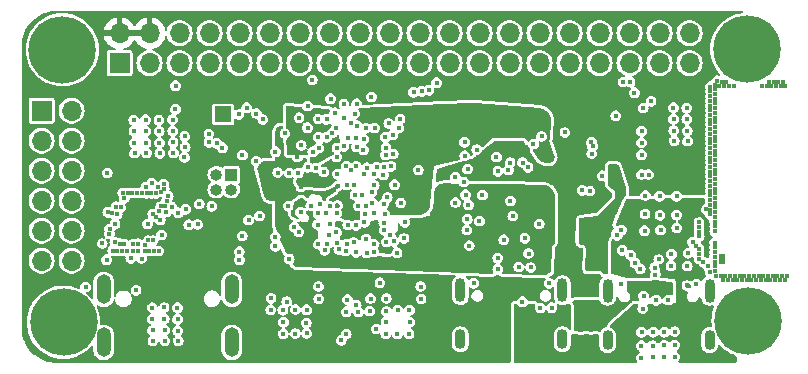
<source format=gbr>
%TF.GenerationSoftware,KiCad,Pcbnew,8.0.6*%
%TF.CreationDate,2024-11-20T09:34:47-08:00*%
%TF.ProjectId,SYNC-VT,53594e43-2d56-4542-9e6b-696361645f70,rev?*%
%TF.SameCoordinates,Original*%
%TF.FileFunction,Copper,L2,Inr*%
%TF.FilePolarity,Positive*%
%FSLAX46Y46*%
G04 Gerber Fmt 4.6, Leading zero omitted, Abs format (unit mm)*
G04 Created by KiCad (PCBNEW 8.0.6) date 2024-11-20 09:34:47*
%MOMM*%
%LPD*%
G01*
G04 APERTURE LIST*
%TA.AperFunction,ComponentPad*%
%ADD10O,1.250000X2.500000*%
%TD*%
%TA.AperFunction,ComponentPad*%
%ADD11R,1.350000X1.350000*%
%TD*%
%TA.AperFunction,ComponentPad*%
%ADD12R,1.700000X1.700000*%
%TD*%
%TA.AperFunction,ComponentPad*%
%ADD13O,1.700000X1.700000*%
%TD*%
%TA.AperFunction,ComponentPad*%
%ADD14C,5.700000*%
%TD*%
%TA.AperFunction,ComponentPad*%
%ADD15R,1.000000X1.000000*%
%TD*%
%TA.AperFunction,ComponentPad*%
%ADD16O,1.000000X1.000000*%
%TD*%
%TA.AperFunction,ComponentPad*%
%ADD17R,0.500000X0.900000*%
%TD*%
%TA.AperFunction,ComponentPad*%
%ADD18O,0.900000X2.000000*%
%TD*%
%TA.AperFunction,ComponentPad*%
%ADD19O,0.900000X1.700000*%
%TD*%
%TA.AperFunction,ViaPad*%
%ADD20C,0.400000*%
%TD*%
G04 APERTURE END LIST*
D10*
%TO.N,GND*%
%TO.C,Jr1*%
X90870000Y-58315000D03*
X101720000Y-58315000D03*
X90870000Y-62815000D03*
X101720000Y-62815000D03*
%TD*%
D11*
%TO.N,VMR*%
%TO.C,J6*%
X101000000Y-43510000D03*
%TD*%
D12*
%TO.N,I1P*%
%TO.C,J4*%
X85620000Y-43180000D03*
D13*
%TO.N,I1N*%
X88160000Y-43180000D03*
%TO.N,O1P*%
X85620000Y-45720000D03*
%TO.N,O1N*%
X88160000Y-45720000D03*
%TO.N,O2P*%
X85620000Y-48260000D03*
%TO.N,O2N*%
X88160000Y-48260000D03*
%TO.N,I2P*%
X85620000Y-50800000D03*
%TO.N,I2N*%
X88160000Y-50800000D03*
%TO.N,IO5P*%
X85620000Y-53340000D03*
%TO.N,IO5N*%
X88160000Y-53340000D03*
%TO.N,IO6P*%
X85620000Y-55880000D03*
%TO.N,IO6N*%
X88160000Y-55880000D03*
%TD*%
D14*
%TO.N,GND*%
%TO.C,MT4*%
X87380000Y-38020000D03*
%TD*%
D15*
%TO.N,Net-(J7-Pin_1)*%
%TO.C,J7*%
X101690000Y-48600000D03*
D16*
%TO.N,Net-(J7-Pin_2)*%
X101690000Y-49870000D03*
%TO.N,Net-(J7-Pin_3)*%
X100420000Y-48600000D03*
%TO.N,Net-(J7-Pin_4)*%
X100420000Y-49870000D03*
%TD*%
D14*
%TO.N,GND*%
%TO.C,MT3*%
X145320000Y-37990000D03*
%TD*%
%TO.N,GND*%
%TO.C,MT1*%
X145440000Y-61000000D03*
%TD*%
D17*
%TO.N,GND*%
%TO.C,ANT1*%
X143258531Y-55779993D03*
%TD*%
D18*
%TO.N,GND*%
%TO.C,J2*%
X133540000Y-58450000D03*
D19*
X133540000Y-62620000D03*
D18*
X142180000Y-58450000D03*
D19*
X142180000Y-62620000D03*
%TD*%
D18*
%TO.N,GND*%
%TO.C,J3*%
X121080000Y-58385000D03*
D19*
X121080000Y-62555000D03*
D18*
X129720000Y-58385000D03*
D19*
X129720000Y-62555000D03*
%TD*%
D12*
%TO.N,+3V3*%
%TO.C,J1*%
X92220000Y-39160000D03*
D13*
%TO.N,+5V*%
X92220000Y-36620000D03*
%TO.N,GPIO0*%
X94760000Y-39160000D03*
%TO.N,+5V*%
X94760000Y-36620000D03*
%TO.N,GPIO1*%
X97300000Y-39160000D03*
%TO.N,GND*%
X97300000Y-36620000D03*
%TO.N,GPIO2*%
X99840000Y-39160000D03*
%TO.N,GPIO27*%
X99840000Y-36620000D03*
%TO.N,GND*%
X102380000Y-39160000D03*
%TO.N,GPIO26*%
X102380000Y-36620000D03*
%TO.N,GPIO3*%
X104920000Y-39160000D03*
%TO.N,GPIO25*%
X104920000Y-36620000D03*
%TO.N,GPIO4*%
X107460000Y-39160000D03*
%TO.N,GND*%
X107460000Y-36620000D03*
%TO.N,GPIO5*%
X110000000Y-39160000D03*
%TO.N,GPIO24*%
X110000000Y-36620000D03*
%TO.N,+3V3*%
X112540000Y-39160000D03*
%TO.N,GPIO23*%
X112540000Y-36620000D03*
%TO.N,GPIO6*%
X115080000Y-39160000D03*
%TO.N,GND*%
X115080000Y-36620000D03*
%TO.N,GPIO7*%
X117620000Y-39160000D03*
%TO.N,GPIO22*%
X117620000Y-36620000D03*
%TO.N,GPIO8*%
X120160000Y-39160000D03*
%TO.N,GPIO21*%
X120160000Y-36620000D03*
%TO.N,GND*%
X122700000Y-39160000D03*
%TO.N,GPIO20*%
X122700000Y-36620000D03*
%TO.N,GPIO9*%
X125240000Y-39160000D03*
%TO.N,GPIO19*%
X125240000Y-36620000D03*
%TO.N,GPIO10*%
X127780000Y-39160000D03*
%TO.N,GND*%
X127780000Y-36620000D03*
%TO.N,GPIO11*%
X130320000Y-39160000D03*
%TO.N,GPIO18*%
X130320000Y-36620000D03*
%TO.N,GPIO12*%
X132860000Y-39160000D03*
%TO.N,GND*%
X132860000Y-36620000D03*
%TO.N,GPIO13*%
X135400000Y-39160000D03*
%TO.N,GPIO17*%
X135400000Y-36620000D03*
%TO.N,GPIO14*%
X137940000Y-39160000D03*
%TO.N,GPIO16*%
X137940000Y-36620000D03*
%TO.N,GND*%
X140480000Y-39160000D03*
%TO.N,GPIO15*%
X140480000Y-36620000D03*
%TD*%
D14*
%TO.N,GND*%
%TO.C,MT2*%
X87480000Y-61100000D03*
%TD*%
D20*
%TO.N,GND*%
X137879320Y-55787848D03*
X143123531Y-57169993D03*
X142253531Y-49159993D03*
X142253531Y-42759993D03*
X105410000Y-54670000D03*
X141290000Y-55320000D03*
X95030000Y-51930000D03*
X115334058Y-45255000D03*
X136410000Y-64100000D03*
X107090018Y-62060018D03*
X142613531Y-42179993D03*
X142603531Y-54359993D03*
X148323531Y-57159993D03*
X147323531Y-57519993D03*
X139124999Y-43900000D03*
X141660000Y-56010000D03*
X92030000Y-51950000D03*
X141290000Y-53430000D03*
X96004999Y-60820000D03*
X91820000Y-54340000D03*
X142253531Y-51159993D03*
X109820000Y-44600000D03*
X142253531Y-45959993D03*
X142613531Y-41379993D03*
X95050000Y-62670000D03*
X148123531Y-57519993D03*
X91640000Y-55030000D03*
X112140000Y-43430000D03*
X146123531Y-57519993D03*
X128600000Y-57805000D03*
X131390000Y-49930000D03*
X141060000Y-57870000D03*
X107410000Y-53460000D03*
X139220000Y-64030000D03*
X142253531Y-48759993D03*
X148393531Y-40759993D03*
X142253531Y-41559993D03*
X97120000Y-59870000D03*
X142253531Y-43559993D03*
X140240000Y-42950000D03*
X142613531Y-46579993D03*
X142603531Y-55959993D03*
X142613531Y-49779993D03*
X109240000Y-47070000D03*
X142613531Y-49379993D03*
X94980000Y-59860000D03*
X95990000Y-59850000D03*
X148603531Y-41109993D03*
X144923531Y-57529993D03*
X145723531Y-57519993D03*
X146600000Y-41100000D03*
X97160000Y-61810000D03*
X142253531Y-41959993D03*
X142613531Y-44979993D03*
X142613531Y-50179993D03*
X137971579Y-52040318D03*
X107248315Y-45601712D03*
X143923531Y-57169993D03*
X139380000Y-50440000D03*
X95574999Y-44950000D03*
X142253531Y-44359993D03*
X143193531Y-40729993D03*
X142613531Y-43379993D03*
X142253531Y-41159993D03*
X111420000Y-47880000D03*
X145123531Y-57169993D03*
X142253531Y-46759993D03*
X142253531Y-45159993D03*
X96110000Y-51240000D03*
X142613531Y-51379993D03*
X94600000Y-52777501D03*
X144210000Y-41100000D03*
X93434999Y-44940000D03*
X94500000Y-46770000D03*
X148203531Y-41109993D03*
X142613531Y-40979993D03*
X92440000Y-55050000D03*
X96755001Y-45880000D03*
X95630000Y-46790000D03*
X140280000Y-44890000D03*
X93620000Y-58400000D03*
X142253531Y-47159993D03*
X106520000Y-51255000D03*
X115141889Y-53745150D03*
X93380000Y-54470000D03*
X94340000Y-55060000D03*
X94110000Y-50170000D03*
X122940000Y-50330000D03*
X147593531Y-40759993D03*
X142603531Y-55159993D03*
X92840000Y-55060000D03*
X115750018Y-62086818D03*
X139180000Y-45740000D03*
X136670000Y-53360000D03*
X142613531Y-51779993D03*
X142613531Y-45779993D03*
X120648494Y-48802589D03*
X136530000Y-59940000D03*
X142253531Y-48359993D03*
X127950000Y-45370000D03*
X92900000Y-50160000D03*
X125320000Y-50830000D03*
X137940000Y-50430000D03*
X93780000Y-55030000D03*
X138030000Y-53300000D03*
X147003531Y-41109993D03*
X139110000Y-42930000D03*
X107548672Y-51778673D03*
X89350000Y-58120000D03*
X95600000Y-45920000D03*
X138910000Y-56310000D03*
X142613531Y-46979993D03*
X140254999Y-43920000D03*
X94750000Y-55060000D03*
X104358437Y-43932709D03*
X136420000Y-61960000D03*
X142253531Y-51559993D03*
X106060018Y-60060018D03*
X126330000Y-59370000D03*
X140390000Y-55240000D03*
X142253531Y-42359993D03*
X147723531Y-57519993D03*
X145523531Y-57169993D03*
X117515000Y-48210002D03*
X102370018Y-55800018D03*
X147403531Y-41109993D03*
X145923531Y-57159993D03*
X138340000Y-63050000D03*
X137390000Y-61945001D03*
X141290000Y-54920000D03*
X93790000Y-54460000D03*
X94650000Y-54177499D03*
X140740000Y-54320000D03*
X144723531Y-57169993D03*
X107278204Y-47105000D03*
X117720018Y-58080016D03*
X143523531Y-57169993D03*
X141280000Y-52630000D03*
X94510000Y-50190000D03*
X127750002Y-52784998D03*
X136710000Y-51950000D03*
X96030000Y-61790000D03*
X142253531Y-47559993D03*
X142613531Y-53379993D03*
X142613531Y-48979993D03*
X142253531Y-45559993D03*
X142613531Y-45379993D03*
X132050000Y-49990000D03*
X143403531Y-41079993D03*
X95150000Y-55060000D03*
X146923531Y-57519993D03*
X142613531Y-52979993D03*
X142603531Y-54759993D03*
X144323531Y-57169993D03*
X97190000Y-62680000D03*
X143803531Y-41079993D03*
X91380000Y-53210000D03*
X109180000Y-51115000D03*
X93420000Y-43970000D03*
X122200000Y-57805000D03*
X96210000Y-50830000D03*
X94360000Y-54540000D03*
X95050000Y-54180000D03*
X139390000Y-52020000D03*
X95320000Y-50180000D03*
X105625006Y-48424982D03*
X147523531Y-57159993D03*
X146523531Y-57519993D03*
X92500000Y-50160000D03*
X142613531Y-43779993D03*
X142603531Y-56759993D03*
X93460000Y-45910000D03*
X142723531Y-57169993D03*
X91837985Y-52785484D03*
X138350000Y-64060000D03*
X92610000Y-54480000D03*
X148523531Y-57519993D03*
X142613531Y-50979993D03*
X142613531Y-52579993D03*
X142253531Y-44759993D03*
X147803531Y-41109993D03*
X95560000Y-43980000D03*
X121690000Y-48140000D03*
X140310000Y-45760000D03*
X138360000Y-61920000D03*
X142253531Y-43159993D03*
X142613531Y-48579993D03*
X95560000Y-55060000D03*
X142253531Y-50759993D03*
X110600000Y-47100000D03*
X136400000Y-63090000D03*
X142603531Y-55559993D03*
X114805018Y-60185693D03*
X109060018Y-58070018D03*
X141900000Y-51550000D03*
X139150000Y-44870000D03*
X93370000Y-55030000D03*
X142613531Y-44179993D03*
X137380000Y-64085001D03*
X142613531Y-44579993D03*
X143723531Y-57529993D03*
X137370000Y-63075001D03*
X141290000Y-53030000D03*
X144523531Y-57529993D03*
X126020000Y-56425000D03*
X145323531Y-57529993D03*
X127850000Y-59910000D03*
X142613531Y-50579993D03*
X142203531Y-56809993D03*
X91370000Y-53610000D03*
X148723531Y-57159993D03*
X142613531Y-46179993D03*
X96715001Y-43940000D03*
X96730000Y-44910000D03*
X142613531Y-41779993D03*
X91230000Y-51800000D03*
X134660000Y-57870000D03*
X106580000Y-55750000D03*
X92220000Y-54460000D03*
X96950000Y-43080000D03*
X142253531Y-50359993D03*
X143590000Y-40730000D03*
X142613531Y-42579993D03*
X144123531Y-57529993D03*
X94910000Y-50180000D03*
X139230000Y-61890000D03*
X142253531Y-43959993D03*
X97775001Y-46270000D03*
X146323531Y-57159993D03*
X97720000Y-47150000D03*
X142613531Y-47779993D03*
X142603531Y-56359993D03*
X142613531Y-52179993D03*
X142810000Y-40660000D03*
X96785001Y-46750000D03*
X142253531Y-51959993D03*
X96000000Y-49790000D03*
X92614797Y-50618388D03*
X124240000Y-55650000D03*
X95700000Y-50060000D03*
X142613531Y-42979993D03*
X147923531Y-57159993D03*
X113784954Y-48520099D03*
X136740000Y-50380000D03*
X92040000Y-55040000D03*
X137640000Y-59240000D03*
X146723531Y-57159993D03*
X104078392Y-52097795D03*
X97740000Y-45350000D03*
X94470000Y-45900000D03*
X141290000Y-55720000D03*
X97134999Y-60840000D03*
X112874040Y-46497020D03*
X120660000Y-50972410D03*
X127269189Y-46014688D03*
X139400000Y-53110000D03*
X139210000Y-63020000D03*
X113087357Y-54078114D03*
X94444999Y-44930000D03*
X94430000Y-43960000D03*
X93490000Y-46780000D03*
X142253531Y-47959993D03*
X133090000Y-48700000D03*
X147993531Y-40759993D03*
X142253531Y-46359993D03*
X141300000Y-53840000D03*
X107359094Y-48454337D03*
X147123531Y-57159993D03*
X111452298Y-49459848D03*
X96350000Y-50420000D03*
X95340000Y-52210000D03*
X93710000Y-50170000D03*
X110775848Y-54937728D03*
X141010000Y-54630000D03*
X143323531Y-57529993D03*
X142253531Y-49959993D03*
X142613531Y-48179993D03*
X147190000Y-40760000D03*
X142613531Y-47379993D03*
X95020000Y-61800000D03*
X143003531Y-41079993D03*
X142003531Y-56299993D03*
X91620000Y-51880000D03*
X114610015Y-51070015D03*
X142253531Y-49559993D03*
X93310000Y-50160000D03*
X94994999Y-60830000D03*
X96060000Y-62660000D03*
X128810000Y-59870000D03*
X110022690Y-52806637D03*
%TO.N,+3V3*%
X109043749Y-54480000D03*
X109090018Y-59120020D03*
X114782591Y-55092411D03*
X112311138Y-44449536D03*
X124260000Y-48320000D03*
X124760002Y-54110000D03*
X91180000Y-48460000D03*
X122696202Y-52530000D03*
X91920000Y-51320000D03*
X126347073Y-47577916D03*
X111596233Y-45539134D03*
X116736329Y-62086818D03*
X108070018Y-62050018D03*
X106598022Y-48464925D03*
X114749585Y-46917900D03*
X125520000Y-52120000D03*
X113825000Y-44643022D03*
X126850001Y-55285001D03*
X95590000Y-51680000D03*
X108165961Y-47980000D03*
X132210000Y-46820000D03*
X90760000Y-54430000D03*
X106382244Y-59347118D03*
X96970000Y-41070000D03*
X110069756Y-51299090D03*
X113910000Y-52650000D03*
X92310000Y-51360000D03*
X117750018Y-59130018D03*
X124127400Y-47113558D03*
X108135449Y-42804898D03*
X102607812Y-53791715D03*
X115510000Y-49460000D03*
X122470002Y-46480000D03*
X116305338Y-54005336D03*
X132180000Y-45870000D03*
X112790157Y-50349848D03*
X111345403Y-53593590D03*
X100930000Y-46330000D03*
X102360018Y-55120018D03*
X114805018Y-59093327D03*
X95710000Y-51300000D03*
X109093909Y-46363909D03*
X129930018Y-45030018D03*
X132270000Y-46200000D03*
X112260000Y-47900000D03*
X95670000Y-52440000D03*
X126540000Y-53984999D03*
X125288463Y-47578590D03*
X126810000Y-47990000D03*
%TO.N,SPI-D1*%
X103782224Y-47470957D03*
X109038880Y-43882407D03*
X103815852Y-43437709D03*
%TO.N,SPI-CLK*%
X105410000Y-53880000D03*
X102989599Y-42934599D03*
X111266258Y-43770902D03*
%TO.N,SPI-D2*%
X105420000Y-46660000D03*
X109750000Y-45450000D03*
%TO.N,SPI-D0*%
X106220000Y-45120000D03*
X109746203Y-43924622D03*
X107010000Y-53060000D03*
%TO.N,SPI-D3*%
X103141480Y-52455000D03*
X102320000Y-43510000D03*
X110441217Y-43355071D03*
%TO.N,SPI-CS*%
X102625000Y-46950000D03*
X107422327Y-43780001D03*
%TO.N,+1V0*%
X127610004Y-46590001D03*
X110490000Y-47990000D03*
X127630002Y-44190000D03*
X127645163Y-44790239D03*
X111439077Y-51708823D03*
X108447320Y-48509940D03*
X125351991Y-45100709D03*
X111342572Y-50349848D03*
X107570614Y-49634337D03*
X127660002Y-43320000D03*
X124560000Y-43720000D03*
X111428829Y-47213104D03*
X107116258Y-51362714D03*
X120648494Y-47054175D03*
%TO.N,+1V8*%
X105758021Y-52455000D03*
X105746241Y-44704131D03*
X105000000Y-50265000D03*
X119540000Y-52750000D03*
X110680000Y-49570000D03*
X108431309Y-52125000D03*
X127655001Y-50795001D03*
X108113790Y-50349813D03*
X109687439Y-50348786D03*
X110664549Y-51220197D03*
X120671622Y-53157645D03*
X106640000Y-55090000D03*
X124260000Y-49800000D03*
X127640000Y-51590000D03*
X127720000Y-49850000D03*
X107670546Y-47593439D03*
X128075002Y-53984999D03*
X104230000Y-47870000D03*
%TO.N,GNDA*%
X109527751Y-48387701D03*
%TO.N,VCCQ*%
X108840000Y-48050000D03*
%TO.N,MIO7*%
X110630000Y-46340000D03*
%TO.N,POR_B*%
X125150000Y-48190000D03*
X110220000Y-45070000D03*
%TO.N,Net-(U3A-INIT_B_0)*%
X107610000Y-46130000D03*
%TO.N,Net-(U3A-PROGRAM_B_0)*%
X108411978Y-51225000D03*
%TO.N,Net-(U3A-DONE_0)*%
X108983284Y-52831678D03*
%TO.N,Net-(U3D-PS_MIO8_500)*%
X108145000Y-44627461D03*
%TO.N,Net-(U3D-PS_CLK_500)*%
X109040000Y-45450000D03*
X111840000Y-48239536D03*
%TO.N,Net-(J7-Pin_3)*%
X110670000Y-48540000D03*
%TO.N,Net-(J7-Pin_2)*%
X109019707Y-51884606D03*
%TO.N,Net-(C1-Pad1)*%
X121520000Y-50310000D03*
%TO.N,Net-(R23-Pad2)*%
X121830000Y-54610000D03*
%TO.N,Net-(J7-Pin_4)*%
X110620000Y-51860000D03*
%TO.N,Net-(J7-Pin_1)*%
X109700000Y-51860000D03*
%TO.N,MIO32*%
X121626140Y-53303824D03*
X115391381Y-46854274D03*
%TO.N,MIO33*%
X112203206Y-45523902D03*
X121664663Y-52375337D03*
%TO.N,GPIO21*%
X115214903Y-47889959D03*
%TO.N,+5V*%
X130330000Y-56400000D03*
X124970000Y-60310000D03*
X131700000Y-58320000D03*
X131250000Y-58790000D03*
X93051167Y-58209127D03*
X131280000Y-57820000D03*
X123940000Y-60300000D03*
X132140000Y-58780000D03*
X124462500Y-60315000D03*
X130310000Y-55430000D03*
X132120000Y-57810000D03*
X129470000Y-55440000D03*
X127780000Y-57840000D03*
X129890000Y-55940000D03*
X95050000Y-55710000D03*
X92160000Y-55710000D03*
X123030000Y-57800000D03*
X129440000Y-56410000D03*
%TO.N,GPIO19*%
X114600000Y-52670000D03*
X116370337Y-52630337D03*
%TO.N,GPIO27*%
X134355000Y-53750000D03*
X111810000Y-44260000D03*
X134850000Y-40765000D03*
%TO.N,GPIO6*%
X115010000Y-44270000D03*
%TO.N,MIO29*%
X112284100Y-46252752D03*
X121756313Y-51143687D03*
%TO.N,GPIO5*%
X119062031Y-40827609D03*
X116040276Y-51000276D03*
%TO.N,MIO30*%
X121450000Y-46990000D03*
X115855000Y-44664326D03*
%TO.N,MIO31*%
X121440000Y-45860000D03*
X112897694Y-45607020D03*
%TO.N,MIO28*%
X115976786Y-43899920D03*
X121380000Y-49230000D03*
%TO.N,RAM_DQ6*%
X111415702Y-62113710D03*
X109820018Y-54465915D03*
%TO.N,~{RAM_CS0}*%
X109976360Y-53696637D03*
X105030018Y-60050018D03*
%TO.N,RAM_DQ7*%
X111000018Y-62630018D03*
X109592944Y-55021819D03*
%TO.N,RAM_CLK*%
X113731993Y-54489941D03*
X114780018Y-61090018D03*
X106090018Y-61090018D03*
%TO.N,RAM_DQ0*%
X116760018Y-60080018D03*
X108070018Y-60050018D03*
X112440018Y-60230018D03*
X112247633Y-55191525D03*
%TO.N,RAM_DQ5*%
X110601040Y-54363755D03*
X111423631Y-60217288D03*
%TO.N,~{RAM_RST}*%
X105050018Y-59070018D03*
X113479373Y-59100018D03*
X112035434Y-54350000D03*
%TO.N,RAM_DQ2*%
X114270020Y-57752599D03*
X113734881Y-55122155D03*
%TO.N,~{RAM_CLK}*%
X114820905Y-54303797D03*
X114761343Y-62090856D03*
X106070018Y-62070018D03*
%TO.N,RAM_DQ1*%
X113147081Y-55242548D03*
X108024753Y-61164080D03*
X113940222Y-61668710D03*
X116780018Y-61090018D03*
%TO.N,RAM_DQ3*%
X111357633Y-55084456D03*
X111509300Y-59182548D03*
%TO.N,RWDS*%
X107110018Y-60030018D03*
X112266740Y-59655582D03*
X111438144Y-54483590D03*
X115780018Y-60090018D03*
%TO.N,~{RAM_CS1}*%
X110588135Y-53499845D03*
X113385018Y-60155397D03*
%TO.N,GPIO8*%
X114738712Y-45428726D03*
%TO.N,GPIO1*%
X110082430Y-42178400D03*
X110570000Y-44650000D03*
%TO.N,GPIO0*%
X111219932Y-46213107D03*
X111220000Y-42610000D03*
%TO.N,GPIO24*%
X113170411Y-48027244D03*
%TO.N,GPIO4*%
X114660000Y-51930000D03*
X118412318Y-41458157D03*
%TO.N,GPIO22*%
X114617800Y-47948870D03*
%TO.N,GPIO11*%
X115450000Y-54260000D03*
%TO.N,GPIO3*%
X113760000Y-51840000D03*
X117819236Y-41546898D03*
%TO.N,GPIO2*%
X114560000Y-48610000D03*
%TO.N,GPIO26*%
X134707596Y-53264532D03*
X108590000Y-46670000D03*
X108536218Y-40585000D03*
X135449998Y-40762743D03*
%TO.N,GPIO12*%
X115720000Y-55220000D03*
%TO.N,GPIO23*%
X114000076Y-47959988D03*
%TO.N,GPIO25*%
X113625000Y-50981021D03*
X117121086Y-41625494D03*
%TO.N,GPIO18*%
X114624536Y-53303797D03*
%TO.N,HDMIscl*%
X94090000Y-55710000D03*
%TO.N,Net-(Jr1-HPD)*%
X91120000Y-55810000D03*
%TO.N,HDMIsda*%
X93170000Y-55690000D03*
%TO.N,XTAL_P*%
X140290000Y-56350000D03*
%TO.N,XTAL_N*%
X138945000Y-55328798D03*
%TO.N,+3.3VA*%
X141005470Y-52127500D03*
X140440000Y-53120000D03*
X127840000Y-60600000D03*
X128820000Y-60550000D03*
X140102176Y-54440001D03*
X134656986Y-52666668D03*
X126870000Y-61260000D03*
X125810000Y-61260000D03*
X126320000Y-61260000D03*
X138059998Y-56360000D03*
%TO.N,USB-*%
X137015000Y-48600000D03*
X137533479Y-56469729D03*
%TO.N,Net-(J2-CC2)*%
X138680000Y-59230000D03*
%TO.N,Net-(J2-CC1)*%
X136590000Y-58870000D03*
%TO.N,USB+*%
X136415000Y-48602659D03*
X137592942Y-57066777D03*
%TO.N,SDIO_D1*%
X114781120Y-46318726D03*
X134235145Y-43619084D03*
X134780000Y-55010000D03*
%TO.N,SDIO_D3*%
X112315000Y-42588076D03*
X136307112Y-56584263D03*
X137220000Y-42390000D03*
%TO.N,SDIO_D0*%
X135513035Y-55419112D03*
X135820000Y-41670000D03*
X113550000Y-42025000D03*
%TO.N,SDIO_D2*%
X136560000Y-42970000D03*
X135864258Y-56104260D03*
X113078307Y-44662398D03*
%TO.N,Net-(J3-CC2)*%
X127040000Y-56460000D03*
%TO.N,Net-(J3-CC1)*%
X124240000Y-56610000D03*
%TO.N,Net-(SS2FH10HM3/H2-A)*%
X135510000Y-57870000D03*
X132150000Y-61720000D03*
X140260000Y-57990000D03*
X131290000Y-60760000D03*
X131710000Y-61260000D03*
X131260000Y-61730000D03*
X132130000Y-60750000D03*
%TO.N,Net-(U10-LX)*%
X136415000Y-44919792D03*
X136415000Y-46910286D03*
X136415000Y-45890000D03*
%TO.N,+5VP*%
X131770000Y-53700000D03*
X132800000Y-55970000D03*
X133945000Y-48259074D03*
X134645000Y-50190000D03*
X132430000Y-53020000D03*
X132430000Y-53700000D03*
X132380000Y-55470000D03*
X133220000Y-55460000D03*
X133240000Y-56430000D03*
X133945000Y-49178388D03*
X132350000Y-56440000D03*
X131780000Y-53030000D03*
%TO.N,D0+*%
X113562544Y-50078130D03*
X97820000Y-51540000D03*
%TO.N,D2+*%
X100025441Y-51279663D03*
X113790000Y-49520000D03*
%TO.N,CK-*%
X96190000Y-51750000D03*
X112960000Y-52640000D03*
X95780000Y-53710000D03*
%TO.N,CK+*%
X96660000Y-51340000D03*
X113000000Y-51920000D03*
%TO.N,D2-*%
X112895064Y-48560336D03*
X98960000Y-51090000D03*
%TO.N,D1+*%
X98822163Y-52820000D03*
X111551079Y-52865000D03*
%TO.N,D1-*%
X112240218Y-52885779D03*
X98090000Y-52850000D03*
%TO.N,D0-*%
X114890958Y-50539851D03*
X97187078Y-51833637D03*
%TO.N,unconnected-(U3B-IO_L6N_T0_VREF_34-PadJ11)*%
X112155290Y-50349848D03*
%TO.N,unconnected-(U3B-IO_L6P_T0_34-PadH11)*%
X112069807Y-49459848D03*
%TO.N,unconnected-(U3B-IO_L11P_T1_SRCC_34-PadK11)*%
X112450200Y-51247704D03*
%TO.N,unconnected-(U3B-IO_L11N_T1_SRCC_34-PadK12)*%
X113082561Y-51289515D03*
%TO.N,Net-(Ue1-VREFN)*%
X99790000Y-45150000D03*
%TO.N,VMR*%
X99790914Y-45862570D03*
%TO.N,Net-(Ue1-VREFP)*%
X100440000Y-45950000D03*
%TO.N,IO5N*%
X94950767Y-49330626D03*
%TO.N,IO6N*%
X95974207Y-49385702D03*
%TO.N,IO5P*%
X94450000Y-49670000D03*
%TO.N,IO6P*%
X95445717Y-49669780D03*
%TD*%
%TA.AperFunction,Conductor*%
%TO.N,+3.3VA*%
G36*
X141746523Y-50602132D02*
G01*
X141792893Y-50654397D01*
X141803645Y-50723435D01*
X141803447Y-50724870D01*
X141798398Y-50759990D01*
X141798398Y-50759992D01*
X141816833Y-50888218D01*
X141816834Y-50888222D01*
X141826087Y-50908481D01*
X141836031Y-50977640D01*
X141826089Y-51011502D01*
X141816832Y-51031772D01*
X141814333Y-51040283D01*
X141812413Y-51039719D01*
X141788164Y-51092807D01*
X141729395Y-51130573D01*
X141710935Y-51135993D01*
X141710934Y-51135994D01*
X141601950Y-51206033D01*
X141517118Y-51303937D01*
X141517117Y-51303938D01*
X141463302Y-51421774D01*
X141444867Y-51550000D01*
X141463302Y-51678225D01*
X141507013Y-51773937D01*
X141517118Y-51796063D01*
X141601951Y-51893967D01*
X141710931Y-51964004D01*
X141710934Y-51964005D01*
X141710933Y-51964005D01*
X141726392Y-51968544D01*
X141785170Y-52006317D01*
X141814196Y-52069873D01*
X141816833Y-52088215D01*
X141816834Y-52088220D01*
X141858521Y-52179500D01*
X141870649Y-52206056D01*
X141955482Y-52303960D01*
X142064462Y-52373997D01*
X142067545Y-52374902D01*
X142079915Y-52378535D01*
X142138693Y-52416309D01*
X142167719Y-52479864D01*
X142167719Y-52515158D01*
X142158398Y-52579991D01*
X142158398Y-52579992D01*
X142176833Y-52708218D01*
X142176834Y-52708222D01*
X142186087Y-52728481D01*
X142196031Y-52797640D01*
X142186087Y-52831505D01*
X142176834Y-52851763D01*
X142176833Y-52851767D01*
X142158398Y-52979993D01*
X142176833Y-53108218D01*
X142176834Y-53108222D01*
X142186087Y-53128481D01*
X142196031Y-53197640D01*
X142186087Y-53231505D01*
X142176834Y-53251763D01*
X142176833Y-53251767D01*
X142158398Y-53379993D01*
X142176833Y-53508218D01*
X142222630Y-53608498D01*
X142230649Y-53626056D01*
X142315482Y-53723960D01*
X142375396Y-53762464D01*
X142421150Y-53815267D01*
X142431094Y-53884425D01*
X142402069Y-53947981D01*
X142375396Y-53971094D01*
X142305482Y-54016025D01*
X142220649Y-54113930D01*
X142220648Y-54113931D01*
X142166833Y-54231767D01*
X142148398Y-54359993D01*
X142166833Y-54488218D01*
X142166834Y-54488222D01*
X142176087Y-54508481D01*
X142186031Y-54577640D01*
X142176087Y-54611505D01*
X142166834Y-54631763D01*
X142166833Y-54631767D01*
X142148398Y-54759993D01*
X142166833Y-54888218D01*
X142166834Y-54888222D01*
X142176087Y-54908481D01*
X142186031Y-54977640D01*
X142176087Y-55011505D01*
X142166834Y-55031763D01*
X142166833Y-55031767D01*
X142148398Y-55159993D01*
X142166833Y-55288218D01*
X142166834Y-55288222D01*
X142176087Y-55308481D01*
X142186031Y-55377640D01*
X142176087Y-55411505D01*
X142166834Y-55431763D01*
X142166833Y-55431767D01*
X142148398Y-55559993D01*
X142148398Y-55561273D01*
X142148037Y-55562500D01*
X142147136Y-55568771D01*
X142146234Y-55568641D01*
X142128713Y-55628312D01*
X142075909Y-55674067D01*
X142006751Y-55684011D01*
X141957360Y-55665589D01*
X141849066Y-55595994D01*
X141814363Y-55585805D01*
X141755585Y-55548031D01*
X141726559Y-55484476D01*
X141726559Y-55449181D01*
X141726695Y-55448228D01*
X141726697Y-55448226D01*
X141745133Y-55320000D01*
X141726697Y-55191774D01*
X141717444Y-55171513D01*
X141707499Y-55102355D01*
X141717444Y-55068487D01*
X141723148Y-55055996D01*
X141726697Y-55048226D01*
X141745133Y-54920000D01*
X141726697Y-54791774D01*
X141672882Y-54673937D01*
X141588049Y-54576033D01*
X141479069Y-54505996D01*
X141479068Y-54505995D01*
X141471609Y-54501202D01*
X141472908Y-54499180D01*
X141429869Y-54461888D01*
X141421393Y-54446369D01*
X141411379Y-54424440D01*
X141401436Y-54355285D01*
X141430460Y-54291729D01*
X141481547Y-54258896D01*
X141480997Y-54257691D01*
X141489063Y-54254006D01*
X141489063Y-54254005D01*
X141489069Y-54254004D01*
X141598049Y-54183967D01*
X141682882Y-54086063D01*
X141736697Y-53968226D01*
X141755133Y-53840000D01*
X141736697Y-53711774D01*
X141720158Y-53675560D01*
X141710215Y-53606405D01*
X141720158Y-53572543D01*
X141726697Y-53558226D01*
X141745133Y-53430000D01*
X141726697Y-53301774D01*
X141717444Y-53281513D01*
X141707499Y-53212355D01*
X141717444Y-53178487D01*
X141720510Y-53171774D01*
X141726697Y-53158226D01*
X141745133Y-53030000D01*
X141726697Y-52901774D01*
X141712442Y-52870561D01*
X141702499Y-52801407D01*
X141712445Y-52767536D01*
X141716697Y-52758226D01*
X141735133Y-52630000D01*
X141716697Y-52501774D01*
X141662882Y-52383937D01*
X141578049Y-52286033D01*
X141469069Y-52215996D01*
X141469065Y-52215994D01*
X141469064Y-52215994D01*
X141344774Y-52179500D01*
X141344772Y-52179500D01*
X141215228Y-52179500D01*
X141215226Y-52179500D01*
X141090935Y-52215994D01*
X141090932Y-52215995D01*
X141090931Y-52215996D01*
X141040780Y-52248226D01*
X140981950Y-52286033D01*
X140897118Y-52383937D01*
X140897117Y-52383938D01*
X140843302Y-52501774D01*
X140824867Y-52630000D01*
X140843302Y-52758225D01*
X140843304Y-52758229D01*
X140857556Y-52789438D01*
X140867499Y-52858597D01*
X140857558Y-52892454D01*
X140853304Y-52901769D01*
X140853302Y-52901774D01*
X140834867Y-53030000D01*
X140853302Y-53158225D01*
X140853303Y-53158229D01*
X140862556Y-53178488D01*
X140872500Y-53247647D01*
X140862556Y-53281512D01*
X140853303Y-53301770D01*
X140853302Y-53301774D01*
X140834867Y-53430000D01*
X140853302Y-53558225D01*
X140853304Y-53558232D01*
X140869839Y-53594437D01*
X140879783Y-53663595D01*
X140869841Y-53697455D01*
X140863303Y-53711771D01*
X140863302Y-53711773D01*
X140855917Y-53763146D01*
X140826892Y-53826702D01*
X140768115Y-53864477D01*
X140733179Y-53869500D01*
X140675226Y-53869500D01*
X140550935Y-53905994D01*
X140550932Y-53905995D01*
X140550931Y-53905996D01*
X140545490Y-53909493D01*
X140441950Y-53976033D01*
X140357118Y-54073937D01*
X140357117Y-54073938D01*
X140303302Y-54191774D01*
X140284867Y-54320000D01*
X140303302Y-54448225D01*
X140329686Y-54505996D01*
X140357118Y-54566063D01*
X140372826Y-54584191D01*
X140378637Y-54590898D01*
X140407660Y-54654454D01*
X140397715Y-54723613D01*
X140351959Y-54776416D01*
X140319857Y-54791076D01*
X140200934Y-54825994D01*
X140091950Y-54896033D01*
X140007118Y-54993937D01*
X140007117Y-54993938D01*
X139953302Y-55111774D01*
X139934867Y-55240000D01*
X139953302Y-55368225D01*
X139999782Y-55470000D01*
X140007118Y-55486063D01*
X140091951Y-55583967D01*
X140200931Y-55654004D01*
X140200932Y-55654004D01*
X140200935Y-55654006D01*
X140225920Y-55661342D01*
X140284699Y-55699116D01*
X140313724Y-55762671D01*
X140303781Y-55831830D01*
X140258026Y-55884634D01*
X140225920Y-55899296D01*
X140100935Y-55935993D01*
X139991950Y-56006033D01*
X139907118Y-56103937D01*
X139907117Y-56103938D01*
X139853302Y-56221774D01*
X139834867Y-56350000D01*
X139853302Y-56478225D01*
X139880704Y-56538226D01*
X139907118Y-56596063D01*
X139991951Y-56693967D01*
X140100931Y-56764004D01*
X140225225Y-56800499D01*
X140225227Y-56800500D01*
X140225228Y-56800500D01*
X140354773Y-56800500D01*
X140354773Y-56800499D01*
X140479069Y-56764004D01*
X140588049Y-56693967D01*
X140672882Y-56596063D01*
X140726697Y-56478226D01*
X140745133Y-56350000D01*
X140726697Y-56221774D01*
X140672882Y-56103937D01*
X140588049Y-56006033D01*
X140479069Y-55935996D01*
X140479059Y-55935993D01*
X140454076Y-55928657D01*
X140395299Y-55890881D01*
X140366275Y-55827325D01*
X140376219Y-55758167D01*
X140421975Y-55705364D01*
X140454080Y-55690702D01*
X140454768Y-55690500D01*
X140454772Y-55690500D01*
X140579069Y-55654004D01*
X140643828Y-55612385D01*
X140710867Y-55592701D01*
X140777906Y-55612386D01*
X140823661Y-55665190D01*
X140834867Y-55716701D01*
X140834867Y-55719999D01*
X140853302Y-55848225D01*
X140894826Y-55939148D01*
X140907118Y-55966063D01*
X140965906Y-56033909D01*
X140984808Y-56055724D01*
X140991951Y-56063967D01*
X141100931Y-56134004D01*
X141185692Y-56158891D01*
X141244469Y-56196664D01*
X141263551Y-56226356D01*
X141277118Y-56256063D01*
X141323854Y-56310000D01*
X141358793Y-56350323D01*
X141361951Y-56353967D01*
X141470931Y-56424004D01*
X141470933Y-56424004D01*
X141470934Y-56424005D01*
X141525126Y-56439917D01*
X141583904Y-56477691D01*
X141602985Y-56507380D01*
X141620647Y-56546053D01*
X141620648Y-56546054D01*
X141620649Y-56546056D01*
X141705482Y-56643960D01*
X141705484Y-56643962D01*
X141712183Y-56649767D01*
X141710041Y-56652238D01*
X141745338Y-56692976D01*
X141755279Y-56762128D01*
X141748398Y-56809991D01*
X141748398Y-56809992D01*
X141766833Y-56938218D01*
X141820648Y-57056054D01*
X141820651Y-57056060D01*
X141861176Y-57102829D01*
X141890200Y-57166385D01*
X141880256Y-57235543D01*
X141836354Y-57287132D01*
X141733454Y-57355888D01*
X141635888Y-57453454D01*
X141635883Y-57453460D01*
X141577873Y-57540277D01*
X141524260Y-57585081D01*
X141454935Y-57593788D01*
X141391908Y-57563633D01*
X141381059Y-57552587D01*
X141358051Y-57526034D01*
X141322503Y-57503189D01*
X141249069Y-57455996D01*
X141249065Y-57455994D01*
X141249064Y-57455994D01*
X141124774Y-57419500D01*
X141124772Y-57419500D01*
X140995228Y-57419500D01*
X140995226Y-57419500D01*
X140870935Y-57455994D01*
X140870932Y-57455995D01*
X140870931Y-57455996D01*
X140839753Y-57476033D01*
X140761948Y-57526034D01*
X140692593Y-57606076D01*
X140633815Y-57643851D01*
X140563946Y-57643851D01*
X140531842Y-57629190D01*
X140449066Y-57575994D01*
X140324774Y-57539500D01*
X140324772Y-57539500D01*
X140195228Y-57539500D01*
X140195226Y-57539500D01*
X140070935Y-57575994D01*
X140070932Y-57575995D01*
X140070931Y-57575996D01*
X140019677Y-57608934D01*
X139961950Y-57646033D01*
X139877118Y-57743937D01*
X139877117Y-57743938D01*
X139823302Y-57861774D01*
X139804867Y-57990000D01*
X139823302Y-58118225D01*
X139864146Y-58207658D01*
X139877118Y-58236063D01*
X139961951Y-58333967D01*
X140070931Y-58404004D01*
X140195225Y-58440499D01*
X140195227Y-58440500D01*
X140239911Y-58440500D01*
X140306950Y-58460185D01*
X140352705Y-58512989D01*
X140362649Y-58582147D01*
X140347298Y-58626498D01*
X140325593Y-58664092D01*
X140283608Y-58736812D01*
X140263513Y-58811809D01*
X140249500Y-58864108D01*
X140249500Y-58995892D01*
X140257576Y-59026033D01*
X140283608Y-59123187D01*
X140311972Y-59172314D01*
X140349500Y-59237314D01*
X140442686Y-59330500D01*
X140556814Y-59396392D01*
X140684108Y-59430500D01*
X140684110Y-59430500D01*
X140815890Y-59430500D01*
X140815892Y-59430500D01*
X140943186Y-59396392D01*
X141057314Y-59330500D01*
X141150500Y-59237314D01*
X141216392Y-59123186D01*
X141236305Y-59048868D01*
X141272667Y-58989211D01*
X141335513Y-58958681D01*
X141404889Y-58966975D01*
X141458767Y-59011460D01*
X141477453Y-59063188D01*
X141478311Y-59063018D01*
X141479436Y-59068676D01*
X141479479Y-59068794D01*
X141479497Y-59068984D01*
X141506418Y-59204322D01*
X141506421Y-59204332D01*
X141559221Y-59331804D01*
X141559228Y-59331817D01*
X141635885Y-59446541D01*
X141635888Y-59446545D01*
X141733454Y-59544111D01*
X141733458Y-59544114D01*
X141848182Y-59620771D01*
X141848195Y-59620778D01*
X141975667Y-59673578D01*
X141975672Y-59673580D01*
X141975676Y-59673580D01*
X141975677Y-59673581D01*
X142111004Y-59700500D01*
X142111007Y-59700500D01*
X142248995Y-59700500D01*
X142364103Y-59677603D01*
X142384328Y-59673580D01*
X142408487Y-59663572D01*
X142477954Y-59656103D01*
X142540434Y-59687376D01*
X142576088Y-59747464D01*
X142573595Y-59817289D01*
X142570501Y-59825585D01*
X142508878Y-59974355D01*
X142412474Y-60308982D01*
X142412472Y-60308990D01*
X142354142Y-60652299D01*
X142354140Y-60652311D01*
X142334615Y-61000000D01*
X142354141Y-61347696D01*
X142358734Y-61374731D01*
X142350556Y-61444121D01*
X142306162Y-61498073D01*
X142239645Y-61519460D01*
X142236486Y-61519500D01*
X142111005Y-61519500D01*
X141975677Y-61546418D01*
X141975667Y-61546421D01*
X141848195Y-61599221D01*
X141848182Y-61599228D01*
X141733458Y-61675885D01*
X141733454Y-61675888D01*
X141635888Y-61773454D01*
X141635885Y-61773458D01*
X141559228Y-61888182D01*
X141559221Y-61888195D01*
X141506421Y-62015667D01*
X141506418Y-62015677D01*
X141479500Y-62151004D01*
X141479500Y-62151007D01*
X141479500Y-63088993D01*
X141479500Y-63088995D01*
X141479499Y-63088995D01*
X141506418Y-63224322D01*
X141506421Y-63224332D01*
X141559221Y-63351804D01*
X141559228Y-63351817D01*
X141635885Y-63466541D01*
X141635888Y-63466545D01*
X141733454Y-63564111D01*
X141733458Y-63564114D01*
X141848182Y-63640771D01*
X141848195Y-63640778D01*
X141975667Y-63693578D01*
X141975672Y-63693580D01*
X141975676Y-63693580D01*
X141975677Y-63693581D01*
X142111004Y-63720500D01*
X142111007Y-63720500D01*
X142248995Y-63720500D01*
X142340041Y-63702389D01*
X142384328Y-63693580D01*
X142511811Y-63640775D01*
X142626542Y-63564114D01*
X142724114Y-63466542D01*
X142800775Y-63351811D01*
X142853580Y-63224328D01*
X142880500Y-63088993D01*
X142880500Y-63088992D01*
X142880842Y-63087273D01*
X142913226Y-63025362D01*
X142973942Y-62990788D01*
X143043712Y-62994527D01*
X143094918Y-63028837D01*
X143244156Y-63195834D01*
X143244158Y-63195836D01*
X143244161Y-63195839D01*
X143503824Y-63427888D01*
X143787836Y-63629405D01*
X144007723Y-63750932D01*
X144092626Y-63797856D01*
X144092630Y-63797858D01*
X144145840Y-63819898D01*
X144395004Y-63923105D01*
X144449407Y-63966945D01*
X144471472Y-64033239D01*
X144471551Y-64037796D01*
X144471163Y-64405631D01*
X144451408Y-64472649D01*
X144398555Y-64518349D01*
X144347163Y-64529500D01*
X139654801Y-64529500D01*
X139587762Y-64509815D01*
X139542007Y-64457011D01*
X139532063Y-64387853D01*
X139561087Y-64324298D01*
X139576887Y-64306063D01*
X139602882Y-64276063D01*
X139656697Y-64158226D01*
X139675133Y-64030000D01*
X139656697Y-63901774D01*
X139602882Y-63783937D01*
X139518049Y-63686033D01*
X139424793Y-63626101D01*
X139379039Y-63573298D01*
X139369095Y-63504139D01*
X139398120Y-63440583D01*
X139424790Y-63417473D01*
X139508049Y-63363967D01*
X139592882Y-63266063D01*
X139646697Y-63148226D01*
X139665133Y-63020000D01*
X139646697Y-62891774D01*
X139592882Y-62773937D01*
X139508049Y-62676033D01*
X139399069Y-62605996D01*
X139399065Y-62605994D01*
X139399064Y-62605994D01*
X139300021Y-62576913D01*
X139241243Y-62539139D01*
X139219553Y-62491647D01*
X139217839Y-62503573D01*
X139172085Y-62556378D01*
X139139979Y-62571040D01*
X139020934Y-62605994D01*
X138911948Y-62676035D01*
X138855715Y-62740932D01*
X138796937Y-62778707D01*
X138727068Y-62778707D01*
X138668290Y-62740933D01*
X138668288Y-62740931D01*
X138638051Y-62706034D01*
X138591371Y-62676035D01*
X138529069Y-62635996D01*
X138529065Y-62635994D01*
X138529064Y-62635994D01*
X138430021Y-62606913D01*
X138371243Y-62569139D01*
X138349553Y-62521647D01*
X138347839Y-62533573D01*
X138302085Y-62586378D01*
X138269979Y-62601040D01*
X138150934Y-62635994D01*
X138041950Y-62706033D01*
X137957118Y-62803937D01*
X137952324Y-62811397D01*
X137949992Y-62809898D01*
X137913535Y-62851961D01*
X137846493Y-62871637D01*
X137779457Y-62851943D01*
X137752796Y-62828839D01*
X137681045Y-62746033D01*
X137668049Y-62731034D01*
X137559069Y-62660997D01*
X137559065Y-62660995D01*
X137559064Y-62660995D01*
X137460021Y-62631914D01*
X137401243Y-62594140D01*
X137379553Y-62546648D01*
X137377839Y-62558574D01*
X137332085Y-62611379D01*
X137299979Y-62626041D01*
X137180934Y-62660995D01*
X137071950Y-62731034D01*
X136987113Y-62828943D01*
X136984161Y-62833537D01*
X136931355Y-62879288D01*
X136862196Y-62889228D01*
X136798642Y-62860199D01*
X136786136Y-62847693D01*
X136782882Y-62843938D01*
X136782882Y-62843937D01*
X136698049Y-62746033D01*
X136589069Y-62675996D01*
X136589065Y-62675994D01*
X136589064Y-62675994D01*
X136490021Y-62646913D01*
X136431243Y-62609139D01*
X136409553Y-62561647D01*
X136407839Y-62573573D01*
X136362085Y-62626378D01*
X136329979Y-62641040D01*
X136210934Y-62675994D01*
X136101950Y-62746033D01*
X136017118Y-62843937D01*
X136017117Y-62843938D01*
X135963302Y-62961774D01*
X135944867Y-63090000D01*
X135963302Y-63218225D01*
X135994125Y-63285717D01*
X136017118Y-63336063D01*
X136101951Y-63433967D01*
X136195206Y-63493898D01*
X136240960Y-63546701D01*
X136250904Y-63615860D01*
X136221879Y-63679415D01*
X136195205Y-63702528D01*
X136111952Y-63756031D01*
X136027118Y-63853937D01*
X136027117Y-63853938D01*
X135973302Y-63971774D01*
X135954867Y-64100000D01*
X135973302Y-64228225D01*
X136030737Y-64353988D01*
X136040681Y-64423147D01*
X136011656Y-64486703D01*
X135952878Y-64524477D01*
X135917943Y-64529500D01*
X125712213Y-64529500D01*
X125645174Y-64509815D01*
X125599419Y-64457011D01*
X125588213Y-64405710D01*
X125586388Y-63329065D01*
X125580209Y-59683692D01*
X125599780Y-59616622D01*
X125652506Y-59570778D01*
X125703690Y-59559486D01*
X125842168Y-59558912D01*
X125909285Y-59578317D01*
X125940854Y-59609756D01*
X125941311Y-59609361D01*
X125946686Y-59615564D01*
X125946996Y-59615873D01*
X125947117Y-59616062D01*
X125979994Y-59654004D01*
X126031951Y-59713967D01*
X126140931Y-59784004D01*
X126254292Y-59817289D01*
X126265225Y-59820499D01*
X126265227Y-59820500D01*
X126265228Y-59820500D01*
X126394773Y-59820500D01*
X126394773Y-59820499D01*
X126519069Y-59784004D01*
X126628049Y-59713967D01*
X126712882Y-59616063D01*
X126712885Y-59616055D01*
X126715608Y-59611820D01*
X126768410Y-59566063D01*
X126819406Y-59554857D01*
X127324430Y-59552761D01*
X127391548Y-59572167D01*
X127437522Y-59624781D01*
X127447752Y-59693898D01*
X127437737Y-59728271D01*
X127413302Y-59781775D01*
X127394867Y-59910000D01*
X127413302Y-60038225D01*
X127444159Y-60105791D01*
X127467118Y-60156063D01*
X127551951Y-60253967D01*
X127660931Y-60324004D01*
X127763108Y-60354005D01*
X127785225Y-60360499D01*
X127785227Y-60360500D01*
X127785228Y-60360500D01*
X127914773Y-60360500D01*
X127914773Y-60360499D01*
X128039069Y-60324004D01*
X128148049Y-60253967D01*
X128232882Y-60156063D01*
X128232886Y-60156054D01*
X128237676Y-60148603D01*
X128239414Y-60149720D01*
X128277470Y-60105791D01*
X128344507Y-60086098D01*
X128411549Y-60105774D01*
X128438236Y-60128896D01*
X128487772Y-60186063D01*
X128511951Y-60213967D01*
X128620931Y-60284004D01*
X128706028Y-60308990D01*
X128745225Y-60320499D01*
X128745227Y-60320500D01*
X128745228Y-60320500D01*
X128874773Y-60320500D01*
X128874773Y-60320499D01*
X128999069Y-60284004D01*
X129108049Y-60213967D01*
X129192882Y-60116063D01*
X129246697Y-59998226D01*
X129265133Y-59870000D01*
X129246697Y-59741774D01*
X129239848Y-59726778D01*
X129229905Y-59657623D01*
X129258929Y-59594067D01*
X129317706Y-59556291D01*
X129387576Y-59556290D01*
X129400095Y-59560707D01*
X129515626Y-59608561D01*
X129515672Y-59608580D01*
X129515676Y-59608580D01*
X129515677Y-59608581D01*
X129651004Y-59635500D01*
X129651007Y-59635500D01*
X129788995Y-59635500D01*
X129904520Y-59612520D01*
X129924328Y-59608580D01*
X129997390Y-59578317D01*
X130057440Y-59553444D01*
X130057796Y-59554303D01*
X130109614Y-59541204D01*
X130279303Y-59540500D01*
X130346421Y-59559906D01*
X130392395Y-59612520D01*
X130403755Y-59660641D01*
X130464294Y-61605477D01*
X130446705Y-61673096D01*
X130395350Y-61720472D01*
X130326534Y-61732562D01*
X130262106Y-61705529D01*
X130252673Y-61697016D01*
X130166545Y-61610888D01*
X130166541Y-61610885D01*
X130051817Y-61534228D01*
X130051804Y-61534221D01*
X129924332Y-61481421D01*
X129924322Y-61481418D01*
X129788995Y-61454500D01*
X129788993Y-61454500D01*
X129651007Y-61454500D01*
X129651005Y-61454500D01*
X129515677Y-61481418D01*
X129515667Y-61481421D01*
X129388195Y-61534221D01*
X129388182Y-61534228D01*
X129273458Y-61610885D01*
X129273454Y-61610888D01*
X129175888Y-61708454D01*
X129175885Y-61708458D01*
X129099228Y-61823182D01*
X129099221Y-61823195D01*
X129046421Y-61950667D01*
X129046418Y-61950677D01*
X129019500Y-62086004D01*
X129019500Y-62086007D01*
X129019500Y-63023993D01*
X129019500Y-63023995D01*
X129019499Y-63023995D01*
X129046418Y-63159322D01*
X129046421Y-63159332D01*
X129099221Y-63286804D01*
X129099228Y-63286817D01*
X129175885Y-63401541D01*
X129175888Y-63401545D01*
X129273454Y-63499111D01*
X129273458Y-63499114D01*
X129388182Y-63575771D01*
X129388195Y-63575778D01*
X129515667Y-63628578D01*
X129515672Y-63628580D01*
X129515676Y-63628580D01*
X129515677Y-63628581D01*
X129651004Y-63655500D01*
X129651007Y-63655500D01*
X129788995Y-63655500D01*
X129920180Y-63629405D01*
X129924328Y-63628580D01*
X130051811Y-63575775D01*
X130166542Y-63499114D01*
X130264114Y-63401542D01*
X130340775Y-63286811D01*
X130349370Y-63266062D01*
X130354630Y-63253363D01*
X130393580Y-63159328D01*
X130415327Y-63050000D01*
X130420500Y-63023995D01*
X130420500Y-62234802D01*
X130440185Y-62167763D01*
X130492989Y-62122008D01*
X130546021Y-62110811D01*
X130992934Y-62116306D01*
X131058448Y-62135982D01*
X131070929Y-62144003D01*
X131070931Y-62144004D01*
X131195225Y-62180499D01*
X131195227Y-62180500D01*
X131195228Y-62180500D01*
X131324773Y-62180500D01*
X131324773Y-62180499D01*
X131409177Y-62155717D01*
X131449063Y-62144006D01*
X131449063Y-62144005D01*
X131449069Y-62144004D01*
X131451459Y-62142467D01*
X131454188Y-62141666D01*
X131457138Y-62140319D01*
X131457331Y-62140742D01*
X131518492Y-62122777D01*
X131519833Y-62122784D01*
X131923281Y-62127745D01*
X131956689Y-62132759D01*
X132018839Y-62151007D01*
X132075906Y-62167763D01*
X132085225Y-62170499D01*
X132085227Y-62170500D01*
X132085228Y-62170500D01*
X132214772Y-62170500D01*
X132324967Y-62138144D01*
X132361414Y-62133132D01*
X132717028Y-62137504D01*
X132783817Y-62158011D01*
X132828919Y-62211373D01*
X132839500Y-62261494D01*
X132839500Y-63088993D01*
X132839500Y-63088995D01*
X132839499Y-63088995D01*
X132866418Y-63224322D01*
X132866421Y-63224332D01*
X132919221Y-63351804D01*
X132919228Y-63351817D01*
X132995885Y-63466541D01*
X132995888Y-63466545D01*
X133093454Y-63564111D01*
X133093458Y-63564114D01*
X133208182Y-63640771D01*
X133208195Y-63640778D01*
X133335667Y-63693578D01*
X133335672Y-63693580D01*
X133335676Y-63693580D01*
X133335677Y-63693581D01*
X133471004Y-63720500D01*
X133471007Y-63720500D01*
X133608995Y-63720500D01*
X133700041Y-63702389D01*
X133744328Y-63693580D01*
X133871811Y-63640775D01*
X133986542Y-63564114D01*
X134084114Y-63466542D01*
X134160775Y-63351811D01*
X134213580Y-63224328D01*
X134240500Y-63088993D01*
X134240500Y-62151007D01*
X134240500Y-62151004D01*
X134213581Y-62015677D01*
X134213580Y-62015676D01*
X134213580Y-62015672D01*
X134213578Y-62015667D01*
X134190520Y-61960000D01*
X135964867Y-61960000D01*
X135983302Y-62088225D01*
X136026861Y-62183604D01*
X136037118Y-62206063D01*
X136121951Y-62303967D01*
X136230931Y-62374004D01*
X136329979Y-62403086D01*
X136388756Y-62440859D01*
X136410445Y-62488350D01*
X136412160Y-62476425D01*
X136457915Y-62423621D01*
X136490021Y-62408959D01*
X136541103Y-62393960D01*
X136609069Y-62374004D01*
X136718049Y-62303967D01*
X136802882Y-62206063D01*
X136802885Y-62206055D01*
X136805831Y-62201473D01*
X136858633Y-62155717D01*
X136927791Y-62145770D01*
X136991348Y-62174793D01*
X137003863Y-62187307D01*
X137007117Y-62191063D01*
X137007118Y-62191064D01*
X137091951Y-62288968D01*
X137200931Y-62359005D01*
X137299979Y-62388087D01*
X137358756Y-62425860D01*
X137380445Y-62473351D01*
X137382160Y-62461426D01*
X137427915Y-62408622D01*
X137460021Y-62393960D01*
X137527982Y-62374005D01*
X137579069Y-62359005D01*
X137688049Y-62288968D01*
X137772882Y-62191064D01*
X137772886Y-62191055D01*
X137777676Y-62183604D01*
X137780012Y-62185105D01*
X137816425Y-62143063D01*
X137883460Y-62123363D01*
X137950504Y-62143032D01*
X137977202Y-62166160D01*
X137989627Y-62180499D01*
X138035954Y-62233965D01*
X138061951Y-62263967D01*
X138170931Y-62334004D01*
X138269979Y-62363086D01*
X138328756Y-62400859D01*
X138350445Y-62448350D01*
X138352160Y-62436425D01*
X138397915Y-62383621D01*
X138430021Y-62368959D01*
X138482258Y-62353621D01*
X138549069Y-62334004D01*
X138658049Y-62263967D01*
X138714283Y-62199067D01*
X138773060Y-62161293D01*
X138842930Y-62161291D01*
X138901708Y-62199065D01*
X138901711Y-62199068D01*
X138931948Y-62233965D01*
X138931950Y-62233966D01*
X138931951Y-62233967D01*
X139040931Y-62304004D01*
X139139979Y-62333086D01*
X139198756Y-62370859D01*
X139220445Y-62418350D01*
X139222160Y-62406425D01*
X139267915Y-62353621D01*
X139300021Y-62338959D01*
X139336618Y-62328213D01*
X139419069Y-62304004D01*
X139528049Y-62233967D01*
X139612882Y-62136063D01*
X139666697Y-62018226D01*
X139685133Y-61890000D01*
X139666697Y-61761774D01*
X139612882Y-61643937D01*
X139528049Y-61546033D01*
X139419069Y-61475996D01*
X139419065Y-61475994D01*
X139419064Y-61475994D01*
X139294774Y-61439500D01*
X139294772Y-61439500D01*
X139165228Y-61439500D01*
X139165226Y-61439500D01*
X139040935Y-61475994D01*
X139040932Y-61475995D01*
X139040931Y-61475996D01*
X138957733Y-61529464D01*
X138931948Y-61546035D01*
X138875715Y-61610932D01*
X138816937Y-61648707D01*
X138747068Y-61648707D01*
X138688290Y-61610933D01*
X138683562Y-61605477D01*
X138658051Y-61576034D01*
X138614450Y-61548014D01*
X138549069Y-61505996D01*
X138549065Y-61505994D01*
X138549064Y-61505994D01*
X138424774Y-61469500D01*
X138424772Y-61469500D01*
X138295228Y-61469500D01*
X138295226Y-61469500D01*
X138170935Y-61505994D01*
X138170932Y-61505995D01*
X138170931Y-61505996D01*
X138134414Y-61529464D01*
X138061950Y-61576033D01*
X137977118Y-61673937D01*
X137972324Y-61681397D01*
X137969992Y-61679898D01*
X137933535Y-61721961D01*
X137866493Y-61741637D01*
X137799457Y-61721943D01*
X137772796Y-61698839D01*
X137771216Y-61697016D01*
X137688049Y-61601034D01*
X137579069Y-61530997D01*
X137579065Y-61530995D01*
X137579064Y-61530995D01*
X137454774Y-61494501D01*
X137454772Y-61494501D01*
X137325228Y-61494501D01*
X137325226Y-61494501D01*
X137200935Y-61530995D01*
X137200932Y-61530996D01*
X137200931Y-61530997D01*
X137176931Y-61546421D01*
X137091950Y-61601034D01*
X137007113Y-61698943D01*
X137004161Y-61703537D01*
X136951355Y-61749288D01*
X136882196Y-61759228D01*
X136818642Y-61730199D01*
X136806136Y-61717693D01*
X136802882Y-61713938D01*
X136802882Y-61713937D01*
X136718049Y-61616033D01*
X136609069Y-61545996D01*
X136609065Y-61545994D01*
X136609064Y-61545994D01*
X136484774Y-61509500D01*
X136484772Y-61509500D01*
X136355228Y-61509500D01*
X136355226Y-61509500D01*
X136230935Y-61545994D01*
X136230932Y-61545995D01*
X136230931Y-61545996D01*
X136188436Y-61573306D01*
X136121950Y-61616033D01*
X136037118Y-61713937D01*
X136037117Y-61713938D01*
X135983302Y-61831774D01*
X135964867Y-61960000D01*
X134190520Y-61960000D01*
X134160778Y-61888195D01*
X134160771Y-61888182D01*
X134084114Y-61773458D01*
X134084111Y-61773454D01*
X133986545Y-61675888D01*
X133986541Y-61675885D01*
X133871817Y-61599228D01*
X133871811Y-61599225D01*
X133809238Y-61573306D01*
X133754835Y-61529464D01*
X133732771Y-61463170D01*
X133750051Y-61395471D01*
X133773437Y-61366851D01*
X135755160Y-59571561D01*
X135818057Y-59541142D01*
X135836998Y-59539468D01*
X136024284Y-59537352D01*
X136091540Y-59556278D01*
X136137888Y-59608561D01*
X136148612Y-59677603D01*
X136138478Y-59712855D01*
X136093302Y-59811776D01*
X136074867Y-59940000D01*
X136093302Y-60068225D01*
X136133416Y-60156061D01*
X136147118Y-60186063D01*
X136231951Y-60283967D01*
X136340931Y-60354004D01*
X136363055Y-60360500D01*
X136465225Y-60390499D01*
X136465227Y-60390500D01*
X136465228Y-60390500D01*
X136594773Y-60390500D01*
X136594773Y-60390499D01*
X136719069Y-60354004D01*
X136828049Y-60283967D01*
X136912882Y-60186063D01*
X136966697Y-60068226D01*
X136985133Y-59940000D01*
X136966697Y-59811774D01*
X136916344Y-59701517D01*
X136906400Y-59632358D01*
X136935425Y-59568802D01*
X136994203Y-59531028D01*
X137027727Y-59526014D01*
X137231702Y-59523709D01*
X137298958Y-59542635D01*
X137326813Y-59566497D01*
X137330523Y-59570778D01*
X137341951Y-59583967D01*
X137450931Y-59654004D01*
X137575225Y-59690499D01*
X137575227Y-59690500D01*
X137575228Y-59690500D01*
X137704773Y-59690500D01*
X137704773Y-59690499D01*
X137829069Y-59654004D01*
X137938049Y-59583967D01*
X137961231Y-59557212D01*
X138020006Y-59519438D01*
X138053534Y-59514423D01*
X138270201Y-59511975D01*
X138337455Y-59530900D01*
X138365312Y-59554765D01*
X138381948Y-59573965D01*
X138381950Y-59573966D01*
X138381951Y-59573967D01*
X138490931Y-59644004D01*
X138615225Y-59680499D01*
X138615227Y-59680500D01*
X138615228Y-59680500D01*
X138744773Y-59680500D01*
X138744773Y-59680499D01*
X138869069Y-59644004D01*
X138978049Y-59573967D01*
X139002764Y-59545442D01*
X139061536Y-59507669D01*
X139095065Y-59502654D01*
X139330000Y-59500000D01*
X139300000Y-57820000D01*
X139290000Y-57420000D01*
X139289999Y-57419999D01*
X138128718Y-57394569D01*
X138062126Y-57373422D01*
X138017538Y-57319629D01*
X138009111Y-57250269D01*
X138018637Y-57219093D01*
X138029639Y-57195003D01*
X138048075Y-57066777D01*
X138029639Y-56938551D01*
X137975824Y-56820714D01*
X137975822Y-56820712D01*
X137975821Y-56820709D01*
X137957692Y-56799788D01*
X137928666Y-56736233D01*
X137938608Y-56667077D01*
X137970176Y-56597955D01*
X137988612Y-56469729D01*
X137970180Y-56341530D01*
X137974714Y-56310000D01*
X138454867Y-56310000D01*
X138473302Y-56438225D01*
X138522547Y-56546055D01*
X138527118Y-56556063D01*
X138611951Y-56653967D01*
X138720931Y-56724004D01*
X138845225Y-56760499D01*
X138845227Y-56760500D01*
X138845228Y-56760500D01*
X138974773Y-56760500D01*
X138974773Y-56760499D01*
X139099069Y-56724004D01*
X139208049Y-56653967D01*
X139292882Y-56556063D01*
X139346697Y-56438226D01*
X139365133Y-56310000D01*
X139346697Y-56181774D01*
X139292882Y-56063937D01*
X139208049Y-55966033D01*
X139159697Y-55934959D01*
X139113944Y-55882157D01*
X139104000Y-55812999D01*
X139133024Y-55749443D01*
X139159695Y-55726332D01*
X139243049Y-55672765D01*
X139327882Y-55574861D01*
X139381697Y-55457024D01*
X139400133Y-55328798D01*
X139381697Y-55200572D01*
X139327882Y-55082735D01*
X139243049Y-54984831D01*
X139134069Y-54914794D01*
X139134065Y-54914792D01*
X139134064Y-54914792D01*
X139009774Y-54878298D01*
X139009772Y-54878298D01*
X138880228Y-54878298D01*
X138880226Y-54878298D01*
X138755935Y-54914792D01*
X138755932Y-54914793D01*
X138755931Y-54914794D01*
X138715101Y-54941034D01*
X138646950Y-54984831D01*
X138562118Y-55082735D01*
X138562117Y-55082736D01*
X138508302Y-55200572D01*
X138489867Y-55328798D01*
X138508302Y-55457023D01*
X138549865Y-55548031D01*
X138562118Y-55574861D01*
X138646951Y-55672765D01*
X138687781Y-55699005D01*
X138695299Y-55703836D01*
X138741055Y-55756639D01*
X138750999Y-55825798D01*
X138721975Y-55889354D01*
X138695300Y-55912467D01*
X138611952Y-55966031D01*
X138527118Y-56063937D01*
X138527117Y-56063938D01*
X138473302Y-56181774D01*
X138454867Y-56310000D01*
X137974714Y-56310000D01*
X137980124Y-56272372D01*
X138025879Y-56219568D01*
X138057985Y-56204906D01*
X138068389Y-56201852D01*
X138177369Y-56131815D01*
X138262202Y-56033911D01*
X138316017Y-55916074D01*
X138334453Y-55787848D01*
X138316017Y-55659622D01*
X138262202Y-55541785D01*
X138177369Y-55443881D01*
X138068389Y-55373844D01*
X138068385Y-55373842D01*
X138068384Y-55373842D01*
X137944094Y-55337348D01*
X137944092Y-55337348D01*
X137814548Y-55337348D01*
X137814546Y-55337348D01*
X137690255Y-55373842D01*
X137690252Y-55373843D01*
X137690251Y-55373844D01*
X137638997Y-55406782D01*
X137581270Y-55443881D01*
X137496438Y-55541785D01*
X137496437Y-55541786D01*
X137442622Y-55659622D01*
X137424187Y-55787848D01*
X137442618Y-55916046D01*
X137432674Y-55985204D01*
X137386919Y-56038008D01*
X137354817Y-56052669D01*
X137344412Y-56055724D01*
X137344410Y-56055724D01*
X137344410Y-56055725D01*
X137310903Y-56077258D01*
X137235429Y-56125762D01*
X137150597Y-56223666D01*
X137150596Y-56223667D01*
X137096781Y-56341503D01*
X137078346Y-56469729D01*
X137096781Y-56597954D01*
X137150596Y-56715790D01*
X137150599Y-56715795D01*
X137168730Y-56736720D01*
X137197754Y-56800276D01*
X137187810Y-56869432D01*
X137156245Y-56938549D01*
X137156244Y-56938550D01*
X137137809Y-57066777D01*
X137156244Y-57195003D01*
X137156245Y-57195005D01*
X137156366Y-57195269D01*
X137156407Y-57195555D01*
X137158743Y-57203510D01*
X137157599Y-57203845D01*
X137166309Y-57264427D01*
X137137282Y-57327982D01*
X137078504Y-57365756D01*
X137040856Y-57370748D01*
X135192884Y-57330282D01*
X135167451Y-57327075D01*
X133946425Y-57042475D01*
X133885604Y-57008086D01*
X133853030Y-56946275D01*
X133850575Y-56920997D01*
X133861685Y-55010000D01*
X134324867Y-55010000D01*
X134343302Y-55138225D01*
X134389782Y-55240000D01*
X134397118Y-55256063D01*
X134481951Y-55353967D01*
X134590931Y-55424004D01*
X134715225Y-55460499D01*
X134715227Y-55460500D01*
X134715228Y-55460500D01*
X134844772Y-55460500D01*
X134917673Y-55439095D01*
X134987541Y-55439095D01*
X135046319Y-55476869D01*
X135075344Y-55540425D01*
X135076337Y-55547337D01*
X135130152Y-55665173D01*
X135130153Y-55665175D01*
X135214986Y-55763079D01*
X135323966Y-55833116D01*
X135339984Y-55837819D01*
X135398763Y-55875593D01*
X135427789Y-55939148D01*
X135427789Y-55974443D01*
X135409125Y-56104259D01*
X135427560Y-56232485D01*
X135475840Y-56338201D01*
X135481376Y-56350323D01*
X135566209Y-56448227D01*
X135675189Y-56518264D01*
X135773401Y-56547101D01*
X135832179Y-56584874D01*
X135861205Y-56648429D01*
X135861205Y-56648431D01*
X135870414Y-56712488D01*
X135914944Y-56809993D01*
X135924230Y-56830326D01*
X136009063Y-56928230D01*
X136118043Y-56998267D01*
X136242337Y-57034762D01*
X136242339Y-57034763D01*
X136242340Y-57034763D01*
X136371885Y-57034763D01*
X136371885Y-57034762D01*
X136496181Y-56998267D01*
X136605161Y-56928230D01*
X136689994Y-56830326D01*
X136743809Y-56712489D01*
X136762245Y-56584263D01*
X136743809Y-56456037D01*
X136689994Y-56338200D01*
X136605161Y-56240296D01*
X136496181Y-56170259D01*
X136496180Y-56170258D01*
X136496176Y-56170256D01*
X136397968Y-56141421D01*
X136339190Y-56103647D01*
X136310165Y-56040095D01*
X136300955Y-55976034D01*
X136247140Y-55858197D01*
X136162307Y-55760293D01*
X136053327Y-55690256D01*
X136053325Y-55690255D01*
X136053323Y-55690254D01*
X136037305Y-55685551D01*
X135978527Y-55647776D01*
X135949503Y-55584219D01*
X135949503Y-55548927D01*
X135949731Y-55547339D01*
X135949732Y-55547338D01*
X135968168Y-55419112D01*
X135949732Y-55290886D01*
X135895917Y-55173049D01*
X135811084Y-55075145D01*
X135702104Y-55005108D01*
X135702100Y-55005106D01*
X135702099Y-55005106D01*
X135577809Y-54968612D01*
X135577807Y-54968612D01*
X135448263Y-54968612D01*
X135375361Y-54990017D01*
X135305492Y-54990016D01*
X135246714Y-54952241D01*
X135217690Y-54888685D01*
X135216697Y-54881774D01*
X135162882Y-54763937D01*
X135078049Y-54666033D01*
X134969069Y-54595996D01*
X134969065Y-54595994D01*
X134969064Y-54595994D01*
X134844774Y-54559500D01*
X134844772Y-54559500D01*
X134715228Y-54559500D01*
X134715226Y-54559500D01*
X134590935Y-54595994D01*
X134590932Y-54595995D01*
X134590931Y-54595996D01*
X134539677Y-54628934D01*
X134481950Y-54666033D01*
X134397118Y-54763937D01*
X134397117Y-54763938D01*
X134343302Y-54881774D01*
X134324867Y-55010000D01*
X133861685Y-55010000D01*
X133866407Y-54197876D01*
X133886481Y-54130955D01*
X133939550Y-54085508D01*
X134008765Y-54075967D01*
X134057444Y-54094284D01*
X134165931Y-54164004D01*
X134290225Y-54200499D01*
X134290227Y-54200500D01*
X134290228Y-54200500D01*
X134419773Y-54200500D01*
X134419773Y-54200499D01*
X134544069Y-54164004D01*
X134653049Y-54093967D01*
X134737882Y-53996063D01*
X134791697Y-53878226D01*
X134805705Y-53780792D01*
X134834729Y-53717238D01*
X134888733Y-53682530D01*
X134888593Y-53682223D01*
X134890734Y-53681245D01*
X134893506Y-53679463D01*
X134893509Y-53679462D01*
X134893512Y-53679462D01*
X134895276Y-53678943D01*
X134896665Y-53678536D01*
X135005645Y-53608499D01*
X135090478Y-53510595D01*
X135144293Y-53392758D01*
X135149003Y-53360000D01*
X136214867Y-53360000D01*
X136233302Y-53488225D01*
X136287117Y-53606061D01*
X136287118Y-53606063D01*
X136371951Y-53703967D01*
X136480931Y-53774004D01*
X136549023Y-53793997D01*
X136605225Y-53810499D01*
X136605227Y-53810500D01*
X136605228Y-53810500D01*
X136734773Y-53810500D01*
X136734773Y-53810499D01*
X136859069Y-53774004D01*
X136968049Y-53703967D01*
X137052882Y-53606063D01*
X137106697Y-53488226D01*
X137125133Y-53360000D01*
X137116506Y-53300000D01*
X137574867Y-53300000D01*
X137593302Y-53428225D01*
X137630920Y-53510595D01*
X137647118Y-53546063D01*
X137731951Y-53643967D01*
X137840931Y-53714004D01*
X137965225Y-53750499D01*
X137965227Y-53750500D01*
X137965228Y-53750500D01*
X138094773Y-53750500D01*
X138094773Y-53750499D01*
X138219069Y-53714004D01*
X138328049Y-53643967D01*
X138412882Y-53546063D01*
X138466697Y-53428226D01*
X138485133Y-53300000D01*
X138466697Y-53171774D01*
X138412882Y-53053937D01*
X138328049Y-52956033D01*
X138219069Y-52885996D01*
X138219065Y-52885994D01*
X138219064Y-52885994D01*
X138094774Y-52849500D01*
X138094772Y-52849500D01*
X137965228Y-52849500D01*
X137965226Y-52849500D01*
X137840935Y-52885994D01*
X137840932Y-52885995D01*
X137840931Y-52885996D01*
X137804358Y-52909500D01*
X137731950Y-52956033D01*
X137647118Y-53053937D01*
X137647117Y-53053938D01*
X137593302Y-53171774D01*
X137574867Y-53300000D01*
X137116506Y-53300000D01*
X137106697Y-53231774D01*
X137052882Y-53113937D01*
X136968049Y-53016033D01*
X136859069Y-52945996D01*
X136859065Y-52945994D01*
X136859064Y-52945994D01*
X136734774Y-52909500D01*
X136734772Y-52909500D01*
X136605228Y-52909500D01*
X136605226Y-52909500D01*
X136480935Y-52945994D01*
X136480932Y-52945995D01*
X136480931Y-52945996D01*
X136429677Y-52978934D01*
X136371950Y-53016033D01*
X136287118Y-53113937D01*
X136287117Y-53113938D01*
X136233302Y-53231774D01*
X136214867Y-53360000D01*
X135149003Y-53360000D01*
X135162729Y-53264532D01*
X135144293Y-53136306D01*
X135090478Y-53018469D01*
X135005645Y-52920565D01*
X134896665Y-52850528D01*
X134896661Y-52850526D01*
X134896660Y-52850526D01*
X134772370Y-52814032D01*
X134772368Y-52814032D01*
X134642824Y-52814032D01*
X134642822Y-52814032D01*
X134518531Y-52850526D01*
X134518528Y-52850527D01*
X134518527Y-52850528D01*
X134497662Y-52863937D01*
X134409542Y-52920567D01*
X134407869Y-52922018D01*
X134405856Y-52922936D01*
X134402086Y-52925360D01*
X134401737Y-52924817D01*
X134344311Y-52951038D01*
X134275153Y-52941089D01*
X134222352Y-52895331D01*
X134202673Y-52828290D01*
X134212678Y-52779503D01*
X134567773Y-51950000D01*
X136254867Y-51950000D01*
X136273302Y-52078225D01*
X136305271Y-52148225D01*
X136327118Y-52196063D01*
X136411951Y-52293967D01*
X136520931Y-52364004D01*
X136645225Y-52400499D01*
X136645227Y-52400500D01*
X136645228Y-52400500D01*
X136774773Y-52400500D01*
X136774773Y-52400499D01*
X136899069Y-52364004D01*
X137008049Y-52293967D01*
X137092882Y-52196063D01*
X137146697Y-52078226D01*
X137152147Y-52040318D01*
X137516446Y-52040318D01*
X137534881Y-52168543D01*
X137579418Y-52266063D01*
X137588697Y-52286381D01*
X137673530Y-52384285D01*
X137782510Y-52454322D01*
X137887895Y-52485265D01*
X137906804Y-52490817D01*
X137906806Y-52490818D01*
X137906807Y-52490818D01*
X138036352Y-52490818D01*
X138036352Y-52490817D01*
X138160648Y-52454322D01*
X138269628Y-52384285D01*
X138354461Y-52286381D01*
X138408276Y-52168544D01*
X138426712Y-52040318D01*
X138423791Y-52020000D01*
X138934867Y-52020000D01*
X138953302Y-52148225D01*
X138979712Y-52206054D01*
X139007118Y-52266063D01*
X139091951Y-52363967D01*
X139200931Y-52434004D01*
X139200932Y-52434004D01*
X139200935Y-52434006D01*
X139246862Y-52447491D01*
X139305641Y-52485265D01*
X139334666Y-52548820D01*
X139324723Y-52617979D01*
X139278968Y-52670783D01*
X139246863Y-52685445D01*
X139210934Y-52695994D01*
X139101950Y-52766033D01*
X139017118Y-52863937D01*
X139017117Y-52863938D01*
X138963302Y-52981774D01*
X138944867Y-53110000D01*
X138963302Y-53238225D01*
X139008806Y-53337863D01*
X139017118Y-53356063D01*
X139101951Y-53453967D01*
X139210931Y-53524004D01*
X139327504Y-53558232D01*
X139335225Y-53560499D01*
X139335227Y-53560500D01*
X139335228Y-53560500D01*
X139464773Y-53560500D01*
X139464773Y-53560499D01*
X139589069Y-53524004D01*
X139698049Y-53453967D01*
X139782882Y-53356063D01*
X139836697Y-53238226D01*
X139855133Y-53110000D01*
X139836697Y-52981774D01*
X139782882Y-52863937D01*
X139698049Y-52766033D01*
X139589069Y-52695996D01*
X139589067Y-52695995D01*
X139589065Y-52695994D01*
X139543135Y-52682508D01*
X139484358Y-52644733D01*
X139455333Y-52581177D01*
X139465277Y-52512019D01*
X139511032Y-52459215D01*
X139543134Y-52444555D01*
X139579069Y-52434004D01*
X139688049Y-52363967D01*
X139772882Y-52266063D01*
X139826697Y-52148226D01*
X139845133Y-52020000D01*
X139826697Y-51891774D01*
X139772882Y-51773937D01*
X139688049Y-51676033D01*
X139579069Y-51605996D01*
X139579065Y-51605994D01*
X139579064Y-51605994D01*
X139454774Y-51569500D01*
X139454772Y-51569500D01*
X139325228Y-51569500D01*
X139325226Y-51569500D01*
X139200935Y-51605994D01*
X139200932Y-51605995D01*
X139200931Y-51605996D01*
X139149677Y-51638934D01*
X139091950Y-51676033D01*
X139007118Y-51773937D01*
X139007117Y-51773938D01*
X138953302Y-51891774D01*
X138934867Y-52020000D01*
X138423791Y-52020000D01*
X138408276Y-51912092D01*
X138354461Y-51794255D01*
X138269628Y-51696351D01*
X138160648Y-51626314D01*
X138160644Y-51626312D01*
X138160643Y-51626312D01*
X138036353Y-51589818D01*
X138036351Y-51589818D01*
X137906807Y-51589818D01*
X137906805Y-51589818D01*
X137782514Y-51626312D01*
X137782511Y-51626313D01*
X137782510Y-51626314D01*
X137731256Y-51659252D01*
X137673529Y-51696351D01*
X137588697Y-51794255D01*
X137588696Y-51794256D01*
X137534881Y-51912092D01*
X137516446Y-52040318D01*
X137152147Y-52040318D01*
X137165133Y-51950000D01*
X137146697Y-51821774D01*
X137092882Y-51703937D01*
X137008049Y-51606033D01*
X136899069Y-51535996D01*
X136899065Y-51535994D01*
X136899064Y-51535994D01*
X136774774Y-51499500D01*
X136774772Y-51499500D01*
X136645228Y-51499500D01*
X136645226Y-51499500D01*
X136520935Y-51535994D01*
X136520932Y-51535995D01*
X136520931Y-51535996D01*
X136469677Y-51568934D01*
X136411950Y-51606033D01*
X136327118Y-51703937D01*
X136327117Y-51703938D01*
X136273302Y-51821774D01*
X136254867Y-51950000D01*
X134567773Y-51950000D01*
X135088217Y-50734244D01*
X135132694Y-50680364D01*
X135199243Y-50659081D01*
X135200619Y-50659056D01*
X136316304Y-50645999D01*
X136383569Y-50664898D01*
X136411468Y-50688788D01*
X136441949Y-50723966D01*
X136441951Y-50723967D01*
X136550931Y-50794004D01*
X136675225Y-50830499D01*
X136675227Y-50830500D01*
X136675228Y-50830500D01*
X136804773Y-50830500D01*
X136804773Y-50830499D01*
X136929069Y-50794004D01*
X137038049Y-50723967D01*
X137077185Y-50678800D01*
X137135957Y-50641029D01*
X137169434Y-50636014D01*
X137461369Y-50632597D01*
X137528632Y-50651496D01*
X137556531Y-50675387D01*
X137641948Y-50773965D01*
X137641950Y-50773966D01*
X137641951Y-50773967D01*
X137750931Y-50844004D01*
X137875225Y-50880499D01*
X137875227Y-50880500D01*
X137875228Y-50880500D01*
X138004773Y-50880500D01*
X138004773Y-50880499D01*
X138129069Y-50844004D01*
X138238049Y-50773967D01*
X138322882Y-50676063D01*
X138322882Y-50676062D01*
X138328689Y-50669361D01*
X138330221Y-50670688D01*
X138374244Y-50632532D01*
X138424317Y-50621327D01*
X138883958Y-50615948D01*
X138951218Y-50634846D01*
X138990870Y-50679540D01*
X138992326Y-50678605D01*
X138997115Y-50686057D01*
X138997118Y-50686063D01*
X139081951Y-50783967D01*
X139190931Y-50854004D01*
X139307470Y-50888222D01*
X139315225Y-50890499D01*
X139315227Y-50890500D01*
X139315228Y-50890500D01*
X139444773Y-50890500D01*
X139444773Y-50890499D01*
X139569069Y-50854004D01*
X139678049Y-50783967D01*
X139762882Y-50686063D01*
X139765861Y-50679540D01*
X139767117Y-50676791D01*
X139812871Y-50623986D01*
X139878456Y-50604309D01*
X141679260Y-50583233D01*
X141746523Y-50602132D01*
G37*
%TD.AperFunction*%
%TD*%
%TA.AperFunction,Conductor*%
%TO.N,+5V*%
G36*
X94294075Y-36427007D02*
G01*
X94260000Y-36554174D01*
X94260000Y-36685826D01*
X94294075Y-36812993D01*
X94326988Y-36870000D01*
X92653012Y-36870000D01*
X92685925Y-36812993D01*
X92720000Y-36685826D01*
X92720000Y-36554174D01*
X92685925Y-36427007D01*
X92653012Y-36370000D01*
X94326988Y-36370000D01*
X94294075Y-36427007D01*
G37*
%TD.AperFunction*%
%TA.AperFunction,Conductor*%
G36*
X144992738Y-34782174D02*
G01*
X145014412Y-34834500D01*
X144992738Y-34886826D01*
X144952807Y-34907454D01*
X144628991Y-34962471D01*
X144340537Y-35045574D01*
X144326391Y-35049650D01*
X144294353Y-35058880D01*
X143972632Y-35192140D01*
X143972625Y-35192144D01*
X143873096Y-35247152D01*
X143667836Y-35360595D01*
X143383824Y-35562112D01*
X143383816Y-35562118D01*
X143124164Y-35794157D01*
X143124157Y-35794164D01*
X142892118Y-36053816D01*
X142892113Y-36053822D01*
X142892112Y-36053824D01*
X142690595Y-36337836D01*
X142641312Y-36427007D01*
X142522144Y-36642625D01*
X142522140Y-36642632D01*
X142388880Y-36964353D01*
X142292471Y-37298991D01*
X142234141Y-37642300D01*
X142214615Y-37990000D01*
X142234141Y-38337699D01*
X142292471Y-38681008D01*
X142388880Y-39015646D01*
X142522140Y-39337367D01*
X142522144Y-39337374D01*
X142522145Y-39337376D01*
X142690595Y-39642164D01*
X142892112Y-39926176D01*
X143068733Y-40123815D01*
X143087439Y-40177274D01*
X143062865Y-40228303D01*
X143009406Y-40247009D01*
X142992707Y-40244128D01*
X142874772Y-40209500D01*
X142745228Y-40209500D01*
X142620931Y-40245995D01*
X142511954Y-40316031D01*
X142511950Y-40316034D01*
X142427119Y-40413935D01*
X142373302Y-40531775D01*
X142367482Y-40572249D01*
X142338580Y-40620957D01*
X142334246Y-40623966D01*
X142315486Y-40636022D01*
X142315482Y-40636026D01*
X142273952Y-40683953D01*
X142223307Y-40709304D01*
X142218028Y-40709493D01*
X142188759Y-40709493D01*
X142064462Y-40745988D01*
X141955485Y-40816024D01*
X141955481Y-40816027D01*
X141870650Y-40913928D01*
X141816833Y-41031769D01*
X141798398Y-41159993D01*
X141816833Y-41288215D01*
X141816834Y-41288221D01*
X141835573Y-41329254D01*
X141837594Y-41385855D01*
X141835573Y-41390732D01*
X141816834Y-41431764D01*
X141816833Y-41431770D01*
X141798398Y-41559993D01*
X141816833Y-41688215D01*
X141816834Y-41688221D01*
X141835573Y-41729254D01*
X141837594Y-41785855D01*
X141835573Y-41790732D01*
X141816834Y-41831764D01*
X141816833Y-41831770D01*
X141798398Y-41959993D01*
X141816833Y-42088215D01*
X141816834Y-42088221D01*
X141835573Y-42129254D01*
X141837594Y-42185855D01*
X141835573Y-42190732D01*
X141816834Y-42231764D01*
X141816833Y-42231770D01*
X141798398Y-42359993D01*
X141816833Y-42488215D01*
X141816834Y-42488221D01*
X141835573Y-42529254D01*
X141837594Y-42585855D01*
X141835573Y-42590732D01*
X141816834Y-42631764D01*
X141816833Y-42631770D01*
X141798398Y-42759993D01*
X141816833Y-42888215D01*
X141816834Y-42888221D01*
X141835573Y-42929254D01*
X141837594Y-42985855D01*
X141835573Y-42990732D01*
X141816834Y-43031764D01*
X141816833Y-43031770D01*
X141798398Y-43159993D01*
X141816833Y-43288215D01*
X141816834Y-43288221D01*
X141835573Y-43329254D01*
X141837594Y-43385855D01*
X141835573Y-43390732D01*
X141816834Y-43431764D01*
X141816833Y-43431770D01*
X141798398Y-43559993D01*
X141816833Y-43688215D01*
X141816834Y-43688221D01*
X141835573Y-43729254D01*
X141837594Y-43785855D01*
X141835573Y-43790732D01*
X141816834Y-43831764D01*
X141816833Y-43831770D01*
X141798398Y-43959993D01*
X141816833Y-44088215D01*
X141816834Y-44088221D01*
X141835573Y-44129254D01*
X141837594Y-44185855D01*
X141835573Y-44190732D01*
X141816834Y-44231764D01*
X141816833Y-44231770D01*
X141798398Y-44359993D01*
X141816833Y-44488215D01*
X141816834Y-44488221D01*
X141835573Y-44529254D01*
X141837594Y-44585855D01*
X141835573Y-44590732D01*
X141816834Y-44631764D01*
X141816833Y-44631770D01*
X141798398Y-44759993D01*
X141816833Y-44888215D01*
X141816834Y-44888221D01*
X141835573Y-44929254D01*
X141837594Y-44985855D01*
X141835573Y-44990732D01*
X141816834Y-45031764D01*
X141816833Y-45031770D01*
X141798398Y-45159993D01*
X141816833Y-45288215D01*
X141816834Y-45288221D01*
X141835573Y-45329254D01*
X141837594Y-45385855D01*
X141835573Y-45390732D01*
X141816834Y-45431764D01*
X141816833Y-45431770D01*
X141798398Y-45559993D01*
X141816833Y-45688215D01*
X141816834Y-45688221D01*
X141835573Y-45729254D01*
X141837594Y-45785855D01*
X141835573Y-45790732D01*
X141816834Y-45831764D01*
X141816833Y-45831770D01*
X141798398Y-45959993D01*
X141816833Y-46088215D01*
X141816834Y-46088221D01*
X141835573Y-46129254D01*
X141837594Y-46185855D01*
X141835573Y-46190732D01*
X141816834Y-46231764D01*
X141816833Y-46231770D01*
X141798398Y-46359993D01*
X141816833Y-46488215D01*
X141816834Y-46488221D01*
X141835573Y-46529254D01*
X141837594Y-46585855D01*
X141835573Y-46590732D01*
X141816834Y-46631764D01*
X141816833Y-46631770D01*
X141798398Y-46759993D01*
X141816833Y-46888215D01*
X141816834Y-46888221D01*
X141835573Y-46929254D01*
X141837594Y-46985855D01*
X141835573Y-46990732D01*
X141816834Y-47031764D01*
X141816833Y-47031770D01*
X141798398Y-47159993D01*
X141816833Y-47288215D01*
X141816834Y-47288221D01*
X141835573Y-47329254D01*
X141837594Y-47385855D01*
X141835573Y-47390732D01*
X141816834Y-47431764D01*
X141816833Y-47431770D01*
X141798398Y-47559993D01*
X141816833Y-47688215D01*
X141816834Y-47688221D01*
X141835573Y-47729254D01*
X141837594Y-47785855D01*
X141835573Y-47790732D01*
X141816834Y-47831764D01*
X141816833Y-47831770D01*
X141798398Y-47959993D01*
X141816833Y-48088215D01*
X141816834Y-48088221D01*
X141835573Y-48129254D01*
X141837594Y-48185855D01*
X141835573Y-48190732D01*
X141816834Y-48231764D01*
X141816833Y-48231770D01*
X141798398Y-48359993D01*
X141816833Y-48488215D01*
X141816834Y-48488221D01*
X141835573Y-48529254D01*
X141837594Y-48585855D01*
X141835573Y-48590732D01*
X141816834Y-48631764D01*
X141816833Y-48631770D01*
X141798398Y-48759993D01*
X141816833Y-48888215D01*
X141816834Y-48888221D01*
X141835573Y-48929254D01*
X141837594Y-48985855D01*
X141835573Y-48990732D01*
X141816834Y-49031764D01*
X141816833Y-49031770D01*
X141798398Y-49159993D01*
X141816833Y-49288215D01*
X141816834Y-49288221D01*
X141835573Y-49329254D01*
X141837594Y-49385855D01*
X141835573Y-49390732D01*
X141816834Y-49431764D01*
X141816833Y-49431770D01*
X141798398Y-49559993D01*
X141816833Y-49688215D01*
X141816834Y-49688221D01*
X141835573Y-49729254D01*
X141837594Y-49785855D01*
X141835573Y-49790732D01*
X141816834Y-49831764D01*
X141816833Y-49831770D01*
X141798398Y-49959993D01*
X141816833Y-50088215D01*
X141816834Y-50088221D01*
X141835573Y-50129254D01*
X141837594Y-50185855D01*
X141835573Y-50190732D01*
X141816834Y-50231764D01*
X141816833Y-50231769D01*
X141811083Y-50271761D01*
X141782182Y-50320469D01*
X141728162Y-50334592D01*
X141676270Y-50327750D01*
X141676269Y-50327750D01*
X141676262Y-50327750D01*
X139882007Y-50348749D01*
X139829431Y-50327689D01*
X139813832Y-50305500D01*
X139762882Y-50193937D01*
X139678049Y-50096033D01*
X139587852Y-50038067D01*
X139569068Y-50025995D01*
X139444772Y-49989500D01*
X139315228Y-49989500D01*
X139190931Y-50025995D01*
X139081954Y-50096031D01*
X139081950Y-50096034D01*
X138997119Y-50193935D01*
X138997118Y-50193936D01*
X138997118Y-50193937D01*
X138945666Y-50306601D01*
X138941105Y-50316588D01*
X138938252Y-50315285D01*
X138908986Y-50351529D01*
X138874452Y-50360541D01*
X138450847Y-50365498D01*
X138398271Y-50344438D01*
X138379056Y-50306601D01*
X138378190Y-50306856D01*
X138376824Y-50302205D01*
X138376733Y-50302026D01*
X138376697Y-50301774D01*
X138322882Y-50183937D01*
X138238049Y-50086033D01*
X138153620Y-50031774D01*
X138129068Y-50015995D01*
X138004772Y-49979500D01*
X137875228Y-49979500D01*
X137750931Y-50015995D01*
X137641954Y-50086031D01*
X137641950Y-50086034D01*
X137557119Y-50183935D01*
X137503302Y-50301775D01*
X137501545Y-50313996D01*
X137472642Y-50362703D01*
X137429165Y-50377455D01*
X137260040Y-50379435D01*
X137207464Y-50358375D01*
X137185927Y-50315971D01*
X137185324Y-50311774D01*
X137176697Y-50251774D01*
X137122882Y-50133937D01*
X137038049Y-50036033D01*
X136950082Y-49979500D01*
X136929068Y-49965995D01*
X136804772Y-49929500D01*
X136675228Y-49929500D01*
X136550931Y-49965995D01*
X136441954Y-50036031D01*
X136441950Y-50036034D01*
X136357119Y-50133935D01*
X136357118Y-50133936D01*
X136357118Y-50133937D01*
X136333408Y-50185855D01*
X136303302Y-50251776D01*
X136292322Y-50328145D01*
X136263421Y-50376853D01*
X136219941Y-50391608D01*
X135438903Y-50400749D01*
X135386327Y-50379689D01*
X135364042Y-50327620D01*
X135364319Y-50321977D01*
X135364306Y-50321977D01*
X135364407Y-50319343D01*
X135364296Y-50315971D01*
X135345933Y-49758940D01*
X135342295Y-49723588D01*
X135342293Y-49723575D01*
X135336404Y-49689706D01*
X135336400Y-49689687D01*
X135327897Y-49655203D01*
X135327896Y-49655198D01*
X134989207Y-48602659D01*
X135959867Y-48602659D01*
X135978302Y-48730882D01*
X135978302Y-48730883D01*
X135978303Y-48730885D01*
X136032118Y-48848722D01*
X136116951Y-48946626D01*
X136225931Y-49016663D01*
X136350228Y-49053159D01*
X136479772Y-49053159D01*
X136604069Y-49016663D01*
X136677061Y-48969753D01*
X136732797Y-48959697D01*
X136757074Y-48969752D01*
X136825931Y-49014004D01*
X136950228Y-49050500D01*
X137079772Y-49050500D01*
X137204069Y-49014004D01*
X137313049Y-48943967D01*
X137397882Y-48846063D01*
X137451697Y-48728226D01*
X137470133Y-48600000D01*
X137451697Y-48471774D01*
X137397882Y-48353937D01*
X137313049Y-48256033D01*
X137220890Y-48196806D01*
X137204068Y-48185995D01*
X137079772Y-48149500D01*
X136950228Y-48149500D01*
X136825931Y-48185995D01*
X136752938Y-48232905D01*
X136697201Y-48242961D01*
X136672924Y-48232905D01*
X136604068Y-48188654D01*
X136479772Y-48152159D01*
X136350228Y-48152159D01*
X136225931Y-48188654D01*
X136116954Y-48258690D01*
X136116950Y-48258693D01*
X136032119Y-48356594D01*
X135978302Y-48474435D01*
X135959867Y-48602659D01*
X134989207Y-48602659D01*
X134710563Y-47736719D01*
X134706098Y-47724002D01*
X134701438Y-47711773D01*
X134677050Y-47670462D01*
X134657690Y-47637667D01*
X134612547Y-47584343D01*
X134612544Y-47584340D01*
X134580138Y-47552342D01*
X134492339Y-47505121D01*
X134492334Y-47505119D01*
X134425536Y-47484667D01*
X134425530Y-47484666D01*
X134353673Y-47473490D01*
X134353660Y-47473489D01*
X133696960Y-47465941D01*
X133642562Y-47471162D01*
X133642539Y-47471166D01*
X133593069Y-47481343D01*
X133590877Y-47481794D01*
X133590874Y-47481794D01*
X133590864Y-47481797D01*
X133564385Y-47488742D01*
X133564381Y-47488743D01*
X133477213Y-47537098D01*
X133423893Y-47582267D01*
X133423889Y-47582271D01*
X133391906Y-47614685D01*
X133344714Y-47702501D01*
X133324284Y-47769309D01*
X133324283Y-47769314D01*
X133324283Y-47769315D01*
X133323894Y-47771821D01*
X133313129Y-47841179D01*
X133313129Y-47841185D01*
X133309155Y-48196806D01*
X133286898Y-48248886D01*
X133234333Y-48269974D01*
X133214312Y-48266982D01*
X133154772Y-48249500D01*
X133025228Y-48249500D01*
X132900931Y-48285995D01*
X132791954Y-48356031D01*
X132791950Y-48356034D01*
X132707119Y-48453935D01*
X132653302Y-48571776D01*
X132634867Y-48700000D01*
X132653302Y-48828223D01*
X132653302Y-48828224D01*
X132653303Y-48828226D01*
X132707118Y-48946063D01*
X132791951Y-49043967D01*
X132900931Y-49114004D01*
X133025228Y-49150500D01*
X133154774Y-49150500D01*
X133203011Y-49136336D01*
X133259324Y-49142389D01*
X133294862Y-49186489D01*
X133297855Y-49208165D01*
X133295178Y-49447717D01*
X133295179Y-49447741D01*
X133298034Y-49488790D01*
X133301631Y-49512586D01*
X133303983Y-49528141D01*
X133306418Y-49541746D01*
X133345280Y-49633542D01*
X133345285Y-49633551D01*
X133384546Y-49691332D01*
X133384551Y-49691338D01*
X133432543Y-49743937D01*
X133433568Y-49745060D01*
X133887510Y-50118464D01*
X133914152Y-50168442D01*
X133914500Y-50175612D01*
X133914500Y-50461613D01*
X133892826Y-50513939D01*
X133892309Y-50514451D01*
X132531602Y-51848650D01*
X132488384Y-51869312D01*
X131169398Y-52023480D01*
X131130905Y-52031009D01*
X131094374Y-52041119D01*
X131082998Y-52044553D01*
X130996129Y-52093461D01*
X130943100Y-52138960D01*
X130911319Y-52171575D01*
X130864684Y-52259676D01*
X130864679Y-52259689D01*
X130844670Y-52326616D01*
X130844669Y-52326624D01*
X130836461Y-52381798D01*
X130833967Y-52398560D01*
X130833802Y-52432445D01*
X130824712Y-54295859D01*
X130824940Y-54307987D01*
X130825438Y-54319696D01*
X130825438Y-54319702D01*
X130825439Y-54319705D01*
X130843005Y-54402536D01*
X130868625Y-54467538D01*
X130901846Y-54525797D01*
X130904649Y-54530711D01*
X130904652Y-54530716D01*
X130989974Y-54640417D01*
X130989989Y-54640435D01*
X130989994Y-54640441D01*
X131017323Y-54670347D01*
X131045978Y-54697097D01*
X131055850Y-54705847D01*
X131143192Y-54753908D01*
X131209801Y-54775002D01*
X131209803Y-54775002D01*
X131209806Y-54775003D01*
X131281541Y-54786866D01*
X131281542Y-54786866D01*
X131281548Y-54786867D01*
X131356917Y-54788457D01*
X131356919Y-54788458D01*
X129084144Y-54740509D01*
X129109203Y-54725058D01*
X129112576Y-54723896D01*
X129150883Y-54703947D01*
X129211876Y-54659646D01*
X129268017Y-54577266D01*
X129288816Y-54528324D01*
X129290032Y-54525797D01*
X129290169Y-54525141D01*
X129290170Y-54525140D01*
X129310512Y-54427547D01*
X129346382Y-50507536D01*
X129346191Y-50495046D01*
X129346097Y-50492693D01*
X129345905Y-50487857D01*
X129345904Y-50487829D01*
X129345106Y-50475399D01*
X129343782Y-50460477D01*
X129328837Y-50292046D01*
X129328834Y-50292013D01*
X129328833Y-50292003D01*
X129325421Y-50267307D01*
X129322751Y-50253127D01*
X129316943Y-50228865D01*
X129266405Y-50055593D01*
X129258258Y-50032011D01*
X129252886Y-50018619D01*
X129242487Y-49995961D01*
X129242482Y-49995950D01*
X129242474Y-49995934D01*
X129208223Y-49930000D01*
X130934867Y-49930000D01*
X130953302Y-50058223D01*
X130953302Y-50058224D01*
X130953303Y-50058226D01*
X131007118Y-50176063D01*
X131091951Y-50273967D01*
X131200931Y-50344004D01*
X131325228Y-50380500D01*
X131454772Y-50380500D01*
X131579069Y-50344004D01*
X131641758Y-50303715D01*
X131697495Y-50293660D01*
X131737689Y-50317508D01*
X131751951Y-50333967D01*
X131860931Y-50404004D01*
X131985228Y-50440500D01*
X132114772Y-50440500D01*
X132239069Y-50404004D01*
X132348049Y-50333967D01*
X132432882Y-50236063D01*
X132486697Y-50118226D01*
X132505133Y-49990000D01*
X132486697Y-49861774D01*
X132432882Y-49743937D01*
X132348049Y-49646033D01*
X132268517Y-49594921D01*
X132239068Y-49575995D01*
X132114772Y-49539500D01*
X131985228Y-49539500D01*
X131860929Y-49575996D01*
X131798240Y-49616283D01*
X131742503Y-49626339D01*
X131702308Y-49602489D01*
X131688052Y-49586036D01*
X131688050Y-49586035D01*
X131688049Y-49586033D01*
X131621032Y-49542964D01*
X131579068Y-49515995D01*
X131454772Y-49479500D01*
X131325228Y-49479500D01*
X131200931Y-49515995D01*
X131091954Y-49586031D01*
X131091950Y-49586034D01*
X131007119Y-49683935D01*
X131007118Y-49683936D01*
X131007118Y-49683937D01*
X131005162Y-49688221D01*
X130953302Y-49801776D01*
X130934867Y-49930000D01*
X129208223Y-49930000D01*
X129159300Y-49835820D01*
X129159281Y-49835785D01*
X129146743Y-49814283D01*
X129146707Y-49814224D01*
X129138860Y-49802161D01*
X129124254Y-49781940D01*
X129124240Y-49781922D01*
X129098517Y-49749746D01*
X129011548Y-49640958D01*
X128995048Y-49622267D01*
X128993675Y-49620856D01*
X128984997Y-49611942D01*
X128984972Y-49611918D01*
X128966728Y-49594925D01*
X128966724Y-49594921D01*
X128877822Y-49519871D01*
X128877820Y-49519871D01*
X128877819Y-49519870D01*
X128828804Y-49478493D01*
X128828802Y-49478491D01*
X128828792Y-49478483D01*
X128809005Y-49463369D01*
X128808979Y-49463350D01*
X128797136Y-49455187D01*
X128797120Y-49455177D01*
X128797121Y-49455177D01*
X128797110Y-49455170D01*
X128775907Y-49442035D01*
X128775903Y-49442032D01*
X128775884Y-49442021D01*
X128618041Y-49354599D01*
X128618001Y-49354578D01*
X128614341Y-49352778D01*
X128595633Y-49343580D01*
X128595615Y-49343572D01*
X128582413Y-49337862D01*
X128582399Y-49337857D01*
X128559082Y-49329097D01*
X128559046Y-49329085D01*
X128387189Y-49273939D01*
X128387179Y-49273936D01*
X128363081Y-49267482D01*
X128363062Y-49267478D01*
X128348977Y-49264435D01*
X128324385Y-49260365D01*
X128141493Y-49239201D01*
X128129119Y-49238073D01*
X128121925Y-49237593D01*
X128109444Y-49237067D01*
X125007403Y-49182603D01*
X121874753Y-49127599D01*
X121822817Y-49105010D01*
X121808741Y-49084354D01*
X121762882Y-48983937D01*
X121678049Y-48886033D01*
X121609254Y-48841821D01*
X121569068Y-48815995D01*
X121444772Y-48779500D01*
X121315228Y-48779500D01*
X121190954Y-48815989D01*
X121134641Y-48809934D01*
X121099103Y-48765834D01*
X121096859Y-48755517D01*
X121093766Y-48734004D01*
X121085191Y-48674363D01*
X121031376Y-48556526D01*
X120946543Y-48458622D01*
X120879526Y-48415553D01*
X120837562Y-48388584D01*
X120713266Y-48352089D01*
X120583722Y-48352089D01*
X120459425Y-48388584D01*
X120350448Y-48458620D01*
X120350444Y-48458623D01*
X120265613Y-48556524D01*
X120265612Y-48556525D01*
X120265612Y-48556526D01*
X120252218Y-48585855D01*
X120211796Y-48674365D01*
X120193361Y-48802589D01*
X120211796Y-48930812D01*
X120211796Y-48930813D01*
X120211797Y-48930815D01*
X120240181Y-48992966D01*
X120242202Y-49049566D01*
X120203609Y-49091019D01*
X120171569Y-49097695D01*
X119944860Y-49093715D01*
X119746423Y-49090231D01*
X119746401Y-49090231D01*
X119746391Y-49090231D01*
X119733172Y-49090341D01*
X119725538Y-49090604D01*
X119725535Y-49090604D01*
X119725511Y-49090605D01*
X119718192Y-49091046D01*
X119712254Y-49091405D01*
X119517425Y-49108242D01*
X119491195Y-49111886D01*
X119491150Y-49111894D01*
X119476156Y-49114776D01*
X119476138Y-49114780D01*
X119450400Y-49121129D01*
X119266877Y-49176636D01*
X119241965Y-49185606D01*
X119241946Y-49185613D01*
X119227826Y-49191540D01*
X119227809Y-49191548D01*
X119203989Y-49203034D01*
X119203949Y-49203054D01*
X119104032Y-49257797D01*
X119047728Y-49263931D01*
X119003578Y-49228455D01*
X118994876Y-49185217D01*
X119054230Y-48616600D01*
X119054234Y-48616571D01*
X119078294Y-48386064D01*
X119102164Y-48157381D01*
X119111585Y-48140000D01*
X121234867Y-48140000D01*
X121253302Y-48268223D01*
X121253302Y-48268224D01*
X121253303Y-48268226D01*
X121307118Y-48386063D01*
X121391951Y-48483967D01*
X121500931Y-48554004D01*
X121625228Y-48590500D01*
X121754772Y-48590500D01*
X121879069Y-48554004D01*
X121988049Y-48483967D01*
X122072882Y-48386063D01*
X122103052Y-48320000D01*
X123804867Y-48320000D01*
X123823302Y-48448223D01*
X123823302Y-48448224D01*
X123823303Y-48448226D01*
X123877118Y-48566063D01*
X123961951Y-48663967D01*
X124070931Y-48734004D01*
X124195228Y-48770500D01*
X124324772Y-48770500D01*
X124449069Y-48734004D01*
X124558049Y-48663967D01*
X124642882Y-48566063D01*
X124676806Y-48491779D01*
X124718258Y-48453188D01*
X124774859Y-48455209D01*
X124800043Y-48474061D01*
X124851951Y-48533967D01*
X124960931Y-48604004D01*
X125085228Y-48640500D01*
X125214772Y-48640500D01*
X125339069Y-48604004D01*
X125448049Y-48533967D01*
X125532882Y-48436063D01*
X125586697Y-48318226D01*
X125605133Y-48190000D01*
X125586697Y-48061774D01*
X125564103Y-48012302D01*
X125562083Y-47955702D01*
X125582959Y-47925635D01*
X125586510Y-47922558D01*
X125586509Y-47922558D01*
X125586512Y-47922557D01*
X125671345Y-47824653D01*
X125725160Y-47706816D01*
X125743596Y-47578590D01*
X125743499Y-47577916D01*
X125891940Y-47577916D01*
X125910375Y-47706139D01*
X125910375Y-47706140D01*
X125910376Y-47706142D01*
X125964191Y-47823979D01*
X126049024Y-47921883D01*
X126158004Y-47991920D01*
X126282301Y-48028416D01*
X126296268Y-48028416D01*
X126348594Y-48050090D01*
X126369515Y-48091884D01*
X126373302Y-48118223D01*
X126373302Y-48118224D01*
X126373303Y-48118226D01*
X126427118Y-48236063D01*
X126511951Y-48333967D01*
X126620931Y-48404004D01*
X126745228Y-48440500D01*
X126874772Y-48440500D01*
X126999069Y-48404004D01*
X127108049Y-48333967D01*
X127192882Y-48236063D01*
X127246697Y-48118226D01*
X127265133Y-47990000D01*
X127246697Y-47861774D01*
X127192882Y-47743937D01*
X127108049Y-47646033D01*
X127035144Y-47599180D01*
X126999068Y-47575995D01*
X126874772Y-47539500D01*
X126860805Y-47539500D01*
X126808479Y-47517826D01*
X126787558Y-47476032D01*
X126784897Y-47457526D01*
X126783770Y-47449690D01*
X126729955Y-47331853D01*
X126645122Y-47233949D01*
X126557074Y-47177364D01*
X126536141Y-47163911D01*
X126411845Y-47127416D01*
X126282301Y-47127416D01*
X126158004Y-47163911D01*
X126049027Y-47233947D01*
X126049023Y-47233950D01*
X125964192Y-47331851D01*
X125910375Y-47449692D01*
X125891940Y-47577916D01*
X125743499Y-47577916D01*
X125725160Y-47450364D01*
X125671345Y-47332527D01*
X125586512Y-47234623D01*
X125478086Y-47164942D01*
X125477531Y-47164585D01*
X125353235Y-47128090D01*
X125223691Y-47128090D01*
X125099394Y-47164585D01*
X124990417Y-47234621D01*
X124990413Y-47234624D01*
X124905582Y-47332525D01*
X124851765Y-47450366D01*
X124833330Y-47578590D01*
X124851765Y-47706812D01*
X124851765Y-47706814D01*
X124851766Y-47706816D01*
X124859611Y-47723995D01*
X124874358Y-47756287D01*
X124876379Y-47812889D01*
X124855511Y-47842947D01*
X124851956Y-47846027D01*
X124767118Y-47943936D01*
X124767117Y-47943938D01*
X124733193Y-48018219D01*
X124691740Y-48056812D01*
X124635139Y-48054789D01*
X124609955Y-48035937D01*
X124558049Y-47976033D01*
X124474840Y-47922558D01*
X124449068Y-47905995D01*
X124324772Y-47869500D01*
X124195228Y-47869500D01*
X124070931Y-47905995D01*
X123961954Y-47976031D01*
X123961950Y-47976034D01*
X123877119Y-48073935D01*
X123823302Y-48191776D01*
X123804867Y-48320000D01*
X122103052Y-48320000D01*
X122126697Y-48268226D01*
X122145133Y-48140000D01*
X122126697Y-48011774D01*
X122072882Y-47893937D01*
X121988049Y-47796033D01*
X121903759Y-47741863D01*
X121879068Y-47725995D01*
X121754772Y-47689500D01*
X121625228Y-47689500D01*
X121500931Y-47725995D01*
X121391954Y-47796031D01*
X121391950Y-47796034D01*
X121307119Y-47893935D01*
X121307118Y-47893936D01*
X121307118Y-47893937D01*
X121284283Y-47943938D01*
X121253302Y-48011776D01*
X121234867Y-48140000D01*
X119111585Y-48140000D01*
X119129153Y-48107590D01*
X119156521Y-48093611D01*
X119601271Y-47973871D01*
X119601270Y-47973869D01*
X119601272Y-47973869D01*
X119601278Y-47973869D01*
X121081116Y-47575450D01*
X121081125Y-47575447D01*
X121081133Y-47575445D01*
X121087807Y-47573348D01*
X121101271Y-47569119D01*
X121112774Y-47564976D01*
X121132338Y-47557001D01*
X121213198Y-47498692D01*
X121251791Y-47457239D01*
X121251797Y-47457228D01*
X121253998Y-47454345D01*
X121255130Y-47455208D01*
X121297307Y-47424791D01*
X121335177Y-47425804D01*
X121385228Y-47440500D01*
X121514772Y-47440500D01*
X121639069Y-47404004D01*
X121748049Y-47333967D01*
X121805957Y-47267136D01*
X121856602Y-47241785D01*
X121891058Y-47247590D01*
X121902974Y-47252703D01*
X121994578Y-47253856D01*
X122002651Y-47253958D01*
X122002651Y-47253957D01*
X122002658Y-47253958D01*
X122058341Y-47243609D01*
X122150916Y-47206622D01*
X122203399Y-47172502D01*
X122214389Y-47164942D01*
X122220640Y-47160397D01*
X122231231Y-47152265D01*
X122279005Y-47113558D01*
X123672267Y-47113558D01*
X123690702Y-47241781D01*
X123690702Y-47241782D01*
X123690703Y-47241784D01*
X123744518Y-47359621D01*
X123829351Y-47457525D01*
X123938331Y-47527562D01*
X124062628Y-47564058D01*
X124192172Y-47564058D01*
X124316469Y-47527562D01*
X124425449Y-47457525D01*
X124510282Y-47359621D01*
X124564097Y-47241784D01*
X124582533Y-47113558D01*
X124564097Y-46985332D01*
X124510282Y-46867495D01*
X124425449Y-46769591D01*
X124336097Y-46712168D01*
X124316468Y-46699553D01*
X124192172Y-46663058D01*
X124062628Y-46663058D01*
X123938331Y-46699553D01*
X123829354Y-46769589D01*
X123829350Y-46769592D01*
X123744519Y-46867493D01*
X123690702Y-46985334D01*
X123672267Y-47113558D01*
X122279005Y-47113558D01*
X122297543Y-47098538D01*
X122300842Y-47095819D01*
X122302716Y-47094248D01*
X122305891Y-47091542D01*
X122367049Y-47012814D01*
X122387792Y-46971375D01*
X122430596Y-46934287D01*
X122453964Y-46930500D01*
X122534774Y-46930500D01*
X122659071Y-46894004D01*
X122768051Y-46823967D01*
X122852884Y-46726063D01*
X122906699Y-46608226D01*
X122913331Y-46562093D01*
X122942230Y-46513385D01*
X122967316Y-46502297D01*
X122967047Y-46501388D01*
X123024831Y-46484255D01*
X123024831Y-46484254D01*
X123024834Y-46484254D01*
X123113046Y-46437814D01*
X123459007Y-46157515D01*
X123459012Y-46157513D01*
X123468892Y-46149508D01*
X123485486Y-46136064D01*
X123670662Y-45986033D01*
X123912266Y-45790283D01*
X123957757Y-45773789D01*
X124189696Y-45770365D01*
X124189717Y-45770365D01*
X125910371Y-45744968D01*
X125910370Y-45744967D01*
X125959417Y-45744244D01*
X125959417Y-45744243D01*
X125984288Y-45743877D01*
X125985457Y-45743860D01*
X125985457Y-45743859D01*
X125985997Y-45743852D01*
X125986006Y-45743852D01*
X126366691Y-45738233D01*
X126419331Y-45759133D01*
X126430765Y-45773376D01*
X126484970Y-45861253D01*
X126558938Y-45981171D01*
X126571933Y-45998223D01*
X126589397Y-46021139D01*
X126589399Y-46021141D01*
X126670254Y-46079446D01*
X126670257Y-46079448D01*
X126767265Y-46102373D01*
X126767270Y-46102373D01*
X126767276Y-46102375D01*
X126769060Y-46102438D01*
X126769608Y-46102688D01*
X126770873Y-46102859D01*
X126770821Y-46103242D01*
X126820581Y-46125957D01*
X126833740Y-46145647D01*
X126886307Y-46260751D01*
X126970305Y-46357692D01*
X126988190Y-46411429D01*
X126981672Y-46436933D01*
X126969657Y-46463196D01*
X126969657Y-46463198D01*
X126966033Y-46562822D01*
X126966033Y-46562827D01*
X126967826Y-46573937D01*
X126973358Y-46608222D01*
X126974110Y-46612878D01*
X126974198Y-46613979D01*
X126975056Y-46618742D01*
X127009832Y-46712167D01*
X127009834Y-46712170D01*
X127300872Y-47184004D01*
X127330666Y-47232306D01*
X127334801Y-47239009D01*
X127357559Y-47275907D01*
X127364653Y-47286778D01*
X127368936Y-47292992D01*
X127376572Y-47303487D01*
X127376582Y-47303500D01*
X127376590Y-47303511D01*
X127440487Y-47386782D01*
X127440488Y-47386783D01*
X127440487Y-47386783D01*
X127493420Y-47455765D01*
X127493434Y-47455782D01*
X127493441Y-47455791D01*
X127499763Y-47463216D01*
X127510297Y-47475586D01*
X127510302Y-47475591D01*
X127520624Y-47486531D01*
X127539403Y-47504506D01*
X127539408Y-47504510D01*
X127539415Y-47504517D01*
X127676089Y-47622628D01*
X127676287Y-47622799D01*
X127676341Y-47622846D01*
X127681763Y-47627531D01*
X127681774Y-47627540D01*
X127694774Y-47637666D01*
X127702274Y-47643507D01*
X127714595Y-47652134D01*
X127714607Y-47652141D01*
X127714612Y-47652145D01*
X127722184Y-47656891D01*
X127733974Y-47664282D01*
X127734361Y-47664681D01*
X127748557Y-47672604D01*
X127872650Y-47741863D01*
X127872651Y-47741863D01*
X127880914Y-47746475D01*
X127880919Y-47746478D01*
X127888728Y-47750835D01*
X127900914Y-47757637D01*
X127905692Y-47759993D01*
X127924249Y-47769144D01*
X127930422Y-47771806D01*
X127938052Y-47775097D01*
X127962409Y-47784164D01*
X127989604Y-47792739D01*
X127989609Y-47792740D01*
X128141855Y-47840742D01*
X128167013Y-47847288D01*
X128181744Y-47850330D01*
X128207447Y-47854286D01*
X128398395Y-47873794D01*
X128411369Y-47874786D01*
X128418890Y-47875169D01*
X128431884Y-47875500D01*
X128431885Y-47875500D01*
X128554980Y-47875500D01*
X128565560Y-47875140D01*
X128572301Y-47874911D01*
X128582317Y-47874230D01*
X128599568Y-47872468D01*
X128716807Y-47856452D01*
X128716809Y-47856451D01*
X128716813Y-47856451D01*
X128722429Y-47855290D01*
X128750758Y-47849440D01*
X128770055Y-47844067D01*
X128802732Y-47832529D01*
X128906721Y-47787666D01*
X128937535Y-47771812D01*
X128954685Y-47761461D01*
X128983083Y-47741575D01*
X129071228Y-47670467D01*
X129071229Y-47670465D01*
X129071234Y-47670462D01*
X129071234Y-47670461D01*
X129076115Y-47665944D01*
X129096668Y-47646923D01*
X129110413Y-47632351D01*
X129132431Y-47605582D01*
X129198274Y-47513439D01*
X129216463Y-47483942D01*
X129225796Y-47466219D01*
X129239830Y-47434522D01*
X129278549Y-47328096D01*
X129288162Y-47294797D01*
X129292400Y-47275218D01*
X129297418Y-47240916D01*
X129306173Y-47128001D01*
X129306503Y-47093340D01*
X129305764Y-47080704D01*
X129305335Y-47073357D01*
X129305334Y-47073355D01*
X129305334Y-47073342D01*
X129300969Y-47038958D01*
X129278139Y-46922848D01*
X129274214Y-46905943D01*
X129271613Y-46896247D01*
X129266559Y-46879675D01*
X128920822Y-45870000D01*
X131724867Y-45870000D01*
X131743302Y-45998223D01*
X131743302Y-45998224D01*
X131743303Y-45998226D01*
X131782446Y-46083937D01*
X131797118Y-46116063D01*
X131797119Y-46116065D01*
X131800562Y-46120038D01*
X131818446Y-46173778D01*
X131817882Y-46179025D01*
X131814867Y-46199998D01*
X131814867Y-46199999D01*
X131833302Y-46328223D01*
X131833302Y-46328224D01*
X131833303Y-46328226D01*
X131883350Y-46437812D01*
X131884896Y-46441197D01*
X131886917Y-46497798D01*
X131873509Y-46520397D01*
X131827121Y-46573932D01*
X131827119Y-46573934D01*
X131773302Y-46691776D01*
X131754867Y-46820000D01*
X131773302Y-46948223D01*
X131773302Y-46948224D01*
X131773303Y-46948226D01*
X131827118Y-47066063D01*
X131911951Y-47163967D01*
X132020931Y-47234004D01*
X132145228Y-47270500D01*
X132274772Y-47270500D01*
X132399069Y-47234004D01*
X132508049Y-47163967D01*
X132592882Y-47066063D01*
X132646697Y-46948226D01*
X132665133Y-46820000D01*
X132646697Y-46691774D01*
X132595102Y-46578800D01*
X132593082Y-46522201D01*
X132606489Y-46499603D01*
X132652882Y-46446063D01*
X132706697Y-46328226D01*
X132725133Y-46200000D01*
X132706697Y-46071774D01*
X132652882Y-45953937D01*
X132649437Y-45949961D01*
X132631553Y-45896222D01*
X132632114Y-45890993D01*
X132635133Y-45870000D01*
X132616697Y-45741774D01*
X132562882Y-45623937D01*
X132478049Y-45526033D01*
X132400037Y-45475898D01*
X132369068Y-45455995D01*
X132244772Y-45419500D01*
X132115228Y-45419500D01*
X131990931Y-45455995D01*
X131881954Y-45526031D01*
X131881950Y-45526034D01*
X131797119Y-45623935D01*
X131797118Y-45623936D01*
X131797118Y-45623937D01*
X131770210Y-45682855D01*
X131743302Y-45741776D01*
X131724867Y-45870000D01*
X128920822Y-45870000D01*
X128920654Y-45869508D01*
X128920647Y-45869483D01*
X128917829Y-45861253D01*
X128876220Y-45739740D01*
X128872390Y-45710917D01*
X128873505Y-45693965D01*
X128881207Y-45576842D01*
X128881207Y-45576837D01*
X128917165Y-45030018D01*
X129474885Y-45030018D01*
X129493320Y-45158241D01*
X129493320Y-45158242D01*
X129493321Y-45158244D01*
X129547136Y-45276081D01*
X129631969Y-45373985D01*
X129740949Y-45444022D01*
X129865246Y-45480518D01*
X129994790Y-45480518D01*
X130119087Y-45444022D01*
X130228067Y-45373985D01*
X130312900Y-45276081D01*
X130366715Y-45158244D01*
X130385151Y-45030018D01*
X130369303Y-44919792D01*
X135959867Y-44919792D01*
X135978302Y-45048015D01*
X135978302Y-45048016D01*
X135978303Y-45048018D01*
X136032118Y-45165855D01*
X136116951Y-45263759D01*
X136225931Y-45333796D01*
X136225933Y-45333797D01*
X136226262Y-45333894D01*
X136226415Y-45334017D01*
X136230749Y-45335997D01*
X136230243Y-45337102D01*
X136270362Y-45369432D01*
X136276415Y-45425745D01*
X136240877Y-45469845D01*
X136226262Y-45475898D01*
X136225933Y-45475994D01*
X136116954Y-45546031D01*
X136116950Y-45546034D01*
X136032119Y-45643935D01*
X135978302Y-45761776D01*
X135959867Y-45890000D01*
X135978302Y-46018223D01*
X135978302Y-46018224D01*
X135978303Y-46018226D01*
X136032118Y-46136063D01*
X136116951Y-46233967D01*
X136207853Y-46292386D01*
X136225931Y-46304004D01*
X136311538Y-46329140D01*
X136355638Y-46364678D01*
X136361693Y-46420991D01*
X136326155Y-46465091D01*
X136311538Y-46471146D01*
X136225931Y-46496281D01*
X136116954Y-46566317D01*
X136116950Y-46566320D01*
X136032119Y-46664221D01*
X135978302Y-46782062D01*
X135959867Y-46910286D01*
X135978302Y-47038509D01*
X135978302Y-47038510D01*
X135978303Y-47038512D01*
X136032118Y-47156349D01*
X136116951Y-47254253D01*
X136225931Y-47324290D01*
X136350228Y-47360786D01*
X136479772Y-47360786D01*
X136604069Y-47324290D01*
X136713049Y-47254253D01*
X136797882Y-47156349D01*
X136851697Y-47038512D01*
X136870133Y-46910286D01*
X136851697Y-46782060D01*
X136797882Y-46664223D01*
X136713049Y-46566319D01*
X136641593Y-46520397D01*
X136604068Y-46496281D01*
X136533508Y-46475564D01*
X136518460Y-46471145D01*
X136474361Y-46435608D01*
X136468306Y-46379295D01*
X136503844Y-46335195D01*
X136518459Y-46329140D01*
X136604069Y-46304004D01*
X136713049Y-46233967D01*
X136797882Y-46136063D01*
X136851697Y-46018226D01*
X136870133Y-45890000D01*
X136851697Y-45761774D01*
X136797882Y-45643937D01*
X136713049Y-45546033D01*
X136604069Y-45475996D01*
X136604066Y-45475994D01*
X136604067Y-45475994D01*
X136603741Y-45475899D01*
X136603588Y-45475776D01*
X136599251Y-45473795D01*
X136599756Y-45472688D01*
X136559639Y-45440363D01*
X136553583Y-45384051D01*
X136589119Y-45339949D01*
X136603741Y-45333893D01*
X136604066Y-45333797D01*
X136604066Y-45333796D01*
X136604069Y-45333796D01*
X136713049Y-45263759D01*
X136797882Y-45165855D01*
X136851697Y-45048018D01*
X136870133Y-44919792D01*
X136851697Y-44791566D01*
X136797882Y-44673729D01*
X136713049Y-44575825D01*
X136640583Y-44529254D01*
X136604068Y-44505787D01*
X136479772Y-44469292D01*
X136350228Y-44469292D01*
X136225931Y-44505787D01*
X136116954Y-44575823D01*
X136116950Y-44575826D01*
X136032119Y-44673727D01*
X135978302Y-44791568D01*
X135959867Y-44919792D01*
X130369303Y-44919792D01*
X130366715Y-44901792D01*
X130312900Y-44783955D01*
X130228067Y-44686051D01*
X130143595Y-44631764D01*
X130119086Y-44616013D01*
X129994790Y-44579518D01*
X129865246Y-44579518D01*
X129740949Y-44616013D01*
X129631972Y-44686049D01*
X129631968Y-44686052D01*
X129547137Y-44783953D01*
X129493320Y-44901794D01*
X129474885Y-45030018D01*
X128917165Y-45030018D01*
X128980539Y-44066260D01*
X128980950Y-44056347D01*
X128981052Y-44053892D01*
X128981114Y-44050278D01*
X128981175Y-44046725D01*
X128981089Y-44034385D01*
X128975410Y-43851980D01*
X128973448Y-43827345D01*
X128971624Y-43813160D01*
X128967287Y-43788818D01*
X128928493Y-43619084D01*
X133780012Y-43619084D01*
X133798447Y-43747307D01*
X133798447Y-43747308D01*
X133798448Y-43747310D01*
X133852263Y-43865147D01*
X133937096Y-43963051D01*
X134046076Y-44033088D01*
X134170373Y-44069584D01*
X134299917Y-44069584D01*
X134424214Y-44033088D01*
X134533194Y-43963051D01*
X134618027Y-43865147D01*
X134671842Y-43747310D01*
X134690278Y-43619084D01*
X134671842Y-43490858D01*
X134618027Y-43373021D01*
X134533194Y-43275117D01*
X134466177Y-43232048D01*
X134424213Y-43205079D01*
X134299917Y-43168584D01*
X134170373Y-43168584D01*
X134046076Y-43205079D01*
X133937099Y-43275115D01*
X133937095Y-43275118D01*
X133852264Y-43373019D01*
X133798447Y-43490860D01*
X133780012Y-43619084D01*
X128928493Y-43619084D01*
X128927425Y-43614411D01*
X128920758Y-43590607D01*
X128916239Y-43577038D01*
X128916236Y-43577031D01*
X128916233Y-43577021D01*
X128907318Y-43554030D01*
X128907306Y-43553999D01*
X128907303Y-43553991D01*
X128834637Y-43390513D01*
X128823517Y-43368440D01*
X128816472Y-43355993D01*
X128803268Y-43335092D01*
X128736005Y-43239229D01*
X128700517Y-43188652D01*
X128700508Y-43188640D01*
X128685354Y-43169124D01*
X128685348Y-43169116D01*
X128676040Y-43158257D01*
X128659065Y-43140291D01*
X128530053Y-43016344D01*
X128530049Y-43016340D01*
X128530036Y-43016328D01*
X128530029Y-43016322D01*
X128512792Y-43001297D01*
X128511424Y-43000104D01*
X128500205Y-42991241D01*
X128480098Y-42976880D01*
X128480055Y-42976851D01*
X128469409Y-42970000D01*
X136104867Y-42970000D01*
X136123302Y-43098223D01*
X136123302Y-43098224D01*
X136123303Y-43098226D01*
X136177118Y-43216063D01*
X136261951Y-43313967D01*
X136370931Y-43384004D01*
X136495228Y-43420500D01*
X136624772Y-43420500D01*
X136749069Y-43384004D01*
X136858049Y-43313967D01*
X136942882Y-43216063D01*
X136996697Y-43098226D01*
X137015133Y-42970000D01*
X137009382Y-42930000D01*
X138654867Y-42930000D01*
X138673302Y-43058223D01*
X138673302Y-43058224D01*
X138673303Y-43058226D01*
X138727118Y-43176063D01*
X138811951Y-43273967D01*
X138907062Y-43335091D01*
X138920931Y-43344004D01*
X138928938Y-43346355D01*
X138973038Y-43381893D01*
X138979093Y-43438206D01*
X138943555Y-43482306D01*
X138938836Y-43484669D01*
X138935928Y-43485997D01*
X138826953Y-43556031D01*
X138826949Y-43556034D01*
X138742118Y-43653935D01*
X138688301Y-43771776D01*
X138669866Y-43900000D01*
X138688301Y-44028223D01*
X138688301Y-44028224D01*
X138688302Y-44028226D01*
X138742117Y-44146063D01*
X138826950Y-44243967D01*
X138935930Y-44314004D01*
X138942408Y-44315906D01*
X138950023Y-44318142D01*
X138994124Y-44353678D01*
X139000180Y-44409991D01*
X138964644Y-44454092D01*
X138961249Y-44455791D01*
X138851954Y-44526031D01*
X138851950Y-44526034D01*
X138767119Y-44623935D01*
X138767118Y-44623936D01*
X138767118Y-44623937D01*
X138763542Y-44631767D01*
X138713302Y-44741776D01*
X138694867Y-44870000D01*
X138713302Y-44998223D01*
X138713302Y-44998224D01*
X138713303Y-44998226D01*
X138767118Y-45116063D01*
X138851951Y-45213967D01*
X138911733Y-45252386D01*
X138944035Y-45298909D01*
X138933979Y-45354646D01*
X138911735Y-45376891D01*
X138881954Y-45396031D01*
X138881950Y-45396034D01*
X138797119Y-45493935D01*
X138797118Y-45493936D01*
X138797118Y-45493937D01*
X138782461Y-45526031D01*
X138743302Y-45611776D01*
X138724867Y-45740000D01*
X138743302Y-45868223D01*
X138743302Y-45868224D01*
X138743303Y-45868226D01*
X138797118Y-45986063D01*
X138881951Y-46083967D01*
X138990931Y-46154004D01*
X139115228Y-46190500D01*
X139244772Y-46190500D01*
X139369069Y-46154004D01*
X139478049Y-46083967D01*
X139562882Y-45986063D01*
X139616697Y-45868226D01*
X139635133Y-45740000D01*
X139616697Y-45611774D01*
X139562882Y-45493937D01*
X139478049Y-45396033D01*
X139418265Y-45357612D01*
X139385964Y-45311090D01*
X139396020Y-45255353D01*
X139418266Y-45233107D01*
X139448049Y-45213967D01*
X139532882Y-45116063D01*
X139586697Y-44998226D01*
X139605133Y-44870000D01*
X139586697Y-44741774D01*
X139532882Y-44623937D01*
X139448049Y-44526033D01*
X139339069Y-44455996D01*
X139339066Y-44455994D01*
X139339065Y-44455993D01*
X139324973Y-44451856D01*
X139280873Y-44416318D01*
X139274819Y-44360006D01*
X139310357Y-44315906D01*
X139313756Y-44314204D01*
X139314066Y-44314004D01*
X139314068Y-44314004D01*
X139423048Y-44243967D01*
X139507881Y-44146063D01*
X139561696Y-44028226D01*
X139580132Y-43900000D01*
X139561696Y-43771774D01*
X139507881Y-43653937D01*
X139423048Y-43556033D01*
X139314068Y-43485996D01*
X139314067Y-43485995D01*
X139314066Y-43485995D01*
X139306057Y-43483643D01*
X139261958Y-43448103D01*
X139255906Y-43391790D01*
X139291446Y-43347691D01*
X139296173Y-43345326D01*
X139299062Y-43344005D01*
X139299069Y-43344004D01*
X139408049Y-43273967D01*
X139492882Y-43176063D01*
X139546697Y-43058226D01*
X139562257Y-42950000D01*
X139784867Y-42950000D01*
X139803302Y-43078223D01*
X139803302Y-43078224D01*
X139803303Y-43078226D01*
X139857118Y-43196063D01*
X139941951Y-43293967D01*
X140026965Y-43348602D01*
X140050931Y-43364004D01*
X140058938Y-43366355D01*
X140103038Y-43401893D01*
X140109093Y-43458206D01*
X140073555Y-43502306D01*
X140068836Y-43504669D01*
X140065928Y-43505997D01*
X139956953Y-43576031D01*
X139956949Y-43576034D01*
X139872118Y-43673935D01*
X139872117Y-43673936D01*
X139872117Y-43673937D01*
X139846854Y-43729254D01*
X139818301Y-43791776D01*
X139799866Y-43920000D01*
X139818301Y-44048223D01*
X139818301Y-44048224D01*
X139818302Y-44048226D01*
X139872117Y-44166063D01*
X139956950Y-44263967D01*
X140065930Y-44334004D01*
X140072408Y-44335906D01*
X140080023Y-44338142D01*
X140124124Y-44373678D01*
X140130180Y-44429991D01*
X140094644Y-44474092D01*
X140091249Y-44475791D01*
X139981954Y-44546031D01*
X139981950Y-44546034D01*
X139897119Y-44643935D01*
X139897118Y-44643936D01*
X139897118Y-44643937D01*
X139871743Y-44699500D01*
X139843302Y-44761776D01*
X139824867Y-44890000D01*
X139843302Y-45018223D01*
X139843302Y-45018224D01*
X139843303Y-45018226D01*
X139897118Y-45136063D01*
X139981951Y-45233967D01*
X140041733Y-45272386D01*
X140074035Y-45318909D01*
X140063979Y-45374646D01*
X140041735Y-45396891D01*
X140011954Y-45416031D01*
X140011950Y-45416034D01*
X139927119Y-45513935D01*
X139927118Y-45513936D01*
X139927118Y-45513937D01*
X139908241Y-45555271D01*
X139873302Y-45631776D01*
X139854867Y-45760000D01*
X139873302Y-45888223D01*
X139873302Y-45888224D01*
X139873303Y-45888226D01*
X139927118Y-46006063D01*
X140011951Y-46103967D01*
X140120931Y-46174004D01*
X140245228Y-46210500D01*
X140374772Y-46210500D01*
X140499069Y-46174004D01*
X140608049Y-46103967D01*
X140692882Y-46006063D01*
X140746697Y-45888226D01*
X140765133Y-45760000D01*
X140746697Y-45631774D01*
X140692882Y-45513937D01*
X140608049Y-45416033D01*
X140548265Y-45377612D01*
X140515964Y-45331090D01*
X140526020Y-45275353D01*
X140548266Y-45253107D01*
X140549388Y-45252386D01*
X140578049Y-45233967D01*
X140662882Y-45136063D01*
X140716697Y-45018226D01*
X140735133Y-44890000D01*
X140716697Y-44761774D01*
X140662882Y-44643937D01*
X140578049Y-44546033D01*
X140469069Y-44475996D01*
X140469066Y-44475994D01*
X140469065Y-44475993D01*
X140454973Y-44471856D01*
X140410873Y-44436318D01*
X140404819Y-44380006D01*
X140440357Y-44335906D01*
X140443756Y-44334204D01*
X140444066Y-44334004D01*
X140444068Y-44334004D01*
X140553048Y-44263967D01*
X140637881Y-44166063D01*
X140691696Y-44048226D01*
X140710132Y-43920000D01*
X140691696Y-43791774D01*
X140637881Y-43673937D01*
X140553048Y-43576033D01*
X140444068Y-43505996D01*
X140444067Y-43505995D01*
X140444066Y-43505995D01*
X140436057Y-43503643D01*
X140391958Y-43468103D01*
X140385906Y-43411790D01*
X140421446Y-43367691D01*
X140426173Y-43365326D01*
X140429062Y-43364005D01*
X140429069Y-43364004D01*
X140538049Y-43293967D01*
X140622882Y-43196063D01*
X140676697Y-43078226D01*
X140695133Y-42950000D01*
X140676697Y-42821774D01*
X140622882Y-42703937D01*
X140538049Y-42606033D01*
X140464604Y-42558833D01*
X140429068Y-42535995D01*
X140304772Y-42499500D01*
X140175228Y-42499500D01*
X140050931Y-42535995D01*
X139941954Y-42606031D01*
X139941950Y-42606034D01*
X139857119Y-42703935D01*
X139857118Y-42703936D01*
X139857118Y-42703937D01*
X139843541Y-42733666D01*
X139803302Y-42821776D01*
X139784867Y-42950000D01*
X139562257Y-42950000D01*
X139565133Y-42930000D01*
X139546697Y-42801774D01*
X139492882Y-42683937D01*
X139408049Y-42586033D01*
X139330188Y-42535995D01*
X139299068Y-42515995D01*
X139174772Y-42479500D01*
X139045228Y-42479500D01*
X138920931Y-42515995D01*
X138811954Y-42586031D01*
X138811950Y-42586034D01*
X138727119Y-42683935D01*
X138673302Y-42801776D01*
X138654867Y-42930000D01*
X137009382Y-42930000D01*
X137005905Y-42905817D01*
X137019912Y-42850940D01*
X137068621Y-42822040D01*
X137100000Y-42824284D01*
X137155228Y-42840500D01*
X137284772Y-42840500D01*
X137409069Y-42804004D01*
X137518049Y-42733967D01*
X137602882Y-42636063D01*
X137656697Y-42518226D01*
X137675133Y-42390000D01*
X137656697Y-42261774D01*
X137602882Y-42143937D01*
X137518049Y-42046033D01*
X137442371Y-41997398D01*
X137409068Y-41975995D01*
X137284772Y-41939500D01*
X137155228Y-41939500D01*
X137030931Y-41975995D01*
X136921954Y-42046031D01*
X136921950Y-42046034D01*
X136837119Y-42143935D01*
X136783302Y-42261776D01*
X136764867Y-42390000D01*
X136774094Y-42454182D01*
X136760086Y-42509059D01*
X136711377Y-42537959D01*
X136680000Y-42535715D01*
X136624773Y-42519500D01*
X136624772Y-42519500D01*
X136495228Y-42519500D01*
X136370931Y-42555995D01*
X136261954Y-42626031D01*
X136261950Y-42626034D01*
X136177119Y-42723935D01*
X136123302Y-42841776D01*
X136104867Y-42970000D01*
X128469409Y-42970000D01*
X128329675Y-42880078D01*
X128329636Y-42880054D01*
X128308234Y-42867701D01*
X128300689Y-42863821D01*
X128295525Y-42861165D01*
X128283256Y-42855588D01*
X128273038Y-42850943D01*
X128273025Y-42850937D01*
X128205949Y-42824284D01*
X128170158Y-42810062D01*
X128170157Y-42810062D01*
X128106748Y-42784866D01*
X128106743Y-42784864D01*
X128094725Y-42780750D01*
X128083363Y-42776860D01*
X128083353Y-42776857D01*
X128083341Y-42776853D01*
X128069616Y-42772885D01*
X128045560Y-42767176D01*
X127890546Y-42738223D01*
X127866149Y-42733666D01*
X127862953Y-42733148D01*
X127853942Y-42731690D01*
X127846865Y-42730720D01*
X127834582Y-42729338D01*
X122411706Y-42251589D01*
X122411651Y-42251584D01*
X122411610Y-42251581D01*
X122409404Y-42251405D01*
X122407251Y-42251234D01*
X122404863Y-42251064D01*
X122400462Y-42250789D01*
X122336182Y-42247324D01*
X122327438Y-42247003D01*
X122322422Y-42246906D01*
X122313809Y-42246884D01*
X122313808Y-42246884D01*
X122313804Y-42246884D01*
X122306151Y-42246992D01*
X122301808Y-42247054D01*
X122301687Y-42247054D01*
X122301688Y-42247055D01*
X122301657Y-42247055D01*
X122301338Y-42247060D01*
X122301324Y-42247060D01*
X122249550Y-42247799D01*
X122245245Y-42247896D01*
X122242793Y-42247972D01*
X122242758Y-42247973D01*
X122242738Y-42247974D01*
X122241467Y-42248024D01*
X122238326Y-42248149D01*
X121849989Y-42266923D01*
X121849988Y-42266923D01*
X119739358Y-42368965D01*
X119604850Y-42375468D01*
X112842657Y-42702392D01*
X112789346Y-42683270D01*
X112765170Y-42632051D01*
X112765837Y-42617950D01*
X112769751Y-42590732D01*
X112770133Y-42588078D01*
X112770133Y-42588076D01*
X112765929Y-42558834D01*
X112751697Y-42459850D01*
X112697882Y-42342013D01*
X112613049Y-42244109D01*
X112510804Y-42178400D01*
X112504068Y-42174071D01*
X112379772Y-42137576D01*
X112250228Y-42137576D01*
X112125931Y-42174071D01*
X112016954Y-42244107D01*
X112016950Y-42244110D01*
X111932119Y-42342011D01*
X111878302Y-42459852D01*
X111859867Y-42588076D01*
X111873305Y-42681541D01*
X111859298Y-42736419D01*
X111810589Y-42765319D01*
X111789142Y-42765262D01*
X111728478Y-42756214D01*
X111679922Y-42727058D01*
X111666147Y-42672494D01*
X111675133Y-42610000D01*
X111656697Y-42481774D01*
X111602882Y-42363937D01*
X111518049Y-42266033D01*
X111451032Y-42222964D01*
X111409068Y-42195995D01*
X111284772Y-42159500D01*
X111155228Y-42159500D01*
X111030931Y-42195995D01*
X110921954Y-42266031D01*
X110921950Y-42266034D01*
X110837119Y-42363935D01*
X110837118Y-42363936D01*
X110837118Y-42363937D01*
X110824807Y-42390894D01*
X110783302Y-42481776D01*
X110764867Y-42610000D01*
X110783302Y-42738223D01*
X110783302Y-42738224D01*
X110783303Y-42738226D01*
X110821580Y-42822040D01*
X110837119Y-42856065D01*
X110837120Y-42856067D01*
X110904068Y-42933329D01*
X110921953Y-42987067D01*
X110902164Y-43032361D01*
X110883280Y-43052533D01*
X110831697Y-43075920D01*
X110778685Y-43055982D01*
X110773332Y-43050419D01*
X110739269Y-43011107D01*
X110739267Y-43011106D01*
X110739266Y-43011104D01*
X110646950Y-42951776D01*
X110630285Y-42941066D01*
X110505989Y-42904571D01*
X110376445Y-42904571D01*
X110376444Y-42904571D01*
X110266272Y-42936919D01*
X110209960Y-42930864D01*
X110186540Y-42910733D01*
X110178158Y-42899719D01*
X110160209Y-42880054D01*
X110147457Y-42866082D01*
X110147456Y-42866081D01*
X110147455Y-42866080D01*
X110062227Y-42814364D01*
X109996571Y-42790468D01*
X109996570Y-42790467D01*
X109996568Y-42790467D01*
X109996560Y-42790465D01*
X109925397Y-42775575D01*
X109925378Y-42775572D01*
X108668002Y-42695692D01*
X108659815Y-42695303D01*
X108652006Y-42695056D01*
X108652000Y-42695057D01*
X108638524Y-42696777D01*
X108583875Y-42681901D01*
X108561844Y-42654114D01*
X108518331Y-42558835D01*
X108433498Y-42460931D01*
X108366481Y-42417862D01*
X108324517Y-42390893D01*
X108200221Y-42354398D01*
X108070677Y-42354398D01*
X107946380Y-42390893D01*
X107837403Y-42460929D01*
X107837399Y-42460932D01*
X107752567Y-42558834D01*
X107752566Y-42558836D01*
X107736318Y-42594413D01*
X107694865Y-42633006D01*
X107653853Y-42636103D01*
X107620643Y-42629155D01*
X107620631Y-42629153D01*
X106430520Y-42553547D01*
X106430518Y-42553547D01*
X106430516Y-42553547D01*
X106430515Y-42553547D01*
X106413701Y-42554626D01*
X106365644Y-42557712D01*
X106365639Y-42557712D01*
X106365637Y-42557713D01*
X106342224Y-42562256D01*
X106304195Y-42569637D01*
X106267746Y-42579556D01*
X106182038Y-42630472D01*
X106182035Y-42630474D01*
X106130077Y-42677197D01*
X106099067Y-42710541D01*
X106054491Y-42799710D01*
X106036043Y-42867098D01*
X106027019Y-42939264D01*
X106027018Y-42939269D01*
X106038765Y-43577478D01*
X106042051Y-43756064D01*
X106042492Y-43779997D01*
X106042579Y-43784704D01*
X106042579Y-43784710D01*
X106048936Y-44130140D01*
X106028229Y-44182856D01*
X105976311Y-44205489D01*
X105966537Y-44205022D01*
X105900535Y-44197470D01*
X105860987Y-44196032D01*
X105860964Y-44196032D01*
X105838139Y-44196972D01*
X105798805Y-44201666D01*
X105680471Y-44225208D01*
X105680466Y-44225210D01*
X105643125Y-44235639D01*
X105643119Y-44235641D01*
X105622059Y-44243290D01*
X105586733Y-44259250D01*
X105586710Y-44259261D01*
X105480658Y-44317242D01*
X105480656Y-44317243D01*
X105448120Y-44338390D01*
X105430323Y-44351986D01*
X105430322Y-44351987D01*
X105401386Y-44377793D01*
X105401359Y-44377819D01*
X105317531Y-44464872D01*
X105292839Y-44494758D01*
X105292834Y-44494765D01*
X105279908Y-44513081D01*
X105260012Y-44546378D01*
X105206075Y-44654538D01*
X105191460Y-44690436D01*
X105191457Y-44690442D01*
X105184605Y-44711786D01*
X105175583Y-44749523D01*
X105175583Y-44749524D01*
X105155588Y-44874481D01*
X105155585Y-44874508D01*
X105153248Y-44893788D01*
X105152408Y-44903937D01*
X105152320Y-44904997D01*
X105151454Y-44924365D01*
X105143368Y-46133211D01*
X105143369Y-46133212D01*
X105143365Y-46133987D01*
X105143362Y-46134385D01*
X105143363Y-46134386D01*
X105143360Y-46135498D01*
X105162940Y-46233933D01*
X105151890Y-46289482D01*
X105130374Y-46310619D01*
X105121955Y-46316030D01*
X105121950Y-46316034D01*
X105037119Y-46413935D01*
X104983302Y-46531776D01*
X104964867Y-46660000D01*
X104983302Y-46788223D01*
X104983302Y-46788224D01*
X104983303Y-46788226D01*
X105037118Y-46906063D01*
X105121951Y-47003967D01*
X105121952Y-47003968D01*
X105125417Y-47007966D01*
X105123682Y-47009469D01*
X105145493Y-47053052D01*
X105144161Y-47073244D01*
X105136843Y-47108791D01*
X105136733Y-47125186D01*
X105114707Y-47177364D01*
X105062236Y-47198685D01*
X105061432Y-47198676D01*
X104543192Y-47189552D01*
X104543190Y-47189552D01*
X104543185Y-47189552D01*
X104530188Y-47190127D01*
X104511611Y-47190950D01*
X104510803Y-47191036D01*
X104508959Y-47191241D01*
X104484925Y-47194004D01*
X104351120Y-47209386D01*
X104351117Y-47209386D01*
X104351113Y-47209387D01*
X104317955Y-47215437D01*
X104299056Y-47220193D01*
X104266998Y-47230551D01*
X104243713Y-47239812D01*
X104187081Y-47239009D01*
X104160440Y-47219509D01*
X104080276Y-47126993D01*
X104080274Y-47126992D01*
X104080273Y-47126990D01*
X103996795Y-47073342D01*
X103971292Y-47056952D01*
X103846996Y-47020457D01*
X103717452Y-47020457D01*
X103593155Y-47056952D01*
X103484178Y-47126988D01*
X103484174Y-47126991D01*
X103399343Y-47224892D01*
X103345526Y-47342733D01*
X103327091Y-47470957D01*
X103345526Y-47599180D01*
X103345526Y-47599181D01*
X103345527Y-47599183D01*
X103399342Y-47717020D01*
X103484175Y-47814924D01*
X103575779Y-47873794D01*
X103593158Y-47884963D01*
X103597971Y-47887161D01*
X103597018Y-47889246D01*
X103634968Y-47919829D01*
X103643338Y-47965305D01*
X103633046Y-48040664D01*
X103633042Y-48040701D01*
X103630695Y-48074312D01*
X103630694Y-48074355D01*
X103630622Y-48093786D01*
X103630623Y-48093820D01*
X103632722Y-48127447D01*
X103632726Y-48127489D01*
X103638641Y-48173327D01*
X103638654Y-48173417D01*
X103652500Y-48280676D01*
X103655209Y-48297311D01*
X103657098Y-48306904D01*
X103660903Y-48323347D01*
X103687988Y-48424981D01*
X103687988Y-48424982D01*
X104077842Y-49887891D01*
X104077842Y-49887892D01*
X104228315Y-50452538D01*
X104232691Y-50467186D01*
X104235474Y-50475577D01*
X104240737Y-50489983D01*
X104240739Y-50489988D01*
X104287237Y-50606312D01*
X104288104Y-50608479D01*
X104296002Y-50625248D01*
X104301143Y-50636161D01*
X104309623Y-50651679D01*
X104325874Y-50677599D01*
X104397400Y-50777802D01*
X104416640Y-50801600D01*
X104416644Y-50801604D01*
X104428567Y-50814669D01*
X104450501Y-50835985D01*
X104450519Y-50836002D01*
X104508193Y-50885694D01*
X104543770Y-50916347D01*
X104556429Y-50925995D01*
X104568111Y-50934899D01*
X104575995Y-50940193D01*
X104582796Y-50944760D01*
X104609174Y-50960267D01*
X104613265Y-50962353D01*
X104693131Y-51003076D01*
X104718845Y-51016187D01*
X104746884Y-51028427D01*
X104763493Y-51034522D01*
X104792803Y-51043326D01*
X104889605Y-51066181D01*
X104921274Y-51073659D01*
X104921278Y-51073659D01*
X104921292Y-51073663D01*
X104951439Y-51078898D01*
X105055483Y-51090602D01*
X105105057Y-51117989D01*
X105121205Y-51164960D01*
X105120045Y-51269329D01*
X105120044Y-51269491D01*
X105120040Y-51269855D01*
X105119548Y-51314187D01*
X105119548Y-51314188D01*
X105103572Y-52751605D01*
X105103748Y-52764334D01*
X105104031Y-52771654D01*
X105104839Y-52784354D01*
X105119751Y-52952676D01*
X105119752Y-52952694D01*
X105121387Y-52971149D01*
X105121388Y-52971164D01*
X105121390Y-52971176D01*
X105124885Y-52996326D01*
X105127628Y-53010761D01*
X105132660Y-53031547D01*
X105133614Y-53035484D01*
X105186747Y-53215293D01*
X105186761Y-53215336D01*
X105190663Y-53227426D01*
X105192968Y-53234004D01*
X105193095Y-53234366D01*
X105197599Y-53246262D01*
X105250183Y-53375362D01*
X105249849Y-53431998D01*
X105221658Y-53465529D01*
X105111951Y-53536033D01*
X105111950Y-53536034D01*
X105027119Y-53633935D01*
X104973302Y-53751776D01*
X104954867Y-53880000D01*
X104973302Y-54008223D01*
X104973302Y-54008224D01*
X104973303Y-54008226D01*
X105026178Y-54124004D01*
X105027119Y-54126065D01*
X105027120Y-54126067D01*
X105114181Y-54226541D01*
X105132066Y-54280279D01*
X105114181Y-54323459D01*
X105027122Y-54423931D01*
X105027119Y-54423934D01*
X104973302Y-54541776D01*
X104954867Y-54670000D01*
X104973302Y-54798223D01*
X104973302Y-54798224D01*
X104973303Y-54798226D01*
X105027118Y-54916063D01*
X105111951Y-55013967D01*
X105220931Y-55084004D01*
X105345228Y-55120500D01*
X105474772Y-55120500D01*
X105599069Y-55084004D01*
X105708049Y-55013967D01*
X105771633Y-54940585D01*
X105822278Y-54915234D01*
X105876017Y-54933119D01*
X105896091Y-54961130D01*
X105960024Y-55118093D01*
X105967545Y-55134809D01*
X105967554Y-55134829D01*
X105970768Y-55141339D01*
X105972267Y-55144374D01*
X105979021Y-55156895D01*
X105980977Y-55160520D01*
X106038893Y-55259239D01*
X106059688Y-55289477D01*
X106072927Y-55306040D01*
X106097841Y-55332988D01*
X106097845Y-55332992D01*
X106097849Y-55332996D01*
X106177447Y-55407553D01*
X106179604Y-55409300D01*
X106206617Y-55459080D01*
X106197324Y-55498213D01*
X106199317Y-55499123D01*
X106197118Y-55503935D01*
X106197118Y-55503937D01*
X106164081Y-55576278D01*
X106143302Y-55621776D01*
X106124867Y-55750000D01*
X106143302Y-55878223D01*
X106143302Y-55878224D01*
X106143303Y-55878226D01*
X106197118Y-55996063D01*
X106281951Y-56093967D01*
X106390931Y-56164004D01*
X106515228Y-56200500D01*
X106577238Y-56200500D01*
X106629564Y-56222174D01*
X106646704Y-56248995D01*
X106665309Y-56299669D01*
X106718809Y-56387280D01*
X106739753Y-56416683D01*
X106745583Y-56423752D01*
X106753019Y-56432770D01*
X106753025Y-56432776D01*
X106777903Y-56458934D01*
X106858369Y-56532372D01*
X106858373Y-56532376D01*
X106868901Y-56541984D01*
X106868905Y-56541987D01*
X106868909Y-56541991D01*
X106881939Y-56552293D01*
X106897213Y-56564370D01*
X106914447Y-56576119D01*
X106945635Y-56594295D01*
X107007228Y-56624578D01*
X107056175Y-56648644D01*
X107056179Y-56648645D01*
X107056190Y-56648651D01*
X107089630Y-56662251D01*
X107103291Y-56666710D01*
X107109451Y-56668722D01*
X107109454Y-56668722D01*
X107109458Y-56668724D01*
X107144481Y-56677475D01*
X107259282Y-56697671D01*
X107271034Y-56699739D01*
X107276315Y-56700476D01*
X107288931Y-56702238D01*
X107299331Y-56703317D01*
X107317335Y-56704544D01*
X107317341Y-56704544D01*
X107317353Y-56704545D01*
X112349514Y-56869348D01*
X120617619Y-57140128D01*
X120669207Y-57163503D01*
X120689156Y-57216510D01*
X120665781Y-57268099D01*
X120656310Y-57275615D01*
X120633466Y-57290879D01*
X120633460Y-57290884D01*
X120535883Y-57388461D01*
X120459223Y-57503191D01*
X120406421Y-57630667D01*
X120406418Y-57630677D01*
X120385459Y-57736047D01*
X120379500Y-57766007D01*
X120379500Y-59003993D01*
X120382048Y-59016802D01*
X120406418Y-59139322D01*
X120406421Y-59139332D01*
X120459223Y-59266808D01*
X120532237Y-59376082D01*
X120535886Y-59381542D01*
X120633458Y-59479114D01*
X120748189Y-59555775D01*
X120748190Y-59555775D01*
X120748191Y-59555776D01*
X120845086Y-59595911D01*
X120875672Y-59608580D01*
X121011007Y-59635500D01*
X121011009Y-59635500D01*
X121148991Y-59635500D01*
X121148993Y-59635500D01*
X121284328Y-59608580D01*
X121411811Y-59555775D01*
X121526542Y-59479114D01*
X121624114Y-59381542D01*
X121700775Y-59266811D01*
X121753580Y-59139328D01*
X121780500Y-59003993D01*
X121780500Y-58799105D01*
X122009500Y-58799105D01*
X122009500Y-58930894D01*
X122043606Y-59058181D01*
X122043607Y-59058184D01*
X122043608Y-59058186D01*
X122109500Y-59172314D01*
X122202686Y-59265500D01*
X122316814Y-59331392D01*
X122444105Y-59365499D01*
X122444106Y-59365500D01*
X122444108Y-59365500D01*
X122575894Y-59365500D01*
X122575894Y-59365499D01*
X122703186Y-59331392D01*
X122817314Y-59265500D01*
X122910500Y-59172314D01*
X122976392Y-59058186D01*
X123010499Y-58930894D01*
X123010500Y-58930894D01*
X123010500Y-58799106D01*
X123010499Y-58799105D01*
X127789500Y-58799105D01*
X127789500Y-58930894D01*
X127823606Y-59058181D01*
X127823607Y-59058184D01*
X127823608Y-59058186D01*
X127889500Y-59172314D01*
X127982686Y-59265500D01*
X128096814Y-59331392D01*
X128224105Y-59365499D01*
X128224106Y-59365500D01*
X128224108Y-59365500D01*
X128355894Y-59365500D01*
X128355894Y-59365499D01*
X128483186Y-59331392D01*
X128597314Y-59265500D01*
X128690500Y-59172314D01*
X128756392Y-59058186D01*
X128790499Y-58930894D01*
X128790500Y-58930894D01*
X128790500Y-58799106D01*
X128790499Y-58799105D01*
X128786234Y-58783189D01*
X128756392Y-58671814D01*
X128690500Y-58557686D01*
X128597314Y-58464500D01*
X128557340Y-58441421D01*
X128483190Y-58398610D01*
X128483181Y-58398606D01*
X128355894Y-58364500D01*
X128355892Y-58364500D01*
X128224108Y-58364500D01*
X128224106Y-58364500D01*
X128096818Y-58398606D01*
X128096809Y-58398610D01*
X127982685Y-58464500D01*
X127889500Y-58557685D01*
X127823610Y-58671809D01*
X127823606Y-58671818D01*
X127789500Y-58799105D01*
X123010499Y-58799105D01*
X123006234Y-58783189D01*
X122976392Y-58671814D01*
X122910500Y-58557686D01*
X122817314Y-58464500D01*
X122777340Y-58441421D01*
X122703190Y-58398610D01*
X122703181Y-58398606D01*
X122575894Y-58364500D01*
X122575892Y-58364500D01*
X122444108Y-58364500D01*
X122444106Y-58364500D01*
X122316818Y-58398606D01*
X122316809Y-58398610D01*
X122202685Y-58464500D01*
X122109500Y-58557685D01*
X122043610Y-58671809D01*
X122043606Y-58671818D01*
X122009500Y-58799105D01*
X121780500Y-58799105D01*
X121780500Y-58205766D01*
X121802174Y-58153440D01*
X121854500Y-58131766D01*
X121896616Y-58147475D01*
X121897498Y-58146105D01*
X121901950Y-58148966D01*
X121901951Y-58148967D01*
X122010931Y-58219004D01*
X122135228Y-58255500D01*
X122264772Y-58255500D01*
X122389069Y-58219004D01*
X122498049Y-58148967D01*
X122582882Y-58051063D01*
X122636697Y-57933226D01*
X122655133Y-57805000D01*
X122636697Y-57676774D01*
X122582882Y-57558937D01*
X122498049Y-57461033D01*
X122412503Y-57406056D01*
X122389068Y-57390995D01*
X122264772Y-57354500D01*
X122135228Y-57354500D01*
X122010931Y-57390995D01*
X121901954Y-57461031D01*
X121901946Y-57461037D01*
X121832474Y-57541213D01*
X121781828Y-57566564D01*
X121728089Y-57548678D01*
X121708182Y-57521071D01*
X121700776Y-57503191D01*
X121687922Y-57483954D01*
X121624114Y-57388458D01*
X121533868Y-57298212D01*
X121512195Y-57245888D01*
X121533869Y-57193562D01*
X121586195Y-57171888D01*
X121588563Y-57171927D01*
X123799497Y-57244336D01*
X123893218Y-57229793D01*
X123905466Y-57225451D01*
X123944093Y-57211761D01*
X123944095Y-57211759D01*
X123944100Y-57211758D01*
X124026059Y-57164032D01*
X124028088Y-57161421D01*
X124088329Y-57083872D01*
X124137545Y-57055845D01*
X124167616Y-57058265D01*
X124175228Y-57060500D01*
X124297771Y-57060500D01*
X124350097Y-57082174D01*
X124360612Y-57095423D01*
X124405510Y-57167625D01*
X124486538Y-57225690D01*
X124486540Y-57225691D01*
X124486543Y-57225693D01*
X124538132Y-57249068D01*
X124635217Y-57271706D01*
X127994627Y-57381728D01*
X128007357Y-57381828D01*
X128014727Y-57381702D01*
X128027443Y-57381167D01*
X128127304Y-57374475D01*
X128215216Y-57368584D01*
X128268874Y-57386710D01*
X128293998Y-57437470D01*
X128276090Y-57490877D01*
X128217121Y-57558932D01*
X128217119Y-57558934D01*
X128163302Y-57676776D01*
X128144867Y-57805000D01*
X128163302Y-57933223D01*
X128163302Y-57933224D01*
X128163303Y-57933226D01*
X128217118Y-58051063D01*
X128301951Y-58148967D01*
X128410931Y-58219004D01*
X128535228Y-58255500D01*
X128664772Y-58255500D01*
X128789069Y-58219004D01*
X128898049Y-58148967D01*
X128898049Y-58148966D01*
X128902502Y-58146105D01*
X128903517Y-58147685D01*
X128950775Y-58131954D01*
X129001423Y-58157303D01*
X129019500Y-58205766D01*
X129019500Y-59003993D01*
X129022048Y-59016802D01*
X129046418Y-59139322D01*
X129046421Y-59139332D01*
X129099223Y-59266808D01*
X129117722Y-59294494D01*
X129128771Y-59350043D01*
X129101591Y-59394044D01*
X129084826Y-59407067D01*
X129084822Y-59407071D01*
X129071350Y-59425754D01*
X129023165Y-59455518D01*
X128990481Y-59453474D01*
X128874772Y-59419500D01*
X128745228Y-59419500D01*
X128620931Y-59455995D01*
X128511954Y-59526031D01*
X128511950Y-59526034D01*
X128427119Y-59623935D01*
X128427118Y-59623936D01*
X128427118Y-59623937D01*
X128389618Y-59706051D01*
X128388179Y-59709201D01*
X128346726Y-59747794D01*
X128290125Y-59745773D01*
X128253554Y-59709202D01*
X128232882Y-59663937D01*
X128148049Y-59566033D01*
X128077226Y-59520518D01*
X128039068Y-59495995D01*
X127914772Y-59459500D01*
X127785228Y-59459500D01*
X127709003Y-59481880D01*
X127652691Y-59475826D01*
X127633242Y-59458589D01*
X127632312Y-59459402D01*
X127629920Y-59456664D01*
X127583946Y-59404050D01*
X127579191Y-59399500D01*
X127551038Y-59372559D01*
X127462520Y-59326722D01*
X127462516Y-59326720D01*
X127395394Y-59307313D01*
X127323371Y-59297263D01*
X127323365Y-59297262D01*
X126839283Y-59299271D01*
X126786868Y-59277815D01*
X126767975Y-59246126D01*
X126766698Y-59241780D01*
X126766697Y-59241774D01*
X126712882Y-59123937D01*
X126628049Y-59026033D01*
X126533237Y-58965101D01*
X126519068Y-58955995D01*
X126394772Y-58919500D01*
X126265228Y-58919500D01*
X126140931Y-58955995D01*
X126031954Y-59026031D01*
X126031950Y-59026034D01*
X125947119Y-59123935D01*
X125893300Y-59241780D01*
X125891810Y-59246856D01*
X125889847Y-59246279D01*
X125864644Y-59288745D01*
X125820613Y-59303498D01*
X125702631Y-59303987D01*
X125702625Y-59303988D01*
X125648649Y-59309984D01*
X125597457Y-59321279D01*
X125571409Y-59328489D01*
X125484858Y-59377970D01*
X125484853Y-59377973D01*
X125432147Y-59423801D01*
X125432138Y-59423809D01*
X125432136Y-59423812D01*
X125403745Y-59453335D01*
X125400567Y-59456640D01*
X125400565Y-59456642D01*
X125354510Y-59545049D01*
X125354507Y-59545054D01*
X125334938Y-59612118D01*
X125334936Y-59612127D01*
X125324709Y-59684120D01*
X125324709Y-59684124D01*
X125324709Y-59684125D01*
X125327713Y-61456033D01*
X125328823Y-62111169D01*
X125330888Y-63329498D01*
X125332712Y-64406134D01*
X125332713Y-64406143D01*
X125336929Y-64444891D01*
X125337213Y-64447495D01*
X125321326Y-64501859D01*
X125271652Y-64529066D01*
X125263647Y-64529500D01*
X86832083Y-64529500D01*
X86827934Y-64529384D01*
X86826705Y-64529315D01*
X86812870Y-64528538D01*
X86509501Y-64511501D01*
X86501254Y-64510571D01*
X86188902Y-64457499D01*
X86180813Y-64455653D01*
X85876349Y-64367940D01*
X85868515Y-64365199D01*
X85575794Y-64243949D01*
X85568318Y-64240349D01*
X85291006Y-64087085D01*
X85283979Y-64082669D01*
X85025585Y-63899328D01*
X85019097Y-63894155D01*
X84911337Y-63797855D01*
X84782837Y-63683020D01*
X84776979Y-63677162D01*
X84565843Y-63440901D01*
X84560671Y-63434414D01*
X84480179Y-63320971D01*
X84377326Y-63176014D01*
X84372918Y-63169000D01*
X84219650Y-62891681D01*
X84216050Y-62884205D01*
X84178442Y-62793412D01*
X84094796Y-62591474D01*
X84092059Y-62583650D01*
X84084104Y-62556038D01*
X84046047Y-62423935D01*
X84004346Y-62279186D01*
X84002500Y-62271097D01*
X83997545Y-62241933D01*
X83949427Y-61958739D01*
X83948498Y-61950498D01*
X83948294Y-61946874D01*
X83931772Y-61652643D01*
X83930616Y-61632065D01*
X83930500Y-61627916D01*
X83930500Y-61100000D01*
X84374615Y-61100000D01*
X84394141Y-61447699D01*
X84452471Y-61791008D01*
X84505768Y-61976003D01*
X84547025Y-62119210D01*
X84548880Y-62125646D01*
X84682140Y-62447367D01*
X84682144Y-62447374D01*
X84682145Y-62447376D01*
X84850595Y-62752164D01*
X85052112Y-63036176D01*
X85052117Y-63036181D01*
X85052118Y-63036183D01*
X85284157Y-63295835D01*
X85284164Y-63295842D01*
X85543816Y-63527881D01*
X85543824Y-63527888D01*
X85827836Y-63729405D01*
X86132624Y-63897855D01*
X86132627Y-63897856D01*
X86132632Y-63897859D01*
X86285573Y-63961208D01*
X86454356Y-64031121D01*
X86788987Y-64127527D01*
X86788990Y-64127527D01*
X86788992Y-64127528D01*
X86788990Y-64127528D01*
X87132300Y-64185858D01*
X87132301Y-64185858D01*
X87132307Y-64185859D01*
X87480000Y-64205385D01*
X87827693Y-64185859D01*
X87827699Y-64185858D01*
X88171008Y-64127528D01*
X88171009Y-64127527D01*
X88171013Y-64127527D01*
X88505644Y-64031121D01*
X88823820Y-63899328D01*
X88827367Y-63897859D01*
X88827368Y-63897858D01*
X88827376Y-63897855D01*
X89132164Y-63729405D01*
X89416176Y-63527888D01*
X89675839Y-63295839D01*
X89865324Y-63083804D01*
X89916351Y-63059232D01*
X89969810Y-63077938D01*
X89994384Y-63128967D01*
X89994500Y-63133116D01*
X89994500Y-63526228D01*
X90028143Y-63695367D01*
X90028146Y-63695378D01*
X90094140Y-63854702D01*
X90145201Y-63931121D01*
X90189955Y-63998099D01*
X90311901Y-64120045D01*
X90455295Y-64215858D01*
X90455296Y-64215858D01*
X90455297Y-64215859D01*
X90567539Y-64262351D01*
X90614626Y-64281855D01*
X90783771Y-64315500D01*
X90783772Y-64315500D01*
X90956228Y-64315500D01*
X90956229Y-64315500D01*
X91125374Y-64281855D01*
X91284705Y-64215858D01*
X91428099Y-64120045D01*
X91550045Y-63998099D01*
X91645858Y-63854705D01*
X91711855Y-63695374D01*
X91745500Y-63526229D01*
X91745500Y-62103771D01*
X91711855Y-61934626D01*
X91706539Y-61921792D01*
X91645859Y-61775297D01*
X91626877Y-61746889D01*
X91550045Y-61631901D01*
X91428099Y-61509955D01*
X91425243Y-61508047D01*
X91284702Y-61414140D01*
X91125378Y-61348146D01*
X91125367Y-61348143D01*
X90997942Y-61322797D01*
X90956229Y-61314500D01*
X90783771Y-61314500D01*
X90744341Y-61322343D01*
X90664636Y-61338197D01*
X90609088Y-61327148D01*
X90577622Y-61280055D01*
X90576316Y-61261477D01*
X90585385Y-61100000D01*
X90565859Y-60752307D01*
X90557680Y-60704168D01*
X90507528Y-60408991D01*
X90507527Y-60408987D01*
X90411121Y-60074356D01*
X90322331Y-59860000D01*
X94524867Y-59860000D01*
X94543302Y-59988223D01*
X94543302Y-59988224D01*
X94543303Y-59988226D01*
X94597118Y-60106063D01*
X94681951Y-60203967D01*
X94769883Y-60260477D01*
X94790931Y-60274004D01*
X94798938Y-60276355D01*
X94843038Y-60311893D01*
X94849093Y-60368206D01*
X94813555Y-60412306D01*
X94808836Y-60414669D01*
X94805928Y-60415997D01*
X94696953Y-60486031D01*
X94696949Y-60486034D01*
X94612118Y-60583935D01*
X94558301Y-60701776D01*
X94539866Y-60830000D01*
X94558301Y-60958223D01*
X94558301Y-60958224D01*
X94558302Y-60958226D01*
X94612117Y-61076063D01*
X94696950Y-61173967D01*
X94805930Y-61244004D01*
X94812408Y-61245906D01*
X94820023Y-61248142D01*
X94864124Y-61283678D01*
X94870180Y-61339991D01*
X94834644Y-61384092D01*
X94831249Y-61385791D01*
X94721954Y-61456031D01*
X94721950Y-61456034D01*
X94637119Y-61553935D01*
X94583302Y-61671776D01*
X94564867Y-61800000D01*
X94583302Y-61928223D01*
X94583302Y-61928224D01*
X94583303Y-61928226D01*
X94637118Y-62046063D01*
X94721951Y-62143967D01*
X94781733Y-62182386D01*
X94814035Y-62228909D01*
X94803979Y-62284646D01*
X94781735Y-62306891D01*
X94751954Y-62326031D01*
X94751950Y-62326034D01*
X94667119Y-62423935D01*
X94667118Y-62423936D01*
X94667118Y-62423937D01*
X94662146Y-62434824D01*
X94613302Y-62541776D01*
X94594867Y-62670000D01*
X94613302Y-62798223D01*
X94613302Y-62798224D01*
X94613303Y-62798226D01*
X94667118Y-62916063D01*
X94751951Y-63013967D01*
X94860931Y-63084004D01*
X94985228Y-63120500D01*
X95114772Y-63120500D01*
X95239069Y-63084004D01*
X95348049Y-63013967D01*
X95432882Y-62916063D01*
X95486697Y-62798226D01*
X95486697Y-62798224D01*
X95488895Y-62793412D01*
X95490956Y-62794353D01*
X95521567Y-62756347D01*
X95577878Y-62750278D01*
X95621988Y-62785804D01*
X95624362Y-62790545D01*
X95677118Y-62906064D01*
X95723074Y-62959100D01*
X95761951Y-63003967D01*
X95870931Y-63074004D01*
X95995228Y-63110500D01*
X96124772Y-63110500D01*
X96249069Y-63074004D01*
X96358049Y-63003967D01*
X96442882Y-62906063D01*
X96496697Y-62788226D01*
X96515133Y-62660000D01*
X96496697Y-62531774D01*
X96442882Y-62413937D01*
X96358049Y-62316033D01*
X96298265Y-62277612D01*
X96265964Y-62231090D01*
X96276020Y-62175353D01*
X96298266Y-62153107D01*
X96328049Y-62133967D01*
X96412882Y-62036063D01*
X96466697Y-61918226D01*
X96485133Y-61790000D01*
X96466697Y-61661774D01*
X96412882Y-61543937D01*
X96328049Y-61446033D01*
X96219069Y-61375996D01*
X96219066Y-61375994D01*
X96219065Y-61375993D01*
X96204973Y-61371856D01*
X96160873Y-61336318D01*
X96154819Y-61280006D01*
X96190357Y-61235906D01*
X96193756Y-61234204D01*
X96194066Y-61234004D01*
X96194068Y-61234004D01*
X96303048Y-61163967D01*
X96387881Y-61066063D01*
X96441696Y-60948226D01*
X96460132Y-60820000D01*
X96441696Y-60691774D01*
X96387881Y-60573937D01*
X96303048Y-60476033D01*
X96194068Y-60405996D01*
X96194067Y-60405995D01*
X96194066Y-60405995D01*
X96186057Y-60403643D01*
X96141958Y-60368103D01*
X96135906Y-60311790D01*
X96171446Y-60267691D01*
X96176173Y-60265326D01*
X96179062Y-60264005D01*
X96179069Y-60264004D01*
X96288049Y-60193967D01*
X96372882Y-60096063D01*
X96426697Y-59978226D01*
X96442257Y-59870000D01*
X96664867Y-59870000D01*
X96683302Y-59998223D01*
X96683302Y-59998224D01*
X96683303Y-59998226D01*
X96737118Y-60116063D01*
X96821951Y-60213967D01*
X96915369Y-60274003D01*
X96930931Y-60284004D01*
X96938938Y-60286355D01*
X96983038Y-60321893D01*
X96989093Y-60378206D01*
X96953555Y-60422306D01*
X96948836Y-60424669D01*
X96945928Y-60425997D01*
X96836953Y-60496031D01*
X96836949Y-60496034D01*
X96752118Y-60593935D01*
X96752117Y-60593936D01*
X96752117Y-60593937D01*
X96735057Y-60631292D01*
X96698301Y-60711776D01*
X96679866Y-60840000D01*
X96698301Y-60968223D01*
X96698301Y-60968224D01*
X96698302Y-60968226D01*
X96752117Y-61086063D01*
X96836950Y-61183967D01*
X96945930Y-61254004D01*
X96952408Y-61255906D01*
X96960023Y-61258142D01*
X97004124Y-61293678D01*
X97010180Y-61349991D01*
X96974644Y-61394092D01*
X96971249Y-61395791D01*
X96861954Y-61466031D01*
X96861950Y-61466034D01*
X96777119Y-61563935D01*
X96777118Y-61563936D01*
X96777118Y-61563937D01*
X96760464Y-61600403D01*
X96723302Y-61681776D01*
X96704867Y-61810000D01*
X96723302Y-61938223D01*
X96723302Y-61938224D01*
X96723303Y-61938226D01*
X96777118Y-62056063D01*
X96861951Y-62153967D01*
X96921733Y-62192386D01*
X96954035Y-62238909D01*
X96943979Y-62294646D01*
X96921735Y-62316891D01*
X96891954Y-62336031D01*
X96891950Y-62336034D01*
X96807119Y-62433935D01*
X96807118Y-62433936D01*
X96807118Y-62433937D01*
X96788812Y-62474022D01*
X96753302Y-62551776D01*
X96734867Y-62680000D01*
X96753302Y-62808223D01*
X96753302Y-62808224D01*
X96753303Y-62808226D01*
X96807118Y-62926063D01*
X96891951Y-63023967D01*
X97000931Y-63094004D01*
X97125228Y-63130500D01*
X97254772Y-63130500D01*
X97379069Y-63094004D01*
X97488049Y-63023967D01*
X97572882Y-62926063D01*
X97626697Y-62808226D01*
X97645133Y-62680000D01*
X97626697Y-62551774D01*
X97572882Y-62433937D01*
X97488049Y-62336033D01*
X97428265Y-62297612D01*
X97395964Y-62251090D01*
X97406020Y-62195353D01*
X97428266Y-62173107D01*
X97434638Y-62169012D01*
X97458049Y-62153967D01*
X97501543Y-62103771D01*
X100844500Y-62103771D01*
X100844500Y-63526228D01*
X100878143Y-63695367D01*
X100878146Y-63695378D01*
X100944140Y-63854702D01*
X100995201Y-63931121D01*
X101039955Y-63998099D01*
X101161901Y-64120045D01*
X101305295Y-64215858D01*
X101305296Y-64215858D01*
X101305297Y-64215859D01*
X101417539Y-64262351D01*
X101464626Y-64281855D01*
X101633771Y-64315500D01*
X101633772Y-64315500D01*
X101806228Y-64315500D01*
X101806229Y-64315500D01*
X101975374Y-64281855D01*
X102134705Y-64215858D01*
X102278099Y-64120045D01*
X102400045Y-63998099D01*
X102495858Y-63854705D01*
X102561855Y-63695374D01*
X102595500Y-63526229D01*
X102595500Y-62630018D01*
X110544885Y-62630018D01*
X110563320Y-62758241D01*
X110563320Y-62758242D01*
X110563321Y-62758244D01*
X110617136Y-62876081D01*
X110701969Y-62973985D01*
X110810949Y-63044022D01*
X110935246Y-63080518D01*
X111064790Y-63080518D01*
X111189087Y-63044022D01*
X111298067Y-62973985D01*
X111382900Y-62876081D01*
X111436715Y-62758244D01*
X111455151Y-62630018D01*
X111455151Y-62630016D01*
X111455151Y-62627041D01*
X111455806Y-62625459D01*
X111455904Y-62624779D01*
X111456077Y-62624803D01*
X111476825Y-62574715D01*
X111508302Y-62556039D01*
X111604771Y-62527714D01*
X111713751Y-62457677D01*
X111798584Y-62359773D01*
X111852399Y-62241936D01*
X111870835Y-62113710D01*
X111852399Y-61985484D01*
X111798584Y-61867647D01*
X111713751Y-61769743D01*
X111630206Y-61716052D01*
X111604770Y-61699705D01*
X111499206Y-61668710D01*
X113485089Y-61668710D01*
X113503524Y-61796933D01*
X113503524Y-61796934D01*
X113503525Y-61796936D01*
X113557340Y-61914773D01*
X113642173Y-62012677D01*
X113751153Y-62082714D01*
X113875450Y-62119210D01*
X114004994Y-62119210D01*
X114129291Y-62082714D01*
X114193306Y-62041573D01*
X114249042Y-62031517D01*
X114295565Y-62063818D01*
X114306560Y-62093295D01*
X114324645Y-62219079D01*
X114324645Y-62219080D01*
X114324646Y-62219082D01*
X114378461Y-62336919D01*
X114463294Y-62434823D01*
X114572274Y-62504860D01*
X114696571Y-62541356D01*
X114826115Y-62541356D01*
X114950412Y-62504860D01*
X115059392Y-62434823D01*
X115144225Y-62336919D01*
X115189291Y-62238238D01*
X115230742Y-62199648D01*
X115287343Y-62201669D01*
X115323914Y-62238240D01*
X115367136Y-62332881D01*
X115451969Y-62430785D01*
X115560949Y-62500822D01*
X115685246Y-62537318D01*
X115814790Y-62537318D01*
X115939087Y-62500822D01*
X116048067Y-62430785D01*
X116132900Y-62332881D01*
X116175862Y-62238807D01*
X116217312Y-62200217D01*
X116273914Y-62202238D01*
X116310485Y-62238809D01*
X116353447Y-62332881D01*
X116438280Y-62430785D01*
X116547260Y-62500822D01*
X116671557Y-62537318D01*
X116801101Y-62537318D01*
X116925398Y-62500822D01*
X117034378Y-62430785D01*
X117119211Y-62332881D01*
X117173026Y-62215044D01*
X117191462Y-62086818D01*
X117191345Y-62086007D01*
X120379500Y-62086007D01*
X120379500Y-63023993D01*
X120383484Y-63044022D01*
X120406418Y-63159322D01*
X120406421Y-63159332D01*
X120459223Y-63286808D01*
X120487747Y-63329498D01*
X120535886Y-63401542D01*
X120633458Y-63499114D01*
X120748189Y-63575775D01*
X120748190Y-63575775D01*
X120748191Y-63575776D01*
X120875667Y-63628578D01*
X120875672Y-63628580D01*
X121011007Y-63655500D01*
X121011009Y-63655500D01*
X121148991Y-63655500D01*
X121148993Y-63655500D01*
X121284328Y-63628580D01*
X121411811Y-63575775D01*
X121526542Y-63499114D01*
X121624114Y-63401542D01*
X121700775Y-63286811D01*
X121753580Y-63159328D01*
X121780500Y-63023993D01*
X121780500Y-62086007D01*
X121753580Y-61950672D01*
X121748425Y-61938226D01*
X121700776Y-61823191D01*
X121694603Y-61813953D01*
X121624114Y-61708458D01*
X121526542Y-61610886D01*
X121519026Y-61605864D01*
X121411808Y-61534223D01*
X121284332Y-61481421D01*
X121284322Y-61481418D01*
X121193694Y-61463391D01*
X121148993Y-61454500D01*
X121011007Y-61454500D01*
X120972642Y-61462131D01*
X120875677Y-61481418D01*
X120875667Y-61481421D01*
X120748191Y-61534223D01*
X120633461Y-61610883D01*
X120535883Y-61708461D01*
X120459223Y-61823191D01*
X120406421Y-61950667D01*
X120406418Y-61950677D01*
X120389434Y-62036064D01*
X120379500Y-62086007D01*
X117191345Y-62086007D01*
X117173026Y-61958592D01*
X117119211Y-61840755D01*
X117034378Y-61742851D01*
X116925398Y-61672814D01*
X116925395Y-61672812D01*
X116901627Y-61665833D01*
X116857528Y-61630294D01*
X116851475Y-61573981D01*
X116887014Y-61529882D01*
X116901624Y-61523830D01*
X116969087Y-61504022D01*
X117078067Y-61433985D01*
X117162900Y-61336081D01*
X117216715Y-61218244D01*
X117235151Y-61090018D01*
X117216715Y-60961792D01*
X117162900Y-60843955D01*
X117078067Y-60746051D01*
X116969087Y-60676014D01*
X116969084Y-60676012D01*
X116969083Y-60676011D01*
X116890995Y-60653083D01*
X116846895Y-60617545D01*
X116840841Y-60561233D01*
X116876379Y-60517133D01*
X116890990Y-60511080D01*
X116949087Y-60494022D01*
X117058067Y-60423985D01*
X117142900Y-60326081D01*
X117196715Y-60208244D01*
X117215151Y-60080018D01*
X117196715Y-59951792D01*
X117142900Y-59833955D01*
X117058067Y-59736051D01*
X116980262Y-59686049D01*
X116949086Y-59666013D01*
X116824790Y-59629518D01*
X116695246Y-59629518D01*
X116570949Y-59666013D01*
X116461972Y-59736049D01*
X116461968Y-59736052D01*
X116377136Y-59833954D01*
X116377135Y-59833956D01*
X116335046Y-59926116D01*
X116293593Y-59964709D01*
X116236992Y-59962686D01*
X116200422Y-59926116D01*
X116162900Y-59843955D01*
X116078067Y-59746051D01*
X115984937Y-59686200D01*
X115969086Y-59676013D01*
X115844790Y-59639518D01*
X115715246Y-59639518D01*
X115590949Y-59676013D01*
X115481972Y-59746049D01*
X115481968Y-59746052D01*
X115397137Y-59843953D01*
X115397136Y-59843954D01*
X115397136Y-59843955D01*
X115370722Y-59901794D01*
X115343318Y-59961799D01*
X115342351Y-59965091D01*
X115306806Y-60009185D01*
X115250492Y-60015230D01*
X115206398Y-59979685D01*
X115204049Y-59974991D01*
X115187900Y-59939630D01*
X115103067Y-59841726D01*
X115022192Y-59789751D01*
X114994086Y-59771688D01*
X114869790Y-59735193D01*
X114740246Y-59735193D01*
X114615949Y-59771688D01*
X114506972Y-59841724D01*
X114506968Y-59841727D01*
X114422137Y-59939628D01*
X114368320Y-60057469D01*
X114349885Y-60185693D01*
X114368320Y-60313916D01*
X114368320Y-60313917D01*
X114368321Y-60313919D01*
X114422136Y-60431756D01*
X114506969Y-60529660D01*
X114565957Y-60567569D01*
X114598259Y-60614092D01*
X114588203Y-60669829D01*
X114565958Y-60692074D01*
X114535302Y-60711776D01*
X114481969Y-60746051D01*
X114481968Y-60746052D01*
X114397137Y-60843953D01*
X114343320Y-60961794D01*
X114324885Y-61090018D01*
X114343320Y-61218243D01*
X114351288Y-61235690D01*
X114353309Y-61292291D01*
X114314715Y-61333743D01*
X114258114Y-61335764D01*
X114243176Y-61326900D01*
X114242724Y-61327605D01*
X114222332Y-61314500D01*
X114184219Y-61290006D01*
X114129290Y-61254705D01*
X114004994Y-61218210D01*
X113875450Y-61218210D01*
X113751153Y-61254705D01*
X113642176Y-61324741D01*
X113642172Y-61324744D01*
X113557341Y-61422645D01*
X113557340Y-61422646D01*
X113557340Y-61422647D01*
X113537527Y-61466031D01*
X113503524Y-61540486D01*
X113485089Y-61668710D01*
X111499206Y-61668710D01*
X111480474Y-61663210D01*
X111350930Y-61663210D01*
X111226633Y-61699705D01*
X111117656Y-61769741D01*
X111117652Y-61769744D01*
X111032821Y-61867645D01*
X111032820Y-61867646D01*
X111032820Y-61867647D01*
X111011298Y-61914773D01*
X110979004Y-61985486D01*
X110960569Y-62113711D01*
X110960569Y-62116686D01*
X110959914Y-62118267D01*
X110959816Y-62118949D01*
X110959642Y-62118923D01*
X110938895Y-62169012D01*
X110907417Y-62187689D01*
X110810949Y-62216013D01*
X110701972Y-62286049D01*
X110701968Y-62286052D01*
X110617137Y-62383953D01*
X110617136Y-62383954D01*
X110617136Y-62383955D01*
X110607988Y-62403986D01*
X110563320Y-62501794D01*
X110544885Y-62630018D01*
X102595500Y-62630018D01*
X102595500Y-62103771D01*
X102561855Y-61934626D01*
X102556539Y-61921792D01*
X102495859Y-61775297D01*
X102476877Y-61746889D01*
X102400045Y-61631901D01*
X102278099Y-61509955D01*
X102275243Y-61508047D01*
X102134702Y-61414140D01*
X101975378Y-61348146D01*
X101975367Y-61348143D01*
X101847942Y-61322797D01*
X101806229Y-61314500D01*
X101633771Y-61314500D01*
X101600309Y-61321155D01*
X101464632Y-61348143D01*
X101464621Y-61348146D01*
X101305297Y-61414140D01*
X101161904Y-61509952D01*
X101039952Y-61631904D01*
X100944140Y-61775297D01*
X100878146Y-61934621D01*
X100878143Y-61934632D01*
X100844500Y-62103771D01*
X97501543Y-62103771D01*
X97542882Y-62056063D01*
X97596697Y-61938226D01*
X97615133Y-61810000D01*
X97596697Y-61681774D01*
X97542882Y-61563937D01*
X97458049Y-61466033D01*
X97349069Y-61395996D01*
X97349066Y-61395994D01*
X97349065Y-61395993D01*
X97334973Y-61391856D01*
X97290873Y-61356318D01*
X97284819Y-61300006D01*
X97320357Y-61255906D01*
X97323756Y-61254204D01*
X97324066Y-61254004D01*
X97324068Y-61254004D01*
X97433048Y-61183967D01*
X97517881Y-61086063D01*
X97571696Y-60968226D01*
X97590132Y-60840000D01*
X97571696Y-60711774D01*
X97517881Y-60593937D01*
X97433048Y-60496033D01*
X97324068Y-60425996D01*
X97324067Y-60425995D01*
X97324066Y-60425995D01*
X97316057Y-60423643D01*
X97271958Y-60388103D01*
X97265906Y-60331790D01*
X97301446Y-60287691D01*
X97306173Y-60285326D01*
X97309062Y-60284005D01*
X97309069Y-60284004D01*
X97418049Y-60213967D01*
X97502882Y-60116063D01*
X97533044Y-60050018D01*
X104574885Y-60050018D01*
X104593320Y-60178241D01*
X104593320Y-60178242D01*
X104593321Y-60178244D01*
X104647136Y-60296081D01*
X104731969Y-60393985D01*
X104840949Y-60464022D01*
X104965246Y-60500518D01*
X105094790Y-60500518D01*
X105219087Y-60464022D01*
X105328067Y-60393985D01*
X105412900Y-60296081D01*
X105466715Y-60178244D01*
X105471052Y-60148078D01*
X105499952Y-60099370D01*
X105554830Y-60085363D01*
X105603539Y-60114263D01*
X105617546Y-60148079D01*
X105623320Y-60188241D01*
X105623320Y-60188242D01*
X105623321Y-60188244D01*
X105677136Y-60306081D01*
X105761969Y-60403985D01*
X105870949Y-60474022D01*
X105988098Y-60508419D01*
X106032198Y-60543957D01*
X106038253Y-60600270D01*
X106002715Y-60644370D01*
X105988098Y-60650425D01*
X105900949Y-60676013D01*
X105791972Y-60746049D01*
X105791968Y-60746052D01*
X105707137Y-60843953D01*
X105653320Y-60961794D01*
X105634885Y-61090018D01*
X105653320Y-61218241D01*
X105653320Y-61218242D01*
X105653321Y-61218244D01*
X105707136Y-61336081D01*
X105791969Y-61433985D01*
X105900949Y-61504022D01*
X105907949Y-61506077D01*
X105952052Y-61541612D01*
X105958110Y-61597924D01*
X105922575Y-61642027D01*
X105907955Y-61648083D01*
X105880951Y-61656012D01*
X105771972Y-61726049D01*
X105771968Y-61726052D01*
X105687137Y-61823953D01*
X105687136Y-61823954D01*
X105687136Y-61823955D01*
X105667183Y-61867645D01*
X105633320Y-61941794D01*
X105614885Y-62070018D01*
X105633320Y-62198241D01*
X105633320Y-62198242D01*
X105633321Y-62198244D01*
X105687136Y-62316081D01*
X105771969Y-62413985D01*
X105880949Y-62484022D01*
X106005246Y-62520518D01*
X106134790Y-62520518D01*
X106259087Y-62484022D01*
X106368067Y-62413985D01*
X106452900Y-62316081D01*
X106506715Y-62198244D01*
X106507489Y-62192860D01*
X106536384Y-62144151D01*
X106591261Y-62130139D01*
X106639972Y-62159035D01*
X106650186Y-62183644D01*
X106651828Y-62183162D01*
X106653318Y-62188237D01*
X106653320Y-62188243D01*
X106653321Y-62188244D01*
X106707136Y-62306081D01*
X106791969Y-62403985D01*
X106900949Y-62474022D01*
X107025246Y-62510518D01*
X107154790Y-62510518D01*
X107279087Y-62474022D01*
X107388067Y-62403985D01*
X107472900Y-62306081D01*
X107514989Y-62213918D01*
X107556441Y-62175327D01*
X107613042Y-62177348D01*
X107649614Y-62213920D01*
X107687136Y-62296082D01*
X107731575Y-62347367D01*
X107771969Y-62393985D01*
X107880949Y-62464022D01*
X108005246Y-62500518D01*
X108134790Y-62500518D01*
X108259087Y-62464022D01*
X108368067Y-62393985D01*
X108452900Y-62296081D01*
X108506715Y-62178244D01*
X108525151Y-62050018D01*
X108506715Y-61921792D01*
X108452900Y-61803955D01*
X108368067Y-61706051D01*
X108288249Y-61654755D01*
X108255949Y-61608232D01*
X108266005Y-61552495D01*
X108288246Y-61530254D01*
X108322802Y-61508047D01*
X108407635Y-61410143D01*
X108461450Y-61292306D01*
X108479886Y-61164080D01*
X108461450Y-61035854D01*
X108407635Y-60918017D01*
X108322802Y-60820113D01*
X108217283Y-60752300D01*
X108213821Y-60750075D01*
X108089525Y-60713580D01*
X107959981Y-60713580D01*
X107835684Y-60750075D01*
X107726707Y-60820111D01*
X107726703Y-60820114D01*
X107641872Y-60918015D01*
X107588055Y-61035856D01*
X107569620Y-61164080D01*
X107588055Y-61292303D01*
X107588055Y-61292304D01*
X107588056Y-61292306D01*
X107641871Y-61410143D01*
X107726704Y-61508047D01*
X107806520Y-61559341D01*
X107838821Y-61605864D01*
X107828765Y-61661602D01*
X107806521Y-61683845D01*
X107795369Y-61691013D01*
X107771969Y-61706051D01*
X107771968Y-61706052D01*
X107687136Y-61803954D01*
X107687135Y-61803956D01*
X107645046Y-61896116D01*
X107603593Y-61934709D01*
X107546992Y-61932686D01*
X107510422Y-61896116D01*
X107472900Y-61813955D01*
X107388067Y-61716051D01*
X107319170Y-61671774D01*
X107279086Y-61646013D01*
X107154790Y-61609518D01*
X107025246Y-61609518D01*
X106900949Y-61646013D01*
X106791972Y-61716049D01*
X106791968Y-61716052D01*
X106707137Y-61813953D01*
X106653320Y-61931793D01*
X106652546Y-61937181D01*
X106623644Y-61985889D01*
X106568766Y-61999895D01*
X106520058Y-61970993D01*
X106509866Y-61946387D01*
X106508208Y-61946874D01*
X106506717Y-61941798D01*
X106506715Y-61941794D01*
X106506715Y-61941792D01*
X106452900Y-61823955D01*
X106368067Y-61726051D01*
X106259087Y-61656014D01*
X106259086Y-61656013D01*
X106259085Y-61656013D01*
X106252082Y-61653957D01*
X106207981Y-61618419D01*
X106201926Y-61562107D01*
X106237464Y-61518006D01*
X106252080Y-61511951D01*
X106279087Y-61504022D01*
X106388067Y-61433985D01*
X106472900Y-61336081D01*
X106526715Y-61218244D01*
X106545151Y-61090018D01*
X106526715Y-60961792D01*
X106472900Y-60843955D01*
X106388067Y-60746051D01*
X106319170Y-60701774D01*
X106279086Y-60676013D01*
X106161937Y-60641616D01*
X106117837Y-60606078D01*
X106111782Y-60549765D01*
X106147320Y-60505665D01*
X106161932Y-60499612D01*
X106249087Y-60474022D01*
X106358067Y-60403985D01*
X106442900Y-60306081D01*
X106496715Y-60188244D01*
X106513927Y-60068524D01*
X106522855Y-60053477D01*
X106509614Y-60021509D01*
X106506457Y-59999549D01*
X106496715Y-59931792D01*
X106472284Y-59878298D01*
X106470264Y-59821698D01*
X106508857Y-59780245D01*
X106518748Y-59776556D01*
X106571313Y-59761122D01*
X106594613Y-59746147D01*
X106650348Y-59736091D01*
X106696872Y-59768391D01*
X106706929Y-59824128D01*
X106701933Y-59839141D01*
X106673320Y-59901794D01*
X106656108Y-60021509D01*
X106647179Y-60036557D01*
X106660421Y-60068526D01*
X106673320Y-60158241D01*
X106673320Y-60158242D01*
X106673321Y-60158244D01*
X106727136Y-60276081D01*
X106811969Y-60373985D01*
X106920949Y-60444022D01*
X107045246Y-60480518D01*
X107174790Y-60480518D01*
X107299087Y-60444022D01*
X107408067Y-60373985D01*
X107492900Y-60276081D01*
X107518139Y-60220814D01*
X107559590Y-60182223D01*
X107616192Y-60184244D01*
X107652762Y-60220814D01*
X107687136Y-60296081D01*
X107771969Y-60393985D01*
X107880949Y-60464022D01*
X108005246Y-60500518D01*
X108134790Y-60500518D01*
X108259087Y-60464022D01*
X108368067Y-60393985D01*
X108452900Y-60296081D01*
X108488884Y-60217288D01*
X110968498Y-60217288D01*
X110986933Y-60345511D01*
X110986933Y-60345512D01*
X110986934Y-60345514D01*
X111040749Y-60463351D01*
X111125582Y-60561255D01*
X111234562Y-60631292D01*
X111358859Y-60667788D01*
X111488403Y-60667788D01*
X111612700Y-60631292D01*
X111721680Y-60561255D01*
X111806513Y-60463351D01*
X111860328Y-60345514D01*
X111860328Y-60345512D01*
X111862526Y-60340700D01*
X111865136Y-60341892D01*
X111894751Y-60305100D01*
X111951060Y-60299013D01*
X111995181Y-60334526D01*
X112001430Y-60353278D01*
X112001828Y-60353162D01*
X112003318Y-60358237D01*
X112003320Y-60358243D01*
X112003321Y-60358244D01*
X112057136Y-60476081D01*
X112141969Y-60573985D01*
X112250949Y-60644022D01*
X112375246Y-60680518D01*
X112504790Y-60680518D01*
X112629087Y-60644022D01*
X112738067Y-60573985D01*
X112822900Y-60476081D01*
X112862246Y-60389926D01*
X112903697Y-60351335D01*
X112960298Y-60353356D01*
X112996868Y-60389926D01*
X113002136Y-60401460D01*
X113086969Y-60499364D01*
X113195949Y-60569401D01*
X113320246Y-60605897D01*
X113449790Y-60605897D01*
X113574087Y-60569401D01*
X113683067Y-60499364D01*
X113767900Y-60401460D01*
X113821715Y-60283623D01*
X113840151Y-60155397D01*
X113821715Y-60027171D01*
X113767900Y-59909334D01*
X113683067Y-59811430D01*
X113599517Y-59757736D01*
X113574086Y-59741392D01*
X113449790Y-59704897D01*
X113320246Y-59704897D01*
X113195949Y-59741392D01*
X113086972Y-59811428D01*
X113086968Y-59811431D01*
X113002136Y-59909333D01*
X113002133Y-59909337D01*
X112962790Y-59995486D01*
X112921338Y-60034080D01*
X112864737Y-60032057D01*
X112828166Y-59995486D01*
X112822900Y-59983955D01*
X112738067Y-59886051D01*
X112729137Y-59880312D01*
X112696836Y-59833790D01*
X112701835Y-59787314D01*
X112703437Y-59783808D01*
X112721873Y-59655582D01*
X112703437Y-59527356D01*
X112649622Y-59409519D01*
X112564789Y-59311615D01*
X112494702Y-59266573D01*
X112455808Y-59241577D01*
X112331512Y-59205082D01*
X112201968Y-59205082D01*
X112077668Y-59241578D01*
X112072860Y-59243775D01*
X112072150Y-59242221D01*
X112022690Y-59251136D01*
X111976173Y-59218826D01*
X111966985Y-59187527D01*
X111965186Y-59187786D01*
X111964433Y-59182548D01*
X111952567Y-59100018D01*
X113024240Y-59100018D01*
X113042675Y-59228241D01*
X113042675Y-59228242D01*
X113042676Y-59228244D01*
X113096491Y-59346081D01*
X113181324Y-59443985D01*
X113290304Y-59514022D01*
X113414601Y-59550518D01*
X113544145Y-59550518D01*
X113668442Y-59514022D01*
X113777422Y-59443985D01*
X113862255Y-59346081D01*
X113916070Y-59228244D01*
X113934506Y-59100018D01*
X113933544Y-59093327D01*
X114349885Y-59093327D01*
X114368320Y-59221550D01*
X114368320Y-59221551D01*
X114368321Y-59221553D01*
X114422136Y-59339390D01*
X114506969Y-59437294D01*
X114615949Y-59507331D01*
X114740246Y-59543827D01*
X114869790Y-59543827D01*
X114994087Y-59507331D01*
X115103067Y-59437294D01*
X115187900Y-59339390D01*
X115241715Y-59221553D01*
X115254876Y-59130018D01*
X117294885Y-59130018D01*
X117313320Y-59258241D01*
X117313320Y-59258242D01*
X117313321Y-59258244D01*
X117367136Y-59376081D01*
X117451969Y-59473985D01*
X117560949Y-59544022D01*
X117685246Y-59580518D01*
X117814790Y-59580518D01*
X117939087Y-59544022D01*
X118048067Y-59473985D01*
X118132900Y-59376081D01*
X118186715Y-59258244D01*
X118205151Y-59130018D01*
X118186715Y-59001792D01*
X118132900Y-58883955D01*
X118048067Y-58786051D01*
X117964447Y-58732312D01*
X117939086Y-58716013D01*
X117814790Y-58679518D01*
X117685246Y-58679518D01*
X117560949Y-58716013D01*
X117451972Y-58786049D01*
X117451968Y-58786052D01*
X117367137Y-58883953D01*
X117313320Y-59001794D01*
X117294885Y-59130018D01*
X115254876Y-59130018D01*
X115260151Y-59093327D01*
X115241715Y-58965101D01*
X115187900Y-58847264D01*
X115103067Y-58749360D01*
X115034508Y-58705300D01*
X114994086Y-58679322D01*
X114869790Y-58642827D01*
X114740246Y-58642827D01*
X114615949Y-58679322D01*
X114506972Y-58749358D01*
X114506968Y-58749361D01*
X114422137Y-58847262D01*
X114422136Y-58847263D01*
X114422136Y-58847264D01*
X114405380Y-58883955D01*
X114368320Y-58965103D01*
X114349885Y-59093327D01*
X113933544Y-59093327D01*
X113916070Y-58971792D01*
X113862255Y-58853955D01*
X113777422Y-58756051D01*
X113688672Y-58699015D01*
X113668441Y-58686013D01*
X113544145Y-58649518D01*
X113414601Y-58649518D01*
X113290304Y-58686013D01*
X113181327Y-58756049D01*
X113181323Y-58756052D01*
X113096492Y-58853953D01*
X113042675Y-58971794D01*
X113024240Y-59100018D01*
X111952567Y-59100018D01*
X111945997Y-59054322D01*
X111892182Y-58936485D01*
X111807349Y-58838581D01*
X111725612Y-58786052D01*
X111698368Y-58768543D01*
X111574072Y-58732048D01*
X111444528Y-58732048D01*
X111320231Y-58768543D01*
X111211254Y-58838579D01*
X111211250Y-58838582D01*
X111126419Y-58936483D01*
X111126418Y-58936484D01*
X111126418Y-58936485D01*
X111117508Y-58955995D01*
X111072602Y-59054324D01*
X111054167Y-59182548D01*
X111072602Y-59310771D01*
X111072602Y-59310772D01*
X111072603Y-59310774D01*
X111126418Y-59428611D01*
X111211251Y-59526515D01*
X111293726Y-59579518D01*
X111320231Y-59596552D01*
X111406169Y-59621785D01*
X111450269Y-59657323D01*
X111456324Y-59713636D01*
X111420786Y-59757736D01*
X111385321Y-59766788D01*
X111358859Y-59766788D01*
X111234562Y-59803283D01*
X111125585Y-59873319D01*
X111125581Y-59873322D01*
X111040750Y-59971223D01*
X111040749Y-59971224D01*
X111040749Y-59971225D01*
X111039319Y-59974356D01*
X110986933Y-60089064D01*
X110968498Y-60217288D01*
X108488884Y-60217288D01*
X108506715Y-60178244D01*
X108525151Y-60050018D01*
X108506715Y-59921792D01*
X108452900Y-59803955D01*
X108368067Y-59706051D01*
X108292245Y-59657323D01*
X108259086Y-59636013D01*
X108134790Y-59599518D01*
X108005246Y-59599518D01*
X107880949Y-59636013D01*
X107771972Y-59706049D01*
X107771968Y-59706052D01*
X107687136Y-59803954D01*
X107687135Y-59803956D01*
X107661896Y-59859220D01*
X107620443Y-59897813D01*
X107563842Y-59895790D01*
X107527272Y-59859219D01*
X107492900Y-59783955D01*
X107408067Y-59686051D01*
X107327007Y-59633957D01*
X107299086Y-59616013D01*
X107174790Y-59579518D01*
X107045246Y-59579518D01*
X106920950Y-59616013D01*
X106897647Y-59630989D01*
X106841910Y-59641044D01*
X106795387Y-59608741D01*
X106785332Y-59553004D01*
X106790326Y-59537999D01*
X106818941Y-59475344D01*
X106837377Y-59347118D01*
X106818941Y-59218892D01*
X106773787Y-59120020D01*
X108634885Y-59120020D01*
X108653320Y-59248243D01*
X108653320Y-59248244D01*
X108653321Y-59248246D01*
X108707136Y-59366083D01*
X108791969Y-59463987D01*
X108900949Y-59534024D01*
X109025246Y-59570520D01*
X109154790Y-59570520D01*
X109279087Y-59534024D01*
X109388067Y-59463987D01*
X109472900Y-59366083D01*
X109526715Y-59248246D01*
X109545151Y-59120020D01*
X109526715Y-58991794D01*
X109472900Y-58873957D01*
X109388067Y-58776053D01*
X109321050Y-58732984D01*
X109279086Y-58706015D01*
X109154790Y-58669520D01*
X109025246Y-58669520D01*
X108900949Y-58706015D01*
X108791972Y-58776051D01*
X108791968Y-58776054D01*
X108707137Y-58873955D01*
X108653320Y-58991796D01*
X108634885Y-59120020D01*
X106773787Y-59120020D01*
X106765126Y-59101055D01*
X106680293Y-59003151D01*
X106606917Y-58955995D01*
X106571312Y-58933113D01*
X106447016Y-58896618D01*
X106317472Y-58896618D01*
X106193175Y-58933113D01*
X106084198Y-59003149D01*
X106084194Y-59003152D01*
X105999363Y-59101053D01*
X105945546Y-59218894D01*
X105927111Y-59347118D01*
X105945546Y-59475343D01*
X105969976Y-59528837D01*
X105971997Y-59585438D01*
X105933403Y-59626890D01*
X105923512Y-59630579D01*
X105870951Y-59646012D01*
X105761972Y-59716049D01*
X105761968Y-59716052D01*
X105677137Y-59813953D01*
X105623320Y-59931793D01*
X105618983Y-59961958D01*
X105590081Y-60010666D01*
X105535203Y-60024672D01*
X105486495Y-59995770D01*
X105472489Y-59961956D01*
X105466715Y-59921792D01*
X105412900Y-59803955D01*
X105328067Y-59706051D01*
X105219087Y-59636014D01*
X105219086Y-59636013D01*
X105219085Y-59636013D01*
X105212082Y-59633957D01*
X105167981Y-59598419D01*
X105161926Y-59542107D01*
X105197464Y-59498006D01*
X105212080Y-59491951D01*
X105239087Y-59484022D01*
X105348067Y-59413985D01*
X105432900Y-59316081D01*
X105486715Y-59198244D01*
X105505151Y-59070018D01*
X105486715Y-58941792D01*
X105432900Y-58823955D01*
X105348067Y-58726051D01*
X105269335Y-58675453D01*
X105239086Y-58656013D01*
X105114790Y-58619518D01*
X104985246Y-58619518D01*
X104860949Y-58656013D01*
X104751972Y-58726049D01*
X104751968Y-58726052D01*
X104667137Y-58823953D01*
X104667136Y-58823954D01*
X104667136Y-58823955D01*
X104644301Y-58873957D01*
X104613320Y-58941794D01*
X104594885Y-59070018D01*
X104613320Y-59198241D01*
X104613320Y-59198242D01*
X104613321Y-59198244D01*
X104667136Y-59316081D01*
X104751969Y-59413985D01*
X104860949Y-59484022D01*
X104867949Y-59486077D01*
X104912052Y-59521612D01*
X104918110Y-59577924D01*
X104882575Y-59622027D01*
X104867955Y-59628083D01*
X104840951Y-59636012D01*
X104731972Y-59706049D01*
X104731968Y-59706052D01*
X104647137Y-59803953D01*
X104647136Y-59803954D01*
X104647136Y-59803955D01*
X104631067Y-59839141D01*
X104593320Y-59921794D01*
X104574885Y-60050018D01*
X97533044Y-60050018D01*
X97556697Y-59998226D01*
X97575133Y-59870000D01*
X97556697Y-59741774D01*
X97502882Y-59623937D01*
X97418049Y-59526033D01*
X97337061Y-59473985D01*
X97309068Y-59455995D01*
X97184772Y-59419500D01*
X97055228Y-59419500D01*
X96930931Y-59455995D01*
X96821954Y-59526031D01*
X96821950Y-59526034D01*
X96737119Y-59623935D01*
X96737118Y-59623936D01*
X96737118Y-59623937D01*
X96724013Y-59652632D01*
X96683302Y-59741776D01*
X96664867Y-59870000D01*
X96442257Y-59870000D01*
X96445133Y-59850000D01*
X96426697Y-59721774D01*
X96372882Y-59603937D01*
X96288049Y-59506033D01*
X96215490Y-59459402D01*
X96179068Y-59435995D01*
X96054772Y-59399500D01*
X95925228Y-59399500D01*
X95800931Y-59435995D01*
X95691954Y-59506031D01*
X95691950Y-59506034D01*
X95607119Y-59603935D01*
X95607118Y-59603936D01*
X95607118Y-59603937D01*
X95555917Y-59716052D01*
X95551105Y-59726588D01*
X95549050Y-59725649D01*
X95518405Y-59763667D01*
X95462091Y-59769712D01*
X95417996Y-59734168D01*
X95415637Y-59729454D01*
X95362882Y-59613937D01*
X95278049Y-59516033D01*
X95185635Y-59456642D01*
X95169068Y-59445995D01*
X95044772Y-59409500D01*
X94915228Y-59409500D01*
X94790931Y-59445995D01*
X94681954Y-59516031D01*
X94681950Y-59516034D01*
X94597119Y-59613935D01*
X94597118Y-59613936D01*
X94597118Y-59613937D01*
X94573335Y-59666013D01*
X94543302Y-59731776D01*
X94524867Y-59860000D01*
X90322331Y-59860000D01*
X90314762Y-59841726D01*
X90282249Y-59763231D01*
X90282249Y-59706593D01*
X90322297Y-59666545D01*
X90378935Y-59666545D01*
X90391725Y-59673382D01*
X90455295Y-59715858D01*
X90614626Y-59781855D01*
X90783771Y-59815500D01*
X90783772Y-59815500D01*
X90956228Y-59815500D01*
X90956229Y-59815500D01*
X91125374Y-59781855D01*
X91284705Y-59715858D01*
X91428099Y-59620045D01*
X91550045Y-59498099D01*
X91645858Y-59354705D01*
X91711855Y-59195374D01*
X91711855Y-59195371D01*
X91713020Y-59192560D01*
X91753068Y-59152511D01*
X91809705Y-59152511D01*
X91849754Y-59192559D01*
X91853965Y-59206441D01*
X91876418Y-59319322D01*
X91876421Y-59319332D01*
X91929223Y-59446808D01*
X92002032Y-59555775D01*
X92005886Y-59561542D01*
X92103458Y-59659114D01*
X92218189Y-59735775D01*
X92218190Y-59735775D01*
X92218191Y-59735776D01*
X92334151Y-59783808D01*
X92345672Y-59788580D01*
X92481007Y-59815500D01*
X92481009Y-59815500D01*
X92618991Y-59815500D01*
X92618993Y-59815500D01*
X92754328Y-59788580D01*
X92881811Y-59735775D01*
X92996542Y-59659114D01*
X93094114Y-59561542D01*
X93170775Y-59446811D01*
X93223580Y-59319328D01*
X93250500Y-59183993D01*
X93250500Y-59046007D01*
X99349500Y-59046007D01*
X99349500Y-59183993D01*
X99354448Y-59208869D01*
X99376418Y-59319322D01*
X99376421Y-59319332D01*
X99429223Y-59446808D01*
X99502032Y-59555775D01*
X99505886Y-59561542D01*
X99603458Y-59659114D01*
X99718189Y-59735775D01*
X99718190Y-59735775D01*
X99718191Y-59735776D01*
X99834151Y-59783808D01*
X99845672Y-59788580D01*
X99981007Y-59815500D01*
X99981009Y-59815500D01*
X100118991Y-59815500D01*
X100118993Y-59815500D01*
X100254328Y-59788580D01*
X100381811Y-59735775D01*
X100496542Y-59659114D01*
X100594114Y-59561542D01*
X100670775Y-59446811D01*
X100723580Y-59319328D01*
X100742790Y-59222751D01*
X100774256Y-59175659D01*
X100829804Y-59164610D01*
X100876897Y-59196076D01*
X100883734Y-59208867D01*
X100897366Y-59241778D01*
X100944141Y-59354704D01*
X101038813Y-59496390D01*
X101039955Y-59498099D01*
X101161901Y-59620045D01*
X101305295Y-59715858D01*
X101305296Y-59715858D01*
X101305297Y-59715859D01*
X101455442Y-59778051D01*
X101464626Y-59781855D01*
X101633771Y-59815500D01*
X101633772Y-59815500D01*
X101806228Y-59815500D01*
X101806229Y-59815500D01*
X101975374Y-59781855D01*
X102134705Y-59715858D01*
X102278099Y-59620045D01*
X102400045Y-59498099D01*
X102495858Y-59354705D01*
X102561855Y-59195374D01*
X102595500Y-59026229D01*
X102595500Y-58070018D01*
X108604885Y-58070018D01*
X108623320Y-58198241D01*
X108623320Y-58198242D01*
X108623321Y-58198244D01*
X108677136Y-58316081D01*
X108761969Y-58413985D01*
X108870949Y-58484022D01*
X108995246Y-58520518D01*
X109124790Y-58520518D01*
X109249087Y-58484022D01*
X109358067Y-58413985D01*
X109442900Y-58316081D01*
X109496715Y-58198244D01*
X109515151Y-58070018D01*
X109496715Y-57941792D01*
X109442900Y-57823955D01*
X109381071Y-57752599D01*
X113814887Y-57752599D01*
X113833322Y-57880822D01*
X113833322Y-57880823D01*
X113833323Y-57880825D01*
X113887138Y-57998662D01*
X113971971Y-58096566D01*
X114080951Y-58166603D01*
X114205248Y-58203099D01*
X114334792Y-58203099D01*
X114459089Y-58166603D01*
X114568069Y-58096566D01*
X114582409Y-58080016D01*
X117264885Y-58080016D01*
X117283320Y-58208239D01*
X117283320Y-58208240D01*
X117283321Y-58208242D01*
X117337136Y-58326079D01*
X117421969Y-58423983D01*
X117530949Y-58494020D01*
X117655246Y-58530516D01*
X117784790Y-58530516D01*
X117909087Y-58494020D01*
X118018067Y-58423983D01*
X118102900Y-58326079D01*
X118156715Y-58208242D01*
X118175151Y-58080016D01*
X118156715Y-57951790D01*
X118102900Y-57833953D01*
X118018067Y-57736049D01*
X117951050Y-57692980D01*
X117909086Y-57666011D01*
X117784790Y-57629516D01*
X117655246Y-57629516D01*
X117530949Y-57666011D01*
X117421972Y-57736047D01*
X117421968Y-57736050D01*
X117337137Y-57833951D01*
X117283320Y-57951792D01*
X117264885Y-58080016D01*
X114582409Y-58080016D01*
X114652902Y-57998662D01*
X114706717Y-57880825D01*
X114725153Y-57752599D01*
X114706717Y-57624373D01*
X114652902Y-57506536D01*
X114568069Y-57408632D01*
X114497375Y-57363200D01*
X114459088Y-57338594D01*
X114334792Y-57302099D01*
X114205248Y-57302099D01*
X114080951Y-57338594D01*
X113971974Y-57408630D01*
X113971970Y-57408633D01*
X113887139Y-57506534D01*
X113833322Y-57624375D01*
X113814887Y-57752599D01*
X109381071Y-57752599D01*
X109358067Y-57726051D01*
X109283899Y-57678386D01*
X109249086Y-57656013D01*
X109124790Y-57619518D01*
X108995246Y-57619518D01*
X108870949Y-57656013D01*
X108761972Y-57726049D01*
X108761968Y-57726052D01*
X108677137Y-57823953D01*
X108623320Y-57941794D01*
X108604885Y-58070018D01*
X102595500Y-58070018D01*
X102595500Y-57603771D01*
X102561855Y-57434626D01*
X102543783Y-57390996D01*
X102495859Y-57275297D01*
X102491049Y-57268099D01*
X102400045Y-57131901D01*
X102278099Y-57009955D01*
X102276758Y-57009059D01*
X102134702Y-56914140D01*
X101975378Y-56848146D01*
X101975367Y-56848143D01*
X101847942Y-56822797D01*
X101806229Y-56814500D01*
X101633771Y-56814500D01*
X101600309Y-56821155D01*
X101464632Y-56848143D01*
X101464621Y-56848146D01*
X101305297Y-56914140D01*
X101161904Y-57009952D01*
X101039952Y-57131904D01*
X100944140Y-57275297D01*
X100878146Y-57434621D01*
X100878143Y-57434632D01*
X100844500Y-57603771D01*
X100844500Y-58830575D01*
X100822826Y-58882901D01*
X100770500Y-58904575D01*
X100718174Y-58882901D01*
X100702133Y-58858894D01*
X100670775Y-58783189D01*
X100594116Y-58668461D01*
X100594114Y-58668458D01*
X100496542Y-58570886D01*
X100495964Y-58570500D01*
X100381808Y-58494223D01*
X100254332Y-58441421D01*
X100254322Y-58441418D01*
X100163694Y-58423391D01*
X100118993Y-58414500D01*
X99981007Y-58414500D01*
X99942642Y-58422131D01*
X99845677Y-58441418D01*
X99845667Y-58441421D01*
X99718191Y-58494223D01*
X99603461Y-58570883D01*
X99505883Y-58668461D01*
X99429223Y-58783191D01*
X99376421Y-58910667D01*
X99376418Y-58910677D01*
X99357059Y-59008004D01*
X99349500Y-59046007D01*
X93250500Y-59046007D01*
X93223580Y-58910672D01*
X93175957Y-58795699D01*
X93175957Y-58739063D01*
X93216005Y-58699015D01*
X93272643Y-58699015D01*
X93300249Y-58718922D01*
X93321946Y-58743962D01*
X93321947Y-58743963D01*
X93321951Y-58743967D01*
X93430931Y-58814004D01*
X93555228Y-58850500D01*
X93684772Y-58850500D01*
X93809069Y-58814004D01*
X93918049Y-58743967D01*
X94002882Y-58646063D01*
X94056697Y-58528226D01*
X94075133Y-58400000D01*
X94056697Y-58271774D01*
X94002882Y-58153937D01*
X93918049Y-58056033D01*
X93851032Y-58012964D01*
X93809068Y-57985995D01*
X93684772Y-57949500D01*
X93555228Y-57949500D01*
X93430931Y-57985995D01*
X93321954Y-58056031D01*
X93321950Y-58056034D01*
X93237119Y-58153935D01*
X93183302Y-58271776D01*
X93164867Y-58400000D01*
X93183302Y-58528223D01*
X93183302Y-58528224D01*
X93183303Y-58528226D01*
X93203348Y-58572118D01*
X93205760Y-58577399D01*
X93207781Y-58634000D01*
X93169188Y-58675453D01*
X93112587Y-58677474D01*
X93086123Y-58660467D01*
X92996542Y-58570886D01*
X92995964Y-58570500D01*
X92881808Y-58494223D01*
X92754332Y-58441421D01*
X92754322Y-58441418D01*
X92663694Y-58423391D01*
X92618993Y-58414500D01*
X92481007Y-58414500D01*
X92442642Y-58422131D01*
X92345677Y-58441418D01*
X92345667Y-58441421D01*
X92218191Y-58494223D01*
X92103461Y-58570883D01*
X92005883Y-58668461D01*
X91929223Y-58783191D01*
X91887867Y-58883036D01*
X91847819Y-58923085D01*
X91791182Y-58923085D01*
X91751133Y-58883037D01*
X91745500Y-58854718D01*
X91745500Y-57603771D01*
X91730037Y-57526033D01*
X91711855Y-57434626D01*
X91693783Y-57390996D01*
X91645859Y-57275297D01*
X91641049Y-57268099D01*
X91550045Y-57131901D01*
X91428099Y-57009955D01*
X91426758Y-57009059D01*
X91284702Y-56914140D01*
X91125378Y-56848146D01*
X91125367Y-56848143D01*
X90997942Y-56822797D01*
X90956229Y-56814500D01*
X90783771Y-56814500D01*
X90750309Y-56821155D01*
X90614632Y-56848143D01*
X90614621Y-56848146D01*
X90455297Y-56914140D01*
X90311904Y-57009952D01*
X90189952Y-57131904D01*
X90094140Y-57275297D01*
X90028146Y-57434621D01*
X90028143Y-57434632D01*
X89994500Y-57603771D01*
X89994500Y-59026228D01*
X90001615Y-59062000D01*
X89990565Y-59117549D01*
X89943473Y-59149014D01*
X89887924Y-59137964D01*
X89873859Y-59125746D01*
X89675839Y-58904161D01*
X89675835Y-58904157D01*
X89675834Y-58904156D01*
X89429483Y-58684003D01*
X89404909Y-58632975D01*
X89423616Y-58579516D01*
X89457945Y-58557823D01*
X89539069Y-58534004D01*
X89648049Y-58463967D01*
X89732882Y-58366063D01*
X89786697Y-58248226D01*
X89805133Y-58120000D01*
X89786697Y-57991774D01*
X89732882Y-57873937D01*
X89648049Y-57776033D01*
X89570272Y-57726049D01*
X89539068Y-57705995D01*
X89414772Y-57669500D01*
X89285228Y-57669500D01*
X89160931Y-57705995D01*
X89051954Y-57776031D01*
X89051950Y-57776034D01*
X88967119Y-57873935D01*
X88913302Y-57991776D01*
X88894867Y-58120000D01*
X88908493Y-58214776D01*
X88894486Y-58269654D01*
X88845777Y-58298554D01*
X88806927Y-58293674D01*
X88505646Y-58168880D01*
X88505647Y-58168880D01*
X88505644Y-58168879D01*
X88254645Y-58096567D01*
X88171007Y-58072471D01*
X88171009Y-58072471D01*
X87827699Y-58014141D01*
X87480000Y-57994615D01*
X87132300Y-58014141D01*
X86788991Y-58072471D01*
X86506221Y-58153937D01*
X86462257Y-58166603D01*
X86454353Y-58168880D01*
X86132632Y-58302140D01*
X86132625Y-58302144D01*
X86051150Y-58347174D01*
X85827836Y-58470595D01*
X85543824Y-58672112D01*
X85543816Y-58672118D01*
X85284164Y-58904157D01*
X85284157Y-58904164D01*
X85052118Y-59163816D01*
X85052113Y-59163822D01*
X85052112Y-59163824D01*
X84850595Y-59447836D01*
X84770266Y-59593181D01*
X84682144Y-59752625D01*
X84682140Y-59752632D01*
X84548880Y-60074353D01*
X84452471Y-60408991D01*
X84394141Y-60752300D01*
X84374615Y-61100000D01*
X83930500Y-61100000D01*
X83930500Y-55879996D01*
X84514785Y-55879996D01*
X84514785Y-55880003D01*
X84533601Y-56083076D01*
X84533602Y-56083082D01*
X84581243Y-56250518D01*
X84589418Y-56279250D01*
X84680327Y-56461821D01*
X84680328Y-56461822D01*
X84680329Y-56461825D01*
X84803234Y-56624578D01*
X84803235Y-56624579D01*
X84906891Y-56719073D01*
X84953959Y-56761981D01*
X85127363Y-56869348D01*
X85317544Y-56943024D01*
X85518024Y-56980500D01*
X85518026Y-56980500D01*
X85721974Y-56980500D01*
X85721976Y-56980500D01*
X85922456Y-56943024D01*
X86112637Y-56869348D01*
X86286041Y-56761981D01*
X86436764Y-56624579D01*
X86459634Y-56594295D01*
X86559670Y-56461825D01*
X86559670Y-56461824D01*
X86559673Y-56461821D01*
X86650582Y-56279250D01*
X86706397Y-56083083D01*
X86710949Y-56033967D01*
X86725215Y-55880003D01*
X86725215Y-55879996D01*
X87054785Y-55879996D01*
X87054785Y-55880003D01*
X87073601Y-56083076D01*
X87073602Y-56083082D01*
X87121243Y-56250518D01*
X87129418Y-56279250D01*
X87220327Y-56461821D01*
X87220328Y-56461822D01*
X87220329Y-56461825D01*
X87343234Y-56624578D01*
X87343235Y-56624579D01*
X87446891Y-56719073D01*
X87493959Y-56761981D01*
X87667363Y-56869348D01*
X87857544Y-56943024D01*
X88058024Y-56980500D01*
X88058026Y-56980500D01*
X88261974Y-56980500D01*
X88261976Y-56980500D01*
X88462456Y-56943024D01*
X88652637Y-56869348D01*
X88826041Y-56761981D01*
X88976764Y-56624579D01*
X88999634Y-56594295D01*
X89099670Y-56461825D01*
X89099670Y-56461824D01*
X89099673Y-56461821D01*
X89190582Y-56279250D01*
X89246397Y-56083083D01*
X89250949Y-56033967D01*
X89265215Y-55880003D01*
X89265215Y-55879996D01*
X89246398Y-55676923D01*
X89246397Y-55676917D01*
X89230707Y-55621774D01*
X89190582Y-55480750D01*
X89099673Y-55298179D01*
X89099670Y-55298175D01*
X89099670Y-55298174D01*
X88976765Y-55135421D01*
X88976764Y-55135420D01*
X88826041Y-54998019D01*
X88733283Y-54940586D01*
X88652637Y-54890652D01*
X88517740Y-54838393D01*
X88462459Y-54816977D01*
X88462458Y-54816976D01*
X88462456Y-54816976D01*
X88362136Y-54798223D01*
X88261979Y-54779500D01*
X88261976Y-54779500D01*
X88058024Y-54779500D01*
X88058020Y-54779500D01*
X87908116Y-54807522D01*
X87857544Y-54816976D01*
X87857542Y-54816976D01*
X87857540Y-54816977D01*
X87667368Y-54890650D01*
X87667363Y-54890652D01*
X87667358Y-54890654D01*
X87667358Y-54890655D01*
X87493958Y-54998019D01*
X87493957Y-54998019D01*
X87343235Y-55135420D01*
X87343234Y-55135421D01*
X87220329Y-55298174D01*
X87220328Y-55298177D01*
X87220327Y-55298178D01*
X87220327Y-55298179D01*
X87202994Y-55332988D01*
X87129418Y-55480750D01*
X87129416Y-55480755D01*
X87073602Y-55676917D01*
X87073601Y-55676923D01*
X87054785Y-55879996D01*
X86725215Y-55879996D01*
X86706398Y-55676923D01*
X86706397Y-55676917D01*
X86690707Y-55621774D01*
X86650582Y-55480750D01*
X86559673Y-55298179D01*
X86559670Y-55298175D01*
X86559670Y-55298174D01*
X86436765Y-55135421D01*
X86436764Y-55135420D01*
X86286041Y-54998019D01*
X86193283Y-54940586D01*
X86112637Y-54890652D01*
X85977740Y-54838393D01*
X85922459Y-54816977D01*
X85922458Y-54816976D01*
X85922456Y-54816976D01*
X85822136Y-54798223D01*
X85721979Y-54779500D01*
X85721976Y-54779500D01*
X85518024Y-54779500D01*
X85518020Y-54779500D01*
X85368116Y-54807522D01*
X85317544Y-54816976D01*
X85317542Y-54816976D01*
X85317540Y-54816977D01*
X85127368Y-54890650D01*
X85127363Y-54890652D01*
X85127358Y-54890654D01*
X85127358Y-54890655D01*
X84953958Y-54998019D01*
X84953957Y-54998019D01*
X84803235Y-55135420D01*
X84803234Y-55135421D01*
X84680329Y-55298174D01*
X84680328Y-55298177D01*
X84680327Y-55298178D01*
X84680327Y-55298179D01*
X84662994Y-55332988D01*
X84589418Y-55480750D01*
X84589416Y-55480755D01*
X84533602Y-55676917D01*
X84533601Y-55676923D01*
X84514785Y-55879996D01*
X83930500Y-55879996D01*
X83930500Y-53339996D01*
X84514785Y-53339996D01*
X84514785Y-53340003D01*
X84533601Y-53543076D01*
X84533602Y-53543082D01*
X84589416Y-53739244D01*
X84589418Y-53739250D01*
X84680327Y-53921821D01*
X84680328Y-53921822D01*
X84680329Y-53921825D01*
X84803234Y-54084578D01*
X84803235Y-54084579D01*
X84915183Y-54186632D01*
X84953959Y-54221981D01*
X85127363Y-54329348D01*
X85317544Y-54403024D01*
X85518024Y-54440500D01*
X85518026Y-54440500D01*
X85721974Y-54440500D01*
X85721976Y-54440500D01*
X85922456Y-54403024D01*
X86112637Y-54329348D01*
X86286041Y-54221981D01*
X86436764Y-54084579D01*
X86454394Y-54061234D01*
X86559670Y-53921825D01*
X86559670Y-53921824D01*
X86559673Y-53921821D01*
X86650582Y-53739250D01*
X86706397Y-53543083D01*
X86707051Y-53536034D01*
X86725215Y-53340003D01*
X86725215Y-53339996D01*
X87054785Y-53339996D01*
X87054785Y-53340003D01*
X87073601Y-53543076D01*
X87073602Y-53543082D01*
X87129416Y-53739244D01*
X87129418Y-53739250D01*
X87220327Y-53921821D01*
X87220328Y-53921822D01*
X87220329Y-53921825D01*
X87343234Y-54084578D01*
X87343235Y-54084579D01*
X87455183Y-54186632D01*
X87493959Y-54221981D01*
X87667363Y-54329348D01*
X87857544Y-54403024D01*
X88058024Y-54440500D01*
X88058026Y-54440500D01*
X88261974Y-54440500D01*
X88261976Y-54440500D01*
X88318146Y-54430000D01*
X90304867Y-54430000D01*
X90323302Y-54558223D01*
X90323302Y-54558224D01*
X90323303Y-54558226D01*
X90377118Y-54676063D01*
X90461951Y-54773967D01*
X90570931Y-54844004D01*
X90695228Y-54880500D01*
X90824772Y-54880500D01*
X90949069Y-54844004D01*
X91058049Y-54773967D01*
X91142882Y-54676063D01*
X91196697Y-54558226D01*
X91215133Y-54430000D01*
X91196697Y-54301774D01*
X91142882Y-54183937D01*
X91142880Y-54183935D01*
X91142880Y-54183934D01*
X91142878Y-54183932D01*
X91109063Y-54144907D01*
X91091177Y-54091168D01*
X91116528Y-54040522D01*
X91170267Y-54022636D01*
X91185834Y-54025443D01*
X91305228Y-54060500D01*
X91337242Y-54060500D01*
X91389568Y-54082174D01*
X91411242Y-54134500D01*
X91404554Y-54165241D01*
X91383302Y-54211773D01*
X91364867Y-54340000D01*
X91383302Y-54468223D01*
X91383302Y-54468224D01*
X91383303Y-54468226D01*
X91411842Y-54530716D01*
X91424183Y-54557739D01*
X91426204Y-54614340D01*
X91396878Y-54650732D01*
X91341956Y-54686029D01*
X91341950Y-54686034D01*
X91257119Y-54783935D01*
X91203302Y-54901776D01*
X91184867Y-55030000D01*
X91203302Y-55158223D01*
X91203302Y-55158224D01*
X91203303Y-55158226D01*
X91247389Y-55254759D01*
X91249410Y-55311360D01*
X91210817Y-55352813D01*
X91180076Y-55359500D01*
X91055228Y-55359500D01*
X90930931Y-55395995D01*
X90821954Y-55466031D01*
X90821950Y-55466034D01*
X90737119Y-55563935D01*
X90683302Y-55681776D01*
X90664867Y-55810000D01*
X90683302Y-55938223D01*
X90683302Y-55938224D01*
X90683303Y-55938226D01*
X90737118Y-56056063D01*
X90821951Y-56153967D01*
X90930931Y-56224004D01*
X91055228Y-56260500D01*
X91184772Y-56260500D01*
X91309069Y-56224004D01*
X91418049Y-56153967D01*
X91502882Y-56056063D01*
X91556697Y-55938226D01*
X91575133Y-55810000D01*
X91556697Y-55681774D01*
X91512610Y-55585240D01*
X91510590Y-55528640D01*
X91549183Y-55487187D01*
X91579924Y-55480500D01*
X91704775Y-55480500D01*
X91704775Y-55480499D01*
X91716982Y-55476915D01*
X91802565Y-55451786D01*
X91845168Y-55454843D01*
X91845853Y-55452513D01*
X91850930Y-55454003D01*
X91850931Y-55454004D01*
X91975228Y-55490500D01*
X92104775Y-55490500D01*
X92104775Y-55490499D01*
X92138830Y-55480500D01*
X92202565Y-55461786D01*
X92245168Y-55464843D01*
X92245853Y-55462513D01*
X92250930Y-55464003D01*
X92250931Y-55464004D01*
X92375228Y-55500500D01*
X92504775Y-55500500D01*
X92504775Y-55500499D01*
X92509462Y-55499123D01*
X92602565Y-55471786D01*
X92645167Y-55474843D01*
X92645852Y-55472513D01*
X92660845Y-55476915D01*
X92680548Y-55482700D01*
X92724649Y-55518237D01*
X92732948Y-55564233D01*
X92714867Y-55689999D01*
X92733302Y-55818223D01*
X92733302Y-55818224D01*
X92733303Y-55818226D01*
X92787118Y-55936063D01*
X92871951Y-56033967D01*
X92980931Y-56104004D01*
X93105228Y-56140500D01*
X93234772Y-56140500D01*
X93359069Y-56104004D01*
X93468049Y-56033967D01*
X93552882Y-55936063D01*
X93558120Y-55924592D01*
X93599572Y-55885999D01*
X93656173Y-55888020D01*
X93692745Y-55924591D01*
X93707118Y-55956063D01*
X93791951Y-56053967D01*
X93900931Y-56124004D01*
X94025228Y-56160500D01*
X94154772Y-56160500D01*
X94279069Y-56124004D01*
X94388049Y-56053967D01*
X94472882Y-55956063D01*
X94526697Y-55838226D01*
X94545133Y-55710000D01*
X94529778Y-55603207D01*
X94525944Y-55576535D01*
X94527728Y-55576278D01*
X94533067Y-55526563D01*
X94577162Y-55491018D01*
X94618866Y-55491015D01*
X94685228Y-55510500D01*
X94814774Y-55510500D01*
X94856619Y-55498213D01*
X94929155Y-55476915D01*
X94970845Y-55476915D01*
X95043381Y-55498213D01*
X95085226Y-55510500D01*
X95085228Y-55510500D01*
X95214772Y-55510500D01*
X95334154Y-55475447D01*
X95375846Y-55475447D01*
X95495228Y-55510500D01*
X95624772Y-55510500D01*
X95749069Y-55474004D01*
X95858049Y-55403967D01*
X95942882Y-55306063D01*
X95996697Y-55188226D01*
X96006504Y-55120018D01*
X101904885Y-55120018D01*
X101923320Y-55248241D01*
X101923320Y-55248242D01*
X101923321Y-55248244D01*
X101971077Y-55352813D01*
X101977137Y-55366083D01*
X101977139Y-55366085D01*
X102021541Y-55417329D01*
X102039426Y-55471068D01*
X102021542Y-55514246D01*
X101987137Y-55553953D01*
X101987136Y-55553954D01*
X101933320Y-55671794D01*
X101914885Y-55800018D01*
X101933320Y-55928241D01*
X101933320Y-55928242D01*
X101933321Y-55928244D01*
X101987136Y-56046081D01*
X102071969Y-56143985D01*
X102180949Y-56214022D01*
X102305246Y-56250518D01*
X102434790Y-56250518D01*
X102559087Y-56214022D01*
X102668067Y-56143985D01*
X102752900Y-56046081D01*
X102806715Y-55928244D01*
X102825151Y-55800018D01*
X102806715Y-55671792D01*
X102752900Y-55553955D01*
X102752898Y-55553953D01*
X102752898Y-55553952D01*
X102752897Y-55553950D01*
X102708493Y-55502705D01*
X102690608Y-55448966D01*
X102708491Y-55405789D01*
X102742900Y-55366081D01*
X102796715Y-55248244D01*
X102815151Y-55120018D01*
X102796715Y-54991792D01*
X102742900Y-54873955D01*
X102658067Y-54776051D01*
X102576912Y-54723896D01*
X102549086Y-54706013D01*
X102424790Y-54669518D01*
X102295246Y-54669518D01*
X102170949Y-54706013D01*
X102061972Y-54776049D01*
X102061968Y-54776052D01*
X101977137Y-54873953D01*
X101923320Y-54991794D01*
X101904885Y-55120018D01*
X96006504Y-55120018D01*
X96015133Y-55060000D01*
X95996697Y-54931774D01*
X95942882Y-54813937D01*
X95858049Y-54716033D01*
X95759999Y-54653020D01*
X95749068Y-54645995D01*
X95624772Y-54609500D01*
X95495228Y-54609500D01*
X95495227Y-54609500D01*
X95440228Y-54625648D01*
X95383915Y-54619593D01*
X95348378Y-54575492D01*
X95354433Y-54519179D01*
X95363452Y-54506190D01*
X95432882Y-54426063D01*
X95486697Y-54308226D01*
X95504179Y-54186630D01*
X95533079Y-54137923D01*
X95587957Y-54123916D01*
X95598273Y-54126159D01*
X95715228Y-54160500D01*
X95844772Y-54160500D01*
X95969069Y-54124004D01*
X96078049Y-54053967D01*
X96162882Y-53956063D01*
X96216697Y-53838226D01*
X96223384Y-53791715D01*
X102152679Y-53791715D01*
X102171114Y-53919938D01*
X102171114Y-53919939D01*
X102171115Y-53919941D01*
X102224930Y-54037778D01*
X102309763Y-54135682D01*
X102418743Y-54205719D01*
X102543040Y-54242215D01*
X102672584Y-54242215D01*
X102796881Y-54205719D01*
X102905861Y-54135682D01*
X102990694Y-54037778D01*
X103044509Y-53919941D01*
X103062945Y-53791715D01*
X103044509Y-53663489D01*
X102990694Y-53545652D01*
X102905861Y-53447748D01*
X102830087Y-53399051D01*
X102796880Y-53377710D01*
X102672584Y-53341215D01*
X102543040Y-53341215D01*
X102418743Y-53377710D01*
X102309766Y-53447746D01*
X102309762Y-53447749D01*
X102224931Y-53545650D01*
X102171114Y-53663491D01*
X102152679Y-53791715D01*
X96223384Y-53791715D01*
X96235133Y-53710000D01*
X96216697Y-53581774D01*
X96162882Y-53463937D01*
X96078049Y-53366033D01*
X96011032Y-53322964D01*
X95969068Y-53295995D01*
X95844772Y-53259500D01*
X95715228Y-53259500D01*
X95590931Y-53295995D01*
X95481954Y-53366031D01*
X95481950Y-53366034D01*
X95397119Y-53463935D01*
X95343302Y-53581776D01*
X95325820Y-53703367D01*
X95296919Y-53752076D01*
X95242042Y-53766083D01*
X95231726Y-53763839D01*
X95114773Y-53729500D01*
X95114772Y-53729500D01*
X94985228Y-53729500D01*
X94875105Y-53761834D01*
X94833409Y-53761833D01*
X94714775Y-53726999D01*
X94714772Y-53726999D01*
X94585228Y-53726999D01*
X94460931Y-53763494D01*
X94351954Y-53833530D01*
X94351950Y-53833533D01*
X94267119Y-53931434D01*
X94213302Y-54049274D01*
X94210224Y-54070684D01*
X94181322Y-54119392D01*
X94167691Y-54127476D01*
X94167417Y-54127601D01*
X94110815Y-54129600D01*
X94092578Y-54118775D01*
X94092502Y-54118895D01*
X94089129Y-54116727D01*
X94088244Y-54116202D01*
X94088049Y-54116033D01*
X93979068Y-54045995D01*
X93854772Y-54009500D01*
X93725228Y-54009500D01*
X93600926Y-54045997D01*
X93600235Y-54046313D01*
X93599727Y-54046349D01*
X93595853Y-54047487D01*
X93595605Y-54046643D01*
X93548651Y-54050001D01*
X93542401Y-54048166D01*
X93444772Y-54019500D01*
X93315228Y-54019500D01*
X93190931Y-54055995D01*
X93081954Y-54126031D01*
X93081946Y-54126037D01*
X93046592Y-54166839D01*
X92995946Y-54192190D01*
X92942207Y-54174304D01*
X92934741Y-54166838D01*
X92933357Y-54165241D01*
X92908049Y-54136033D01*
X92806364Y-54070684D01*
X92799068Y-54065995D01*
X92674772Y-54029500D01*
X92545228Y-54029500D01*
X92466574Y-54052593D01*
X92414433Y-54046985D01*
X92413882Y-54048194D01*
X92409069Y-54045996D01*
X92284772Y-54009500D01*
X92160732Y-54009500D01*
X92120725Y-53997753D01*
X92009068Y-53925995D01*
X91884772Y-53889500D01*
X91852758Y-53889500D01*
X91800432Y-53867826D01*
X91778758Y-53815500D01*
X91785446Y-53784759D01*
X91806697Y-53738226D01*
X91821691Y-53633937D01*
X91825133Y-53610000D01*
X91806697Y-53481774D01*
X91792956Y-53451688D01*
X91790934Y-53395090D01*
X91792949Y-53390225D01*
X91816697Y-53338226D01*
X91822272Y-53299453D01*
X91851172Y-53250744D01*
X91895519Y-53235984D01*
X91902757Y-53235984D01*
X92027054Y-53199488D01*
X92136034Y-53129451D01*
X92220867Y-53031547D01*
X92274682Y-52913710D01*
X92293118Y-52785484D01*
X92274682Y-52657258D01*
X92220867Y-52539421D01*
X92174736Y-52486182D01*
X92156852Y-52432445D01*
X92182203Y-52381798D01*
X92209816Y-52366721D01*
X92211601Y-52366196D01*
X92219069Y-52364004D01*
X92328049Y-52293967D01*
X92412882Y-52196063D01*
X92466697Y-52078226D01*
X92485133Y-51950000D01*
X92469915Y-51844159D01*
X92483922Y-51789284D01*
X92503151Y-51771380D01*
X92608049Y-51703967D01*
X92692882Y-51606063D01*
X92746697Y-51488226D01*
X92765133Y-51360000D01*
X92746697Y-51231774D01*
X92708643Y-51148450D01*
X92706623Y-51091850D01*
X92745216Y-51050397D01*
X92755101Y-51046710D01*
X92803866Y-51032392D01*
X92912846Y-50962355D01*
X92997679Y-50864451D01*
X93051494Y-50746614D01*
X93065965Y-50645962D01*
X93094864Y-50597256D01*
X93149741Y-50583248D01*
X93160059Y-50585493D01*
X93245224Y-50610499D01*
X93245225Y-50610500D01*
X93245228Y-50610500D01*
X93374775Y-50610500D01*
X93374775Y-50610499D01*
X93381669Y-50608475D01*
X93472565Y-50581786D01*
X93515168Y-50584843D01*
X93515853Y-50582513D01*
X93520930Y-50584003D01*
X93520931Y-50584004D01*
X93645228Y-50620500D01*
X93774774Y-50620500D01*
X93815726Y-50608475D01*
X93889155Y-50586915D01*
X93930845Y-50586915D01*
X94004274Y-50608475D01*
X94045226Y-50620500D01*
X94045228Y-50620500D01*
X94174773Y-50620500D01*
X94215725Y-50608475D01*
X94260287Y-50595390D01*
X94316598Y-50601443D01*
X94320856Y-50603969D01*
X94320926Y-50604000D01*
X94320931Y-50604004D01*
X94393287Y-50625249D01*
X94445224Y-50640499D01*
X94445225Y-50640500D01*
X94445228Y-50640500D01*
X94574775Y-50640500D01*
X94574775Y-50640499D01*
X94578178Y-50639500D01*
X94699069Y-50604004D01*
X94699069Y-50604003D01*
X94704147Y-50602513D01*
X94704830Y-50604841D01*
X94747431Y-50601785D01*
X94845228Y-50630500D01*
X94974772Y-50630500D01*
X95094154Y-50595447D01*
X95135846Y-50595447D01*
X95255228Y-50630500D01*
X95384772Y-50630500D01*
X95509069Y-50594004D01*
X95618049Y-50523967D01*
X95618049Y-50523966D01*
X95620725Y-50522247D01*
X95660732Y-50510500D01*
X95745509Y-50510500D01*
X95797835Y-50532174D01*
X95819509Y-50584500D01*
X95812822Y-50615240D01*
X95796181Y-50651679D01*
X95773302Y-50701776D01*
X95766939Y-50746034D01*
X95762371Y-50777812D01*
X95761189Y-50786031D01*
X95732289Y-50834740D01*
X95687942Y-50849500D01*
X95645228Y-50849500D01*
X95520931Y-50885995D01*
X95411954Y-50956031D01*
X95411950Y-50956034D01*
X95327119Y-51053935D01*
X95273302Y-51171776D01*
X95254867Y-51300000D01*
X95259778Y-51334162D01*
X95245770Y-51389040D01*
X95242458Y-51393150D01*
X95207119Y-51433935D01*
X95207117Y-51433937D01*
X95202123Y-51444874D01*
X95160669Y-51483466D01*
X95113966Y-51485134D01*
X95094776Y-51479500D01*
X95094772Y-51479500D01*
X94965228Y-51479500D01*
X94840931Y-51515995D01*
X94731954Y-51586031D01*
X94731950Y-51586034D01*
X94647119Y-51683935D01*
X94647118Y-51683936D01*
X94647118Y-51683937D01*
X94637970Y-51703968D01*
X94593302Y-51801776D01*
X94574867Y-51930000D01*
X94593302Y-52058223D01*
X94593302Y-52058224D01*
X94593303Y-52058226D01*
X94632459Y-52143965D01*
X94647119Y-52176065D01*
X94647120Y-52176067D01*
X94671794Y-52204542D01*
X94689679Y-52258281D01*
X94664327Y-52308927D01*
X94615868Y-52327001D01*
X94535228Y-52327001D01*
X94410931Y-52363496D01*
X94301954Y-52433532D01*
X94301950Y-52433535D01*
X94217119Y-52531436D01*
X94163302Y-52649277D01*
X94144867Y-52777501D01*
X94163302Y-52905724D01*
X94163302Y-52905725D01*
X94163303Y-52905727D01*
X94217118Y-53023564D01*
X94301951Y-53121468D01*
X94410931Y-53191505D01*
X94535228Y-53228001D01*
X94664772Y-53228001D01*
X94789069Y-53191505D01*
X94898049Y-53121468D01*
X94982882Y-53023564D01*
X95036697Y-52905727D01*
X95055133Y-52777501D01*
X95044067Y-52700534D01*
X95058074Y-52645656D01*
X95106783Y-52616756D01*
X95148059Y-52622692D01*
X95150926Y-52624000D01*
X95150931Y-52624004D01*
X95243152Y-52651081D01*
X95284559Y-52682081D01*
X95287116Y-52686061D01*
X95371947Y-52783963D01*
X95371948Y-52783964D01*
X95371951Y-52783967D01*
X95480931Y-52854004D01*
X95605228Y-52890500D01*
X95734772Y-52890500D01*
X95859069Y-52854004D01*
X95865299Y-52850000D01*
X97634867Y-52850000D01*
X97653302Y-52978223D01*
X97653302Y-52978224D01*
X97653303Y-52978226D01*
X97707118Y-53096063D01*
X97791951Y-53193967D01*
X97900931Y-53264004D01*
X98025228Y-53300500D01*
X98154772Y-53300500D01*
X98279069Y-53264004D01*
X98388049Y-53193967D01*
X98413152Y-53164995D01*
X98463797Y-53139643D01*
X98517536Y-53157527D01*
X98523081Y-53163072D01*
X98524112Y-53163965D01*
X98524114Y-53163967D01*
X98633094Y-53234004D01*
X98757391Y-53270500D01*
X98886935Y-53270500D01*
X99011232Y-53234004D01*
X99120212Y-53163967D01*
X99205045Y-53066063D01*
X99258860Y-52948226D01*
X99277296Y-52820000D01*
X99258860Y-52691774D01*
X99205045Y-52573937D01*
X99120212Y-52476033D01*
X99087484Y-52455000D01*
X102686347Y-52455000D01*
X102704782Y-52583223D01*
X102704782Y-52583224D01*
X102704783Y-52583226D01*
X102758598Y-52701063D01*
X102843431Y-52798967D01*
X102952411Y-52869004D01*
X103076708Y-52905500D01*
X103206252Y-52905500D01*
X103330549Y-52869004D01*
X103439529Y-52798967D01*
X103524362Y-52701063D01*
X103578177Y-52583226D01*
X103596613Y-52455000D01*
X103593646Y-52434364D01*
X103607653Y-52379488D01*
X103656362Y-52350587D01*
X103711239Y-52364594D01*
X103722819Y-52375375D01*
X103780339Y-52441758D01*
X103780340Y-52441759D01*
X103780343Y-52441762D01*
X103889323Y-52511799D01*
X104013620Y-52548295D01*
X104143164Y-52548295D01*
X104267461Y-52511799D01*
X104376441Y-52441762D01*
X104461274Y-52343858D01*
X104515089Y-52226021D01*
X104533525Y-52097795D01*
X104515089Y-51969569D01*
X104461274Y-51851732D01*
X104376441Y-51753828D01*
X104298856Y-51703967D01*
X104267460Y-51683790D01*
X104143164Y-51647295D01*
X104013620Y-51647295D01*
X103889323Y-51683790D01*
X103780346Y-51753826D01*
X103780342Y-51753829D01*
X103695511Y-51851730D01*
X103641694Y-51969571D01*
X103623259Y-52097795D01*
X103623259Y-52097797D01*
X103626225Y-52118431D01*
X103612217Y-52173308D01*
X103563507Y-52202207D01*
X103508630Y-52188199D01*
X103497052Y-52177419D01*
X103439532Y-52111036D01*
X103439530Y-52111035D01*
X103439529Y-52111033D01*
X103372512Y-52067964D01*
X103330548Y-52040995D01*
X103206252Y-52004500D01*
X103076708Y-52004500D01*
X102952411Y-52040995D01*
X102843434Y-52111031D01*
X102843430Y-52111034D01*
X102758599Y-52208935D01*
X102704782Y-52326776D01*
X102686347Y-52455000D01*
X99087484Y-52455000D01*
X99015771Y-52408913D01*
X99011231Y-52405995D01*
X98886935Y-52369500D01*
X98757391Y-52369500D01*
X98633094Y-52405995D01*
X98524113Y-52476033D01*
X98524108Y-52476037D01*
X98499007Y-52505005D01*
X98448360Y-52530356D01*
X98394622Y-52512468D01*
X98389081Y-52506927D01*
X98388049Y-52506033D01*
X98279068Y-52435995D01*
X98154772Y-52399500D01*
X98025228Y-52399500D01*
X97900931Y-52435995D01*
X97791954Y-52506031D01*
X97791950Y-52506034D01*
X97707119Y-52603935D01*
X97653302Y-52721776D01*
X97634867Y-52850000D01*
X95865299Y-52850000D01*
X95968049Y-52783967D01*
X96052882Y-52686063D01*
X96106697Y-52568226D01*
X96125133Y-52440000D01*
X96106697Y-52311774D01*
X96103712Y-52305239D01*
X96101692Y-52248640D01*
X96140285Y-52207187D01*
X96171026Y-52200500D01*
X96254772Y-52200500D01*
X96379069Y-52164004D01*
X96488049Y-52093967D01*
X96572882Y-51996063D01*
X96606926Y-51921516D01*
X96648377Y-51882924D01*
X96704978Y-51884945D01*
X96743572Y-51926397D01*
X96747485Y-51941725D01*
X96750380Y-51961861D01*
X96750381Y-51961863D01*
X96804196Y-52079700D01*
X96889029Y-52177604D01*
X96998009Y-52247641D01*
X97122306Y-52284137D01*
X97251850Y-52284137D01*
X97376147Y-52247641D01*
X97485127Y-52177604D01*
X97569960Y-52079700D01*
X97601149Y-52011405D01*
X97642600Y-51972813D01*
X97689309Y-51971145D01*
X97706180Y-51976098D01*
X97755226Y-51990500D01*
X97755228Y-51990500D01*
X97884772Y-51990500D01*
X98009069Y-51954004D01*
X98118049Y-51883967D01*
X98202882Y-51786063D01*
X98256697Y-51668226D01*
X98275133Y-51540000D01*
X98256697Y-51411774D01*
X98202882Y-51293937D01*
X98118049Y-51196033D01*
X98044010Y-51148451D01*
X98009068Y-51125995D01*
X97886475Y-51090000D01*
X98504867Y-51090000D01*
X98523302Y-51218223D01*
X98523302Y-51218224D01*
X98523303Y-51218226D01*
X98577118Y-51336063D01*
X98661951Y-51433967D01*
X98770931Y-51504004D01*
X98895228Y-51540500D01*
X99024772Y-51540500D01*
X99149069Y-51504004D01*
X99258049Y-51433967D01*
X99342882Y-51336063D01*
X99368639Y-51279663D01*
X99570308Y-51279663D01*
X99588743Y-51407886D01*
X99588743Y-51407887D01*
X99588744Y-51407889D01*
X99642559Y-51525726D01*
X99727392Y-51623630D01*
X99836372Y-51693667D01*
X99960669Y-51730163D01*
X100090213Y-51730163D01*
X100214510Y-51693667D01*
X100323490Y-51623630D01*
X100408323Y-51525726D01*
X100462138Y-51407889D01*
X100480574Y-51279663D01*
X100462138Y-51151437D01*
X100408323Y-51033600D01*
X100323490Y-50935696D01*
X100220487Y-50869500D01*
X100214509Y-50865658D01*
X100090213Y-50829163D01*
X99960669Y-50829163D01*
X99836372Y-50865658D01*
X99727395Y-50935694D01*
X99727391Y-50935697D01*
X99642560Y-51033598D01*
X99642559Y-51033599D01*
X99642559Y-51033600D01*
X99621872Y-51078897D01*
X99588743Y-51151439D01*
X99570308Y-51279663D01*
X99368639Y-51279663D01*
X99396697Y-51218226D01*
X99415133Y-51090000D01*
X99396697Y-50961774D01*
X99342882Y-50843937D01*
X99258049Y-50746033D01*
X99176796Y-50693815D01*
X99149068Y-50675995D01*
X99024772Y-50639500D01*
X98895228Y-50639500D01*
X98770931Y-50675995D01*
X98661954Y-50746031D01*
X98661950Y-50746034D01*
X98577119Y-50843935D01*
X98577118Y-50843936D01*
X98577118Y-50843937D01*
X98558048Y-50885694D01*
X98523302Y-50961776D01*
X98504867Y-51090000D01*
X97886475Y-51090000D01*
X97884772Y-51089500D01*
X97755228Y-51089500D01*
X97630931Y-51125995D01*
X97521954Y-51196031D01*
X97521950Y-51196034D01*
X97437118Y-51293936D01*
X97437117Y-51293938D01*
X97405928Y-51362231D01*
X97364475Y-51400824D01*
X97317768Y-51402491D01*
X97251850Y-51383137D01*
X97185457Y-51383137D01*
X97133131Y-51361463D01*
X97112210Y-51319668D01*
X97099573Y-51231776D01*
X97096697Y-51211774D01*
X97042882Y-51093937D01*
X96958049Y-50996033D01*
X96879493Y-50945548D01*
X96849068Y-50925995D01*
X96719694Y-50888009D01*
X96720373Y-50885694D01*
X96678724Y-50860971D01*
X96664726Y-50827170D01*
X96659367Y-50789902D01*
X96673373Y-50735027D01*
X96676689Y-50730913D01*
X96732882Y-50666063D01*
X96786697Y-50548226D01*
X96805133Y-50420000D01*
X96786697Y-50291774D01*
X96732882Y-50173937D01*
X96648049Y-50076033D01*
X96539069Y-50005996D01*
X96539066Y-50005994D01*
X96490259Y-49991663D01*
X96446160Y-49956125D01*
X96437861Y-49910130D01*
X96441058Y-49887891D01*
X96455133Y-49790000D01*
X96436697Y-49661774D01*
X96404078Y-49590351D01*
X96402058Y-49533751D01*
X96404081Y-49528867D01*
X96409960Y-49515996D01*
X96410904Y-49513928D01*
X96429340Y-49385702D01*
X96410904Y-49257476D01*
X96357089Y-49139639D01*
X96272256Y-49041735D01*
X96192894Y-48990732D01*
X96163275Y-48971697D01*
X96038979Y-48935202D01*
X95909435Y-48935202D01*
X95785138Y-48971697D01*
X95676161Y-49041733D01*
X95676157Y-49041736D01*
X95591325Y-49139637D01*
X95574710Y-49176021D01*
X95533257Y-49214614D01*
X95507397Y-49219280D01*
X95442729Y-49219280D01*
X95390403Y-49197606D01*
X95375418Y-49176025D01*
X95333649Y-49084563D01*
X95248816Y-48986659D01*
X95157060Y-48927691D01*
X95139835Y-48916621D01*
X95015539Y-48880126D01*
X94885995Y-48880126D01*
X94761698Y-48916621D01*
X94652721Y-48986657D01*
X94652717Y-48986660D01*
X94567886Y-49084561D01*
X94567885Y-49084562D01*
X94567885Y-49084563D01*
X94537773Y-49150500D01*
X94526017Y-49176241D01*
X94484564Y-49214834D01*
X94458704Y-49219500D01*
X94385228Y-49219500D01*
X94260931Y-49255995D01*
X94151954Y-49326031D01*
X94151950Y-49326034D01*
X94067119Y-49423935D01*
X94067118Y-49423936D01*
X94067118Y-49423937D01*
X94063542Y-49431767D01*
X94013302Y-49541776D01*
X93994867Y-49670000D01*
X93994867Y-49675292D01*
X93992805Y-49675292D01*
X93980599Y-49723096D01*
X93942213Y-49749746D01*
X93930849Y-49753083D01*
X93889151Y-49753084D01*
X93861816Y-49745058D01*
X93774772Y-49719500D01*
X93645228Y-49719500D01*
X93547434Y-49748214D01*
X93504829Y-49745161D01*
X93504147Y-49747487D01*
X93374772Y-49709500D01*
X93245228Y-49709500D01*
X93125848Y-49744552D01*
X93084152Y-49744552D01*
X92964772Y-49709500D01*
X92835228Y-49709500D01*
X92720848Y-49743084D01*
X92679152Y-49743084D01*
X92564772Y-49709500D01*
X92435228Y-49709500D01*
X92310931Y-49745995D01*
X92201954Y-49816031D01*
X92201950Y-49816034D01*
X92117119Y-49913935D01*
X92063302Y-50031776D01*
X92044867Y-50160000D01*
X92063302Y-50288223D01*
X92063302Y-50288224D01*
X92063303Y-50288226D01*
X92099564Y-50367626D01*
X92117119Y-50406065D01*
X92117121Y-50406067D01*
X92157660Y-50452852D01*
X92175546Y-50506591D01*
X92174982Y-50511843D01*
X92160798Y-50610499D01*
X92159664Y-50618388D01*
X92162218Y-50636151D01*
X92178099Y-50746611D01*
X92178099Y-50746612D01*
X92178100Y-50746614D01*
X92205841Y-50807357D01*
X92207862Y-50863957D01*
X92169269Y-50905410D01*
X92114179Y-50907377D01*
X92114147Y-50907487D01*
X92113816Y-50907389D01*
X92112668Y-50907431D01*
X92109528Y-50906131D01*
X92109069Y-50905996D01*
X91984772Y-50869500D01*
X91855228Y-50869500D01*
X91730931Y-50905995D01*
X91621954Y-50976031D01*
X91621950Y-50976034D01*
X91537119Y-51073935D01*
X91483302Y-51191776D01*
X91466061Y-51311693D01*
X91437161Y-51360402D01*
X91382283Y-51374409D01*
X91371967Y-51372165D01*
X91294773Y-51349500D01*
X91294772Y-51349500D01*
X91165228Y-51349500D01*
X91040931Y-51385995D01*
X90931954Y-51456031D01*
X90931950Y-51456034D01*
X90847119Y-51553935D01*
X90793302Y-51671776D01*
X90774867Y-51800000D01*
X90793302Y-51928223D01*
X90793302Y-51928224D01*
X90793303Y-51928226D01*
X90847118Y-52046063D01*
X90931951Y-52143967D01*
X91040931Y-52214004D01*
X91165228Y-52250500D01*
X91294772Y-52250500D01*
X91309337Y-52246223D01*
X91365648Y-52252273D01*
X91370177Y-52254960D01*
X91430875Y-52293968D01*
X91430933Y-52294005D01*
X91469202Y-52305241D01*
X91509466Y-52317063D01*
X91553567Y-52352601D01*
X91559622Y-52408913D01*
X91542022Y-52436322D01*
X91543402Y-52437518D01*
X91539937Y-52441515D01*
X91539936Y-52441517D01*
X91494741Y-52493674D01*
X91455104Y-52539419D01*
X91401287Y-52657260D01*
X91395713Y-52696031D01*
X91366813Y-52744740D01*
X91322466Y-52759500D01*
X91315228Y-52759500D01*
X91190931Y-52795995D01*
X91081954Y-52866031D01*
X91081950Y-52866034D01*
X90997119Y-52963935D01*
X90943302Y-53081776D01*
X90924867Y-53210000D01*
X90943302Y-53338225D01*
X90957042Y-53368311D01*
X90959063Y-53424912D01*
X90957042Y-53429790D01*
X90933303Y-53481771D01*
X90933302Y-53481777D01*
X90914867Y-53610000D01*
X90933302Y-53738223D01*
X90933302Y-53738224D01*
X90933303Y-53738226D01*
X90976828Y-53833532D01*
X90987119Y-53856065D01*
X90987121Y-53856067D01*
X91020936Y-53895092D01*
X91038822Y-53948831D01*
X91013471Y-53999477D01*
X90959732Y-54017363D01*
X90944164Y-54014555D01*
X90824773Y-53979500D01*
X90824772Y-53979500D01*
X90695228Y-53979500D01*
X90570931Y-54015995D01*
X90461954Y-54086031D01*
X90461950Y-54086034D01*
X90377119Y-54183935D01*
X90323302Y-54301776D01*
X90304867Y-54430000D01*
X88318146Y-54430000D01*
X88462456Y-54403024D01*
X88652637Y-54329348D01*
X88826041Y-54221981D01*
X88976764Y-54084579D01*
X88994394Y-54061234D01*
X89099670Y-53921825D01*
X89099670Y-53921824D01*
X89099673Y-53921821D01*
X89190582Y-53739250D01*
X89246397Y-53543083D01*
X89247051Y-53536034D01*
X89265215Y-53340003D01*
X89265215Y-53339996D01*
X89246398Y-53136923D01*
X89246397Y-53136917D01*
X89217532Y-53035469D01*
X89190582Y-52940750D01*
X89099673Y-52758179D01*
X89099670Y-52758175D01*
X89099670Y-52758174D01*
X88976765Y-52595421D01*
X88976764Y-52595420D01*
X88826041Y-52458019D01*
X88821165Y-52455000D01*
X88652637Y-52350652D01*
X88480941Y-52284137D01*
X88462459Y-52276977D01*
X88462458Y-52276976D01*
X88462456Y-52276976D01*
X88369978Y-52259689D01*
X88261979Y-52239500D01*
X88261976Y-52239500D01*
X88058024Y-52239500D01*
X88058020Y-52239500D01*
X87927136Y-52263967D01*
X87857544Y-52276976D01*
X87857542Y-52276976D01*
X87857540Y-52276977D01*
X87678713Y-52346255D01*
X87667363Y-52350652D01*
X87667358Y-52350654D01*
X87667358Y-52350655D01*
X87493958Y-52458019D01*
X87493957Y-52458019D01*
X87343235Y-52595420D01*
X87343234Y-52595421D01*
X87220329Y-52758174D01*
X87220328Y-52758177D01*
X87129418Y-52940750D01*
X87129416Y-52940755D01*
X87073602Y-53136917D01*
X87073601Y-53136923D01*
X87054785Y-53339996D01*
X86725215Y-53339996D01*
X86706398Y-53136923D01*
X86706397Y-53136917D01*
X86677532Y-53035469D01*
X86650582Y-52940750D01*
X86559673Y-52758179D01*
X86559670Y-52758175D01*
X86559670Y-52758174D01*
X86436765Y-52595421D01*
X86436764Y-52595420D01*
X86286041Y-52458019D01*
X86281165Y-52455000D01*
X86112637Y-52350652D01*
X85940941Y-52284137D01*
X85922459Y-52276977D01*
X85922458Y-52276976D01*
X85922456Y-52276976D01*
X85829978Y-52259689D01*
X85721979Y-52239500D01*
X85721976Y-52239500D01*
X85518024Y-52239500D01*
X85518020Y-52239500D01*
X85387136Y-52263967D01*
X85317544Y-52276976D01*
X85317542Y-52276976D01*
X85317540Y-52276977D01*
X85138713Y-52346255D01*
X85127363Y-52350652D01*
X85127358Y-52350654D01*
X85127358Y-52350655D01*
X84953958Y-52458019D01*
X84953957Y-52458019D01*
X84803235Y-52595420D01*
X84803234Y-52595421D01*
X84680329Y-52758174D01*
X84680328Y-52758177D01*
X84589418Y-52940750D01*
X84589416Y-52940755D01*
X84533602Y-53136917D01*
X84533601Y-53136923D01*
X84514785Y-53339996D01*
X83930500Y-53339996D01*
X83930500Y-50799996D01*
X84514785Y-50799996D01*
X84514785Y-50800003D01*
X84533601Y-51003076D01*
X84533602Y-51003082D01*
X84588503Y-51196034D01*
X84589418Y-51199250D01*
X84680327Y-51381821D01*
X84680328Y-51381822D01*
X84680329Y-51381825D01*
X84803234Y-51544578D01*
X84803235Y-51544579D01*
X84889951Y-51623630D01*
X84953959Y-51681981D01*
X85127363Y-51789348D01*
X85317544Y-51863024D01*
X85518024Y-51900500D01*
X85518026Y-51900500D01*
X85721974Y-51900500D01*
X85721976Y-51900500D01*
X85922456Y-51863024D01*
X86112637Y-51789348D01*
X86286041Y-51681981D01*
X86436764Y-51544579D01*
X86439845Y-51540500D01*
X86559670Y-51381825D01*
X86559670Y-51381824D01*
X86559673Y-51381821D01*
X86650582Y-51199250D01*
X86706397Y-51003083D01*
X86707051Y-50996034D01*
X86725215Y-50800003D01*
X86725215Y-50799996D01*
X87054785Y-50799996D01*
X87054785Y-50800003D01*
X87073601Y-51003076D01*
X87073602Y-51003082D01*
X87128503Y-51196034D01*
X87129418Y-51199250D01*
X87220327Y-51381821D01*
X87220328Y-51381822D01*
X87220329Y-51381825D01*
X87343234Y-51544578D01*
X87343235Y-51544579D01*
X87429951Y-51623630D01*
X87493959Y-51681981D01*
X87667363Y-51789348D01*
X87857544Y-51863024D01*
X88058024Y-51900500D01*
X88058026Y-51900500D01*
X88261974Y-51900500D01*
X88261976Y-51900500D01*
X88462456Y-51863024D01*
X88652637Y-51789348D01*
X88826041Y-51681981D01*
X88976764Y-51544579D01*
X88979845Y-51540500D01*
X89099670Y-51381825D01*
X89099670Y-51381824D01*
X89099673Y-51381821D01*
X89190582Y-51199250D01*
X89246397Y-51003083D01*
X89247051Y-50996034D01*
X89265215Y-50800003D01*
X89265215Y-50799996D01*
X89246398Y-50596923D01*
X89246397Y-50596917D01*
X89236964Y-50563765D01*
X89190582Y-50400750D01*
X89099673Y-50218179D01*
X89099670Y-50218175D01*
X89099670Y-50218174D01*
X88976765Y-50055421D01*
X88976764Y-50055420D01*
X88826041Y-49918019D01*
X88777384Y-49887892D01*
X88652637Y-49810652D
... [214302 chars truncated]
</source>
